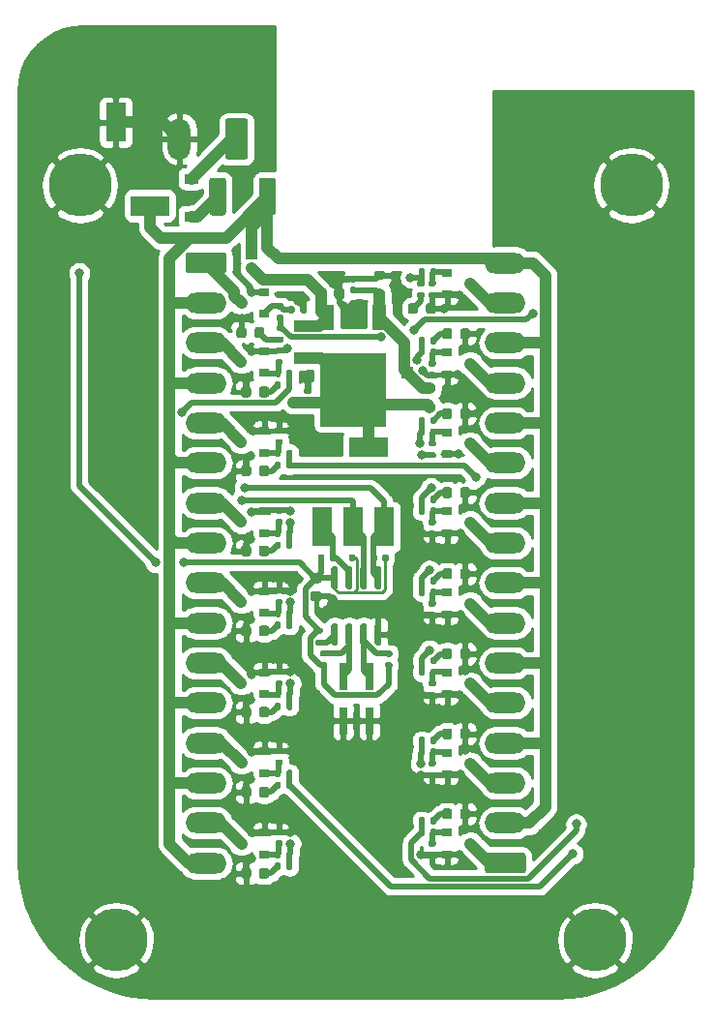
<source format=gtl>
%TF.GenerationSoftware,KiCad,Pcbnew,5.1.10*%
%TF.CreationDate,2021-06-14T02:10:03+02:00*%
%TF.ProjectId,output-cape-v1,6f757470-7574-42d6-9361-70652d76312e,1*%
%TF.SameCoordinates,Original*%
%TF.FileFunction,Copper,L1,Top*%
%TF.FilePolarity,Positive*%
%FSLAX46Y46*%
G04 Gerber Fmt 4.6, Leading zero omitted, Abs format (unit mm)*
G04 Created by KiCad (PCBNEW 5.1.10) date 2021-06-14 02:10:03*
%MOMM*%
%LPD*%
G01*
G04 APERTURE LIST*
%TA.AperFunction,SMDPad,CuDef*%
%ADD10R,1.800000X3.400000*%
%TD*%
%TA.AperFunction,SMDPad,CuDef*%
%ADD11R,3.400000X1.800000*%
%TD*%
%TA.AperFunction,SMDPad,CuDef*%
%ADD12R,0.740000X2.400000*%
%TD*%
%TA.AperFunction,ComponentPad*%
%ADD13O,1.000000X1.000000*%
%TD*%
%TA.AperFunction,ComponentPad*%
%ADD14R,1.000000X1.000000*%
%TD*%
%TA.AperFunction,SMDPad,CuDef*%
%ADD15R,1.200000X0.900000*%
%TD*%
%TA.AperFunction,SMDPad,CuDef*%
%ADD16R,5.800000X6.400000*%
%TD*%
%TA.AperFunction,SMDPad,CuDef*%
%ADD17R,1.200000X2.200000*%
%TD*%
%TA.AperFunction,SMDPad,CuDef*%
%ADD18R,1.100000X1.100000*%
%TD*%
%TA.AperFunction,ComponentPad*%
%ADD19O,3.600000X1.800000*%
%TD*%
%TA.AperFunction,SMDPad,CuDef*%
%ADD20R,0.900000X0.800000*%
%TD*%
%TA.AperFunction,ComponentPad*%
%ADD21O,2.000000X3.600000*%
%TD*%
%TA.AperFunction,ComponentPad*%
%ADD22C,5.500000*%
%TD*%
%TA.AperFunction,ViaPad*%
%ADD23C,0.800000*%
%TD*%
%TA.AperFunction,Conductor*%
%ADD24C,0.250000*%
%TD*%
%TA.AperFunction,Conductor*%
%ADD25C,0.500000*%
%TD*%
%TA.AperFunction,Conductor*%
%ADD26C,1.000000*%
%TD*%
%TA.AperFunction,Conductor*%
%ADD27C,0.254000*%
%TD*%
%TA.AperFunction,Conductor*%
%ADD28C,0.100000*%
%TD*%
G04 APERTURE END LIST*
D10*
%TO.P,TP106,1*%
%TO.N,GNDD*%
X85200000Y-68500000D03*
%TD*%
D11*
%TO.P,TP105,1*%
%TO.N,+24V*%
X88200000Y-75800000D03*
%TD*%
%TO.P,TP101,1*%
%TO.N,+5V*%
X107300000Y-96900000D03*
%TD*%
D12*
%TO.P,JP103,2*%
%TO.N,/SW1_A2*%
X107400000Y-116950000D03*
%TO.P,JP103,1*%
%TO.N,GNDD*%
X107400000Y-120850000D03*
%TD*%
%TO.P,JP102,2*%
%TO.N,/SW1_A1*%
X105100000Y-116950000D03*
%TO.P,JP102,1*%
%TO.N,GNDD*%
X105100000Y-120850000D03*
%TD*%
D13*
%TO.P,JP101,2*%
%TO.N,Net-(C101-Pad1)*%
X97100000Y-81270000D03*
D14*
%TO.P,JP101,1*%
%TO.N,+24V*%
X97100000Y-80000000D03*
%TD*%
D10*
%TO.P,TP104,1*%
%TO.N,/I2C2_SDA*%
X108700000Y-103900000D03*
%TD*%
%TO.P,TP103,1*%
%TO.N,/I2C2_SCL*%
X106000000Y-103900000D03*
%TD*%
%TO.P,TP102,1*%
%TO.N,/WP*%
X103300000Y-103900000D03*
%TD*%
%TO.P,R1702,2*%
%TO.N,Net-(Q1701-Pad1)*%
%TA.AperFunction,SMDPad,CuDef*%
G36*
G01*
X113085000Y-82870000D02*
X112715000Y-82870000D01*
G75*
G02*
X112580000Y-82735000I0J135000D01*
G01*
X112580000Y-82465000D01*
G75*
G02*
X112715000Y-82330000I135000J0D01*
G01*
X113085000Y-82330000D01*
G75*
G02*
X113220000Y-82465000I0J-135000D01*
G01*
X113220000Y-82735000D01*
G75*
G02*
X113085000Y-82870000I-135000J0D01*
G01*
G37*
%TD.AperFunction*%
%TO.P,R1702,1*%
%TO.N,GNDD*%
%TA.AperFunction,SMDPad,CuDef*%
G36*
G01*
X113085000Y-83890000D02*
X112715000Y-83890000D01*
G75*
G02*
X112580000Y-83755000I0J135000D01*
G01*
X112580000Y-83485000D01*
G75*
G02*
X112715000Y-83350000I135000J0D01*
G01*
X113085000Y-83350000D01*
G75*
G02*
X113220000Y-83485000I0J-135000D01*
G01*
X113220000Y-83755000D01*
G75*
G02*
X113085000Y-83890000I-135000J0D01*
G01*
G37*
%TD.AperFunction*%
%TD*%
%TO.P,F101,2*%
%TO.N,Net-(D103-Pad1)*%
%TA.AperFunction,SMDPad,CuDef*%
G36*
G01*
X94875000Y-73600000D02*
X94875000Y-76400000D01*
G75*
G02*
X94625000Y-76650000I-250000J0D01*
G01*
X93650000Y-76650000D01*
G75*
G02*
X93400000Y-76400000I0J250000D01*
G01*
X93400000Y-73600000D01*
G75*
G02*
X93650000Y-73350000I250000J0D01*
G01*
X94625000Y-73350000D01*
G75*
G02*
X94875000Y-73600000I0J-250000D01*
G01*
G37*
%TD.AperFunction*%
%TO.P,F101,1*%
%TO.N,+24V*%
%TA.AperFunction,SMDPad,CuDef*%
G36*
G01*
X99200000Y-73600000D02*
X99200000Y-76400000D01*
G75*
G02*
X98950000Y-76650000I-250000J0D01*
G01*
X97975000Y-76650000D01*
G75*
G02*
X97725000Y-76400000I0J250000D01*
G01*
X97725000Y-73600000D01*
G75*
G02*
X97975000Y-73350000I250000J0D01*
G01*
X98950000Y-73350000D01*
G75*
G02*
X99200000Y-73600000I0J-250000D01*
G01*
G37*
%TD.AperFunction*%
%TD*%
D15*
%TO.P,D103,2*%
%TO.N,Net-(D103-Pad2)*%
X91800000Y-73450000D03*
%TO.P,D103,1*%
%TO.N,Net-(D103-Pad1)*%
X91800000Y-76750000D03*
%TD*%
D16*
%TO.P,U101,2*%
%TO.N,+5V*%
X106000000Y-91900000D03*
D17*
%TO.P,U101,3*%
%TO.N,Net-(C101-Pad1)*%
X103720000Y-85600000D03*
%TO.P,U101,1*%
%TO.N,Net-(C103-Pad1)*%
X108280000Y-85600000D03*
%TD*%
%TO.P,R103,2*%
%TO.N,GNDD*%
%TA.AperFunction,SMDPad,CuDef*%
G36*
G01*
X108575000Y-82275000D02*
X108025000Y-82275000D01*
G75*
G02*
X107825000Y-82075000I0J200000D01*
G01*
X107825000Y-81675000D01*
G75*
G02*
X108025000Y-81475000I200000J0D01*
G01*
X108575000Y-81475000D01*
G75*
G02*
X108775000Y-81675000I0J-200000D01*
G01*
X108775000Y-82075000D01*
G75*
G02*
X108575000Y-82275000I-200000J0D01*
G01*
G37*
%TD.AperFunction*%
%TO.P,R103,1*%
%TO.N,Net-(C103-Pad1)*%
%TA.AperFunction,SMDPad,CuDef*%
G36*
G01*
X108575000Y-83925000D02*
X108025000Y-83925000D01*
G75*
G02*
X107825000Y-83725000I0J200000D01*
G01*
X107825000Y-83325000D01*
G75*
G02*
X108025000Y-83125000I200000J0D01*
G01*
X108575000Y-83125000D01*
G75*
G02*
X108775000Y-83325000I0J-200000D01*
G01*
X108775000Y-83725000D01*
G75*
G02*
X108575000Y-83925000I-200000J0D01*
G01*
G37*
%TD.AperFunction*%
%TD*%
%TO.P,R102,2*%
%TO.N,GNDD*%
%TA.AperFunction,SMDPad,CuDef*%
G36*
G01*
X107185000Y-82450000D02*
X106815000Y-82450000D01*
G75*
G02*
X106680000Y-82315000I0J135000D01*
G01*
X106680000Y-82045000D01*
G75*
G02*
X106815000Y-81910000I135000J0D01*
G01*
X107185000Y-81910000D01*
G75*
G02*
X107320000Y-82045000I0J-135000D01*
G01*
X107320000Y-82315000D01*
G75*
G02*
X107185000Y-82450000I-135000J0D01*
G01*
G37*
%TD.AperFunction*%
%TO.P,R102,1*%
%TO.N,Net-(C103-Pad1)*%
%TA.AperFunction,SMDPad,CuDef*%
G36*
G01*
X107185000Y-83470000D02*
X106815000Y-83470000D01*
G75*
G02*
X106680000Y-83335000I0J135000D01*
G01*
X106680000Y-83065000D01*
G75*
G02*
X106815000Y-82930000I135000J0D01*
G01*
X107185000Y-82930000D01*
G75*
G02*
X107320000Y-83065000I0J-135000D01*
G01*
X107320000Y-83335000D01*
G75*
G02*
X107185000Y-83470000I-135000J0D01*
G01*
G37*
%TD.AperFunction*%
%TD*%
%TO.P,R101,2*%
%TO.N,Net-(C103-Pad1)*%
%TA.AperFunction,SMDPad,CuDef*%
G36*
G01*
X112975000Y-92175000D02*
X112425000Y-92175000D01*
G75*
G02*
X112225000Y-91975000I0J200000D01*
G01*
X112225000Y-91575000D01*
G75*
G02*
X112425000Y-91375000I200000J0D01*
G01*
X112975000Y-91375000D01*
G75*
G02*
X113175000Y-91575000I0J-200000D01*
G01*
X113175000Y-91975000D01*
G75*
G02*
X112975000Y-92175000I-200000J0D01*
G01*
G37*
%TD.AperFunction*%
%TO.P,R101,1*%
%TO.N,+5V*%
%TA.AperFunction,SMDPad,CuDef*%
G36*
G01*
X112975000Y-93825000D02*
X112425000Y-93825000D01*
G75*
G02*
X112225000Y-93625000I0J200000D01*
G01*
X112225000Y-93225000D01*
G75*
G02*
X112425000Y-93025000I200000J0D01*
G01*
X112975000Y-93025000D01*
G75*
G02*
X113175000Y-93225000I0J-200000D01*
G01*
X113175000Y-93625000D01*
G75*
G02*
X112975000Y-93825000I-200000J0D01*
G01*
G37*
%TD.AperFunction*%
%TD*%
D18*
%TO.P,D102,2*%
%TO.N,Net-(C103-Pad1)*%
X110700000Y-90400000D03*
%TO.P,D102,1*%
%TO.N,+5V*%
X110700000Y-93200000D03*
%TD*%
%TO.P,D101,2*%
%TO.N,+5V*%
X101300000Y-89100000D03*
%TO.P,D101,1*%
%TO.N,Net-(C101-Pad1)*%
X101300000Y-86300000D03*
%TD*%
%TO.P,C103,2*%
%TO.N,GNDD*%
%TA.AperFunction,SMDPad,CuDef*%
G36*
G01*
X106170000Y-82500000D02*
X105830000Y-82500000D01*
G75*
G02*
X105690000Y-82360000I0J140000D01*
G01*
X105690000Y-82080000D01*
G75*
G02*
X105830000Y-81940000I140000J0D01*
G01*
X106170000Y-81940000D01*
G75*
G02*
X106310000Y-82080000I0J-140000D01*
G01*
X106310000Y-82360000D01*
G75*
G02*
X106170000Y-82500000I-140000J0D01*
G01*
G37*
%TD.AperFunction*%
%TO.P,C103,1*%
%TO.N,Net-(C103-Pad1)*%
%TA.AperFunction,SMDPad,CuDef*%
G36*
G01*
X106170000Y-83460000D02*
X105830000Y-83460000D01*
G75*
G02*
X105690000Y-83320000I0J140000D01*
G01*
X105690000Y-83040000D01*
G75*
G02*
X105830000Y-82900000I140000J0D01*
G01*
X106170000Y-82900000D01*
G75*
G02*
X106310000Y-83040000I0J-140000D01*
G01*
X106310000Y-83320000D01*
G75*
G02*
X106170000Y-83460000I-140000J0D01*
G01*
G37*
%TD.AperFunction*%
%TD*%
%TO.P,C102,2*%
%TO.N,GNDD*%
%TA.AperFunction,SMDPad,CuDef*%
G36*
G01*
X102170000Y-92300000D02*
X101830000Y-92300000D01*
G75*
G02*
X101690000Y-92160000I0J140000D01*
G01*
X101690000Y-91880000D01*
G75*
G02*
X101830000Y-91740000I140000J0D01*
G01*
X102170000Y-91740000D01*
G75*
G02*
X102310000Y-91880000I0J-140000D01*
G01*
X102310000Y-92160000D01*
G75*
G02*
X102170000Y-92300000I-140000J0D01*
G01*
G37*
%TD.AperFunction*%
%TO.P,C102,1*%
%TO.N,+5V*%
%TA.AperFunction,SMDPad,CuDef*%
G36*
G01*
X102170000Y-93260000D02*
X101830000Y-93260000D01*
G75*
G02*
X101690000Y-93120000I0J140000D01*
G01*
X101690000Y-92840000D01*
G75*
G02*
X101830000Y-92700000I140000J0D01*
G01*
X102170000Y-92700000D01*
G75*
G02*
X102310000Y-92840000I0J-140000D01*
G01*
X102310000Y-93120000D01*
G75*
G02*
X102170000Y-93260000I-140000J0D01*
G01*
G37*
%TD.AperFunction*%
%TD*%
%TO.P,C101,2*%
%TO.N,GNDD*%
%TA.AperFunction,SMDPad,CuDef*%
G36*
G01*
X104325000Y-83750000D02*
X104325000Y-83250000D01*
G75*
G02*
X104550000Y-83025000I225000J0D01*
G01*
X105000000Y-83025000D01*
G75*
G02*
X105225000Y-83250000I0J-225000D01*
G01*
X105225000Y-83750000D01*
G75*
G02*
X105000000Y-83975000I-225000J0D01*
G01*
X104550000Y-83975000D01*
G75*
G02*
X104325000Y-83750000I0J225000D01*
G01*
G37*
%TD.AperFunction*%
%TO.P,C101,1*%
%TO.N,Net-(C101-Pad1)*%
%TA.AperFunction,SMDPad,CuDef*%
G36*
G01*
X102775000Y-83750000D02*
X102775000Y-83250000D01*
G75*
G02*
X103000000Y-83025000I225000J0D01*
G01*
X103450000Y-83025000D01*
G75*
G02*
X103675000Y-83250000I0J-225000D01*
G01*
X103675000Y-83750000D01*
G75*
G02*
X103450000Y-83975000I-225000J0D01*
G01*
X103000000Y-83975000D01*
G75*
G02*
X102775000Y-83750000I0J225000D01*
G01*
G37*
%TD.AperFunction*%
%TD*%
%TO.P,R1703,2*%
%TO.N,Net-(D1701-Pad2)*%
%TA.AperFunction,SMDPad,CuDef*%
G36*
G01*
X111715000Y-83340000D02*
X112085000Y-83340000D01*
G75*
G02*
X112220000Y-83475000I0J-135000D01*
G01*
X112220000Y-83745000D01*
G75*
G02*
X112085000Y-83880000I-135000J0D01*
G01*
X111715000Y-83880000D01*
G75*
G02*
X111580000Y-83745000I0J135000D01*
G01*
X111580000Y-83475000D01*
G75*
G02*
X111715000Y-83340000I135000J0D01*
G01*
G37*
%TD.AperFunction*%
%TO.P,R1703,1*%
%TO.N,/Ctrl_CH16*%
%TA.AperFunction,SMDPad,CuDef*%
G36*
G01*
X111715000Y-82320000D02*
X112085000Y-82320000D01*
G75*
G02*
X112220000Y-82455000I0J-135000D01*
G01*
X112220000Y-82725000D01*
G75*
G02*
X112085000Y-82860000I-135000J0D01*
G01*
X111715000Y-82860000D01*
G75*
G02*
X111580000Y-82725000I0J135000D01*
G01*
X111580000Y-82455000D01*
G75*
G02*
X111715000Y-82320000I135000J0D01*
G01*
G37*
%TD.AperFunction*%
%TD*%
%TO.P,R1603,2*%
%TO.N,Net-(D1601-Pad2)*%
%TA.AperFunction,SMDPad,CuDef*%
G36*
G01*
X112740000Y-87785000D02*
X112740000Y-87415000D01*
G75*
G02*
X112875000Y-87280000I135000J0D01*
G01*
X113145000Y-87280000D01*
G75*
G02*
X113280000Y-87415000I0J-135000D01*
G01*
X113280000Y-87785000D01*
G75*
G02*
X113145000Y-87920000I-135000J0D01*
G01*
X112875000Y-87920000D01*
G75*
G02*
X112740000Y-87785000I0J135000D01*
G01*
G37*
%TD.AperFunction*%
%TO.P,R1603,1*%
%TO.N,/Ctrl_CH15*%
%TA.AperFunction,SMDPad,CuDef*%
G36*
G01*
X111720000Y-87785000D02*
X111720000Y-87415000D01*
G75*
G02*
X111855000Y-87280000I135000J0D01*
G01*
X112125000Y-87280000D01*
G75*
G02*
X112260000Y-87415000I0J-135000D01*
G01*
X112260000Y-87785000D01*
G75*
G02*
X112125000Y-87920000I-135000J0D01*
G01*
X111855000Y-87920000D01*
G75*
G02*
X111720000Y-87785000I0J135000D01*
G01*
G37*
%TD.AperFunction*%
%TD*%
%TO.P,R1503,2*%
%TO.N,Net-(D1501-Pad2)*%
%TA.AperFunction,SMDPad,CuDef*%
G36*
G01*
X112740000Y-94785000D02*
X112740000Y-94415000D01*
G75*
G02*
X112875000Y-94280000I135000J0D01*
G01*
X113145000Y-94280000D01*
G75*
G02*
X113280000Y-94415000I0J-135000D01*
G01*
X113280000Y-94785000D01*
G75*
G02*
X113145000Y-94920000I-135000J0D01*
G01*
X112875000Y-94920000D01*
G75*
G02*
X112740000Y-94785000I0J135000D01*
G01*
G37*
%TD.AperFunction*%
%TO.P,R1503,1*%
%TO.N,/Ctrl_CH14*%
%TA.AperFunction,SMDPad,CuDef*%
G36*
G01*
X111720000Y-94785000D02*
X111720000Y-94415000D01*
G75*
G02*
X111855000Y-94280000I135000J0D01*
G01*
X112125000Y-94280000D01*
G75*
G02*
X112260000Y-94415000I0J-135000D01*
G01*
X112260000Y-94785000D01*
G75*
G02*
X112125000Y-94920000I-135000J0D01*
G01*
X111855000Y-94920000D01*
G75*
G02*
X111720000Y-94785000I0J135000D01*
G01*
G37*
%TD.AperFunction*%
%TD*%
%TO.P,R1403,2*%
%TO.N,Net-(D1401-Pad2)*%
%TA.AperFunction,SMDPad,CuDef*%
G36*
G01*
X112740000Y-101685000D02*
X112740000Y-101315000D01*
G75*
G02*
X112875000Y-101180000I135000J0D01*
G01*
X113145000Y-101180000D01*
G75*
G02*
X113280000Y-101315000I0J-135000D01*
G01*
X113280000Y-101685000D01*
G75*
G02*
X113145000Y-101820000I-135000J0D01*
G01*
X112875000Y-101820000D01*
G75*
G02*
X112740000Y-101685000I0J135000D01*
G01*
G37*
%TD.AperFunction*%
%TO.P,R1403,1*%
%TO.N,/Ctrl_CH13*%
%TA.AperFunction,SMDPad,CuDef*%
G36*
G01*
X111720000Y-101685000D02*
X111720000Y-101315000D01*
G75*
G02*
X111855000Y-101180000I135000J0D01*
G01*
X112125000Y-101180000D01*
G75*
G02*
X112260000Y-101315000I0J-135000D01*
G01*
X112260000Y-101685000D01*
G75*
G02*
X112125000Y-101820000I-135000J0D01*
G01*
X111855000Y-101820000D01*
G75*
G02*
X111720000Y-101685000I0J135000D01*
G01*
G37*
%TD.AperFunction*%
%TD*%
%TO.P,R1303,2*%
%TO.N,Net-(D1301-Pad2)*%
%TA.AperFunction,SMDPad,CuDef*%
G36*
G01*
X112730000Y-108785000D02*
X112730000Y-108415000D01*
G75*
G02*
X112865000Y-108280000I135000J0D01*
G01*
X113135000Y-108280000D01*
G75*
G02*
X113270000Y-108415000I0J-135000D01*
G01*
X113270000Y-108785000D01*
G75*
G02*
X113135000Y-108920000I-135000J0D01*
G01*
X112865000Y-108920000D01*
G75*
G02*
X112730000Y-108785000I0J135000D01*
G01*
G37*
%TD.AperFunction*%
%TO.P,R1303,1*%
%TO.N,/Ctrl_CH12*%
%TA.AperFunction,SMDPad,CuDef*%
G36*
G01*
X111710000Y-108785000D02*
X111710000Y-108415000D01*
G75*
G02*
X111845000Y-108280000I135000J0D01*
G01*
X112115000Y-108280000D01*
G75*
G02*
X112250000Y-108415000I0J-135000D01*
G01*
X112250000Y-108785000D01*
G75*
G02*
X112115000Y-108920000I-135000J0D01*
G01*
X111845000Y-108920000D01*
G75*
G02*
X111710000Y-108785000I0J135000D01*
G01*
G37*
%TD.AperFunction*%
%TD*%
%TO.P,R1203,2*%
%TO.N,Net-(D1201-Pad2)*%
%TA.AperFunction,SMDPad,CuDef*%
G36*
G01*
X112740000Y-115785000D02*
X112740000Y-115415000D01*
G75*
G02*
X112875000Y-115280000I135000J0D01*
G01*
X113145000Y-115280000D01*
G75*
G02*
X113280000Y-115415000I0J-135000D01*
G01*
X113280000Y-115785000D01*
G75*
G02*
X113145000Y-115920000I-135000J0D01*
G01*
X112875000Y-115920000D01*
G75*
G02*
X112740000Y-115785000I0J135000D01*
G01*
G37*
%TD.AperFunction*%
%TO.P,R1203,1*%
%TO.N,/Ctrl_CH11*%
%TA.AperFunction,SMDPad,CuDef*%
G36*
G01*
X111720000Y-115785000D02*
X111720000Y-115415000D01*
G75*
G02*
X111855000Y-115280000I135000J0D01*
G01*
X112125000Y-115280000D01*
G75*
G02*
X112260000Y-115415000I0J-135000D01*
G01*
X112260000Y-115785000D01*
G75*
G02*
X112125000Y-115920000I-135000J0D01*
G01*
X111855000Y-115920000D01*
G75*
G02*
X111720000Y-115785000I0J135000D01*
G01*
G37*
%TD.AperFunction*%
%TD*%
%TO.P,R1103,2*%
%TO.N,Net-(D1101-Pad2)*%
%TA.AperFunction,SMDPad,CuDef*%
G36*
G01*
X112740000Y-122785000D02*
X112740000Y-122415000D01*
G75*
G02*
X112875000Y-122280000I135000J0D01*
G01*
X113145000Y-122280000D01*
G75*
G02*
X113280000Y-122415000I0J-135000D01*
G01*
X113280000Y-122785000D01*
G75*
G02*
X113145000Y-122920000I-135000J0D01*
G01*
X112875000Y-122920000D01*
G75*
G02*
X112740000Y-122785000I0J135000D01*
G01*
G37*
%TD.AperFunction*%
%TO.P,R1103,1*%
%TO.N,/Ctrl_CH10*%
%TA.AperFunction,SMDPad,CuDef*%
G36*
G01*
X111720000Y-122785000D02*
X111720000Y-122415000D01*
G75*
G02*
X111855000Y-122280000I135000J0D01*
G01*
X112125000Y-122280000D01*
G75*
G02*
X112260000Y-122415000I0J-135000D01*
G01*
X112260000Y-122785000D01*
G75*
G02*
X112125000Y-122920000I-135000J0D01*
G01*
X111855000Y-122920000D01*
G75*
G02*
X111720000Y-122785000I0J135000D01*
G01*
G37*
%TD.AperFunction*%
%TD*%
%TO.P,R1003,2*%
%TO.N,Net-(D1001-Pad2)*%
%TA.AperFunction,SMDPad,CuDef*%
G36*
G01*
X112740000Y-129785000D02*
X112740000Y-129415000D01*
G75*
G02*
X112875000Y-129280000I135000J0D01*
G01*
X113145000Y-129280000D01*
G75*
G02*
X113280000Y-129415000I0J-135000D01*
G01*
X113280000Y-129785000D01*
G75*
G02*
X113145000Y-129920000I-135000J0D01*
G01*
X112875000Y-129920000D01*
G75*
G02*
X112740000Y-129785000I0J135000D01*
G01*
G37*
%TD.AperFunction*%
%TO.P,R1003,1*%
%TO.N,/Ctrl_CH09*%
%TA.AperFunction,SMDPad,CuDef*%
G36*
G01*
X111720000Y-129785000D02*
X111720000Y-129415000D01*
G75*
G02*
X111855000Y-129280000I135000J0D01*
G01*
X112125000Y-129280000D01*
G75*
G02*
X112260000Y-129415000I0J-135000D01*
G01*
X112260000Y-129785000D01*
G75*
G02*
X112125000Y-129920000I-135000J0D01*
G01*
X111855000Y-129920000D01*
G75*
G02*
X111720000Y-129785000I0J135000D01*
G01*
G37*
%TD.AperFunction*%
%TD*%
%TO.P,R903,2*%
%TO.N,Net-(D901-Pad2)*%
%TA.AperFunction,SMDPad,CuDef*%
G36*
G01*
X99660000Y-133415000D02*
X99660000Y-133785000D01*
G75*
G02*
X99525000Y-133920000I-135000J0D01*
G01*
X99255000Y-133920000D01*
G75*
G02*
X99120000Y-133785000I0J135000D01*
G01*
X99120000Y-133415000D01*
G75*
G02*
X99255000Y-133280000I135000J0D01*
G01*
X99525000Y-133280000D01*
G75*
G02*
X99660000Y-133415000I0J-135000D01*
G01*
G37*
%TD.AperFunction*%
%TO.P,R903,1*%
%TO.N,/Ctrl_CH08*%
%TA.AperFunction,SMDPad,CuDef*%
G36*
G01*
X100680000Y-133415000D02*
X100680000Y-133785000D01*
G75*
G02*
X100545000Y-133920000I-135000J0D01*
G01*
X100275000Y-133920000D01*
G75*
G02*
X100140000Y-133785000I0J135000D01*
G01*
X100140000Y-133415000D01*
G75*
G02*
X100275000Y-133280000I135000J0D01*
G01*
X100545000Y-133280000D01*
G75*
G02*
X100680000Y-133415000I0J-135000D01*
G01*
G37*
%TD.AperFunction*%
%TD*%
%TO.P,R803,2*%
%TO.N,Net-(D801-Pad2)*%
%TA.AperFunction,SMDPad,CuDef*%
G36*
G01*
X99660000Y-126315000D02*
X99660000Y-126685000D01*
G75*
G02*
X99525000Y-126820000I-135000J0D01*
G01*
X99255000Y-126820000D01*
G75*
G02*
X99120000Y-126685000I0J135000D01*
G01*
X99120000Y-126315000D01*
G75*
G02*
X99255000Y-126180000I135000J0D01*
G01*
X99525000Y-126180000D01*
G75*
G02*
X99660000Y-126315000I0J-135000D01*
G01*
G37*
%TD.AperFunction*%
%TO.P,R803,1*%
%TO.N,/Ctrl_CH07*%
%TA.AperFunction,SMDPad,CuDef*%
G36*
G01*
X100680000Y-126315000D02*
X100680000Y-126685000D01*
G75*
G02*
X100545000Y-126820000I-135000J0D01*
G01*
X100275000Y-126820000D01*
G75*
G02*
X100140000Y-126685000I0J135000D01*
G01*
X100140000Y-126315000D01*
G75*
G02*
X100275000Y-126180000I135000J0D01*
G01*
X100545000Y-126180000D01*
G75*
G02*
X100680000Y-126315000I0J-135000D01*
G01*
G37*
%TD.AperFunction*%
%TD*%
%TO.P,R703,2*%
%TO.N,Net-(D701-Pad2)*%
%TA.AperFunction,SMDPad,CuDef*%
G36*
G01*
X99660000Y-119415000D02*
X99660000Y-119785000D01*
G75*
G02*
X99525000Y-119920000I-135000J0D01*
G01*
X99255000Y-119920000D01*
G75*
G02*
X99120000Y-119785000I0J135000D01*
G01*
X99120000Y-119415000D01*
G75*
G02*
X99255000Y-119280000I135000J0D01*
G01*
X99525000Y-119280000D01*
G75*
G02*
X99660000Y-119415000I0J-135000D01*
G01*
G37*
%TD.AperFunction*%
%TO.P,R703,1*%
%TO.N,/Ctrl_CH06*%
%TA.AperFunction,SMDPad,CuDef*%
G36*
G01*
X100680000Y-119415000D02*
X100680000Y-119785000D01*
G75*
G02*
X100545000Y-119920000I-135000J0D01*
G01*
X100275000Y-119920000D01*
G75*
G02*
X100140000Y-119785000I0J135000D01*
G01*
X100140000Y-119415000D01*
G75*
G02*
X100275000Y-119280000I135000J0D01*
G01*
X100545000Y-119280000D01*
G75*
G02*
X100680000Y-119415000I0J-135000D01*
G01*
G37*
%TD.AperFunction*%
%TD*%
%TO.P,R603,2*%
%TO.N,Net-(D601-Pad2)*%
%TA.AperFunction,SMDPad,CuDef*%
G36*
G01*
X99660000Y-112315000D02*
X99660000Y-112685000D01*
G75*
G02*
X99525000Y-112820000I-135000J0D01*
G01*
X99255000Y-112820000D01*
G75*
G02*
X99120000Y-112685000I0J135000D01*
G01*
X99120000Y-112315000D01*
G75*
G02*
X99255000Y-112180000I135000J0D01*
G01*
X99525000Y-112180000D01*
G75*
G02*
X99660000Y-112315000I0J-135000D01*
G01*
G37*
%TD.AperFunction*%
%TO.P,R603,1*%
%TO.N,/Ctrl_CH05*%
%TA.AperFunction,SMDPad,CuDef*%
G36*
G01*
X100680000Y-112315000D02*
X100680000Y-112685000D01*
G75*
G02*
X100545000Y-112820000I-135000J0D01*
G01*
X100275000Y-112820000D01*
G75*
G02*
X100140000Y-112685000I0J135000D01*
G01*
X100140000Y-112315000D01*
G75*
G02*
X100275000Y-112180000I135000J0D01*
G01*
X100545000Y-112180000D01*
G75*
G02*
X100680000Y-112315000I0J-135000D01*
G01*
G37*
%TD.AperFunction*%
%TD*%
%TO.P,R503,2*%
%TO.N,Net-(D501-Pad2)*%
%TA.AperFunction,SMDPad,CuDef*%
G36*
G01*
X99660000Y-105315000D02*
X99660000Y-105685000D01*
G75*
G02*
X99525000Y-105820000I-135000J0D01*
G01*
X99255000Y-105820000D01*
G75*
G02*
X99120000Y-105685000I0J135000D01*
G01*
X99120000Y-105315000D01*
G75*
G02*
X99255000Y-105180000I135000J0D01*
G01*
X99525000Y-105180000D01*
G75*
G02*
X99660000Y-105315000I0J-135000D01*
G01*
G37*
%TD.AperFunction*%
%TO.P,R503,1*%
%TO.N,/Ctrl_CH04*%
%TA.AperFunction,SMDPad,CuDef*%
G36*
G01*
X100680000Y-105315000D02*
X100680000Y-105685000D01*
G75*
G02*
X100545000Y-105820000I-135000J0D01*
G01*
X100275000Y-105820000D01*
G75*
G02*
X100140000Y-105685000I0J135000D01*
G01*
X100140000Y-105315000D01*
G75*
G02*
X100275000Y-105180000I135000J0D01*
G01*
X100545000Y-105180000D01*
G75*
G02*
X100680000Y-105315000I0J-135000D01*
G01*
G37*
%TD.AperFunction*%
%TD*%
%TO.P,R403,2*%
%TO.N,Net-(D401-Pad2)*%
%TA.AperFunction,SMDPad,CuDef*%
G36*
G01*
X99660000Y-98315000D02*
X99660000Y-98685000D01*
G75*
G02*
X99525000Y-98820000I-135000J0D01*
G01*
X99255000Y-98820000D01*
G75*
G02*
X99120000Y-98685000I0J135000D01*
G01*
X99120000Y-98315000D01*
G75*
G02*
X99255000Y-98180000I135000J0D01*
G01*
X99525000Y-98180000D01*
G75*
G02*
X99660000Y-98315000I0J-135000D01*
G01*
G37*
%TD.AperFunction*%
%TO.P,R403,1*%
%TO.N,/Ctrl_CH03*%
%TA.AperFunction,SMDPad,CuDef*%
G36*
G01*
X100680000Y-98315000D02*
X100680000Y-98685000D01*
G75*
G02*
X100545000Y-98820000I-135000J0D01*
G01*
X100275000Y-98820000D01*
G75*
G02*
X100140000Y-98685000I0J135000D01*
G01*
X100140000Y-98315000D01*
G75*
G02*
X100275000Y-98180000I135000J0D01*
G01*
X100545000Y-98180000D01*
G75*
G02*
X100680000Y-98315000I0J-135000D01*
G01*
G37*
%TD.AperFunction*%
%TD*%
%TO.P,R303,2*%
%TO.N,Net-(D301-Pad2)*%
%TA.AperFunction,SMDPad,CuDef*%
G36*
G01*
X99660000Y-91315000D02*
X99660000Y-91685000D01*
G75*
G02*
X99525000Y-91820000I-135000J0D01*
G01*
X99255000Y-91820000D01*
G75*
G02*
X99120000Y-91685000I0J135000D01*
G01*
X99120000Y-91315000D01*
G75*
G02*
X99255000Y-91180000I135000J0D01*
G01*
X99525000Y-91180000D01*
G75*
G02*
X99660000Y-91315000I0J-135000D01*
G01*
G37*
%TD.AperFunction*%
%TO.P,R303,1*%
%TO.N,/Ctrl_CH02*%
%TA.AperFunction,SMDPad,CuDef*%
G36*
G01*
X100680000Y-91315000D02*
X100680000Y-91685000D01*
G75*
G02*
X100545000Y-91820000I-135000J0D01*
G01*
X100275000Y-91820000D01*
G75*
G02*
X100140000Y-91685000I0J135000D01*
G01*
X100140000Y-91315000D01*
G75*
G02*
X100275000Y-91180000I135000J0D01*
G01*
X100545000Y-91180000D01*
G75*
G02*
X100680000Y-91315000I0J-135000D01*
G01*
G37*
%TD.AperFunction*%
%TD*%
%TO.P,R203,2*%
%TO.N,Net-(D201-Pad2)*%
%TA.AperFunction,SMDPad,CuDef*%
G36*
G01*
X99415000Y-87240000D02*
X99785000Y-87240000D01*
G75*
G02*
X99920000Y-87375000I0J-135000D01*
G01*
X99920000Y-87645000D01*
G75*
G02*
X99785000Y-87780000I-135000J0D01*
G01*
X99415000Y-87780000D01*
G75*
G02*
X99280000Y-87645000I0J135000D01*
G01*
X99280000Y-87375000D01*
G75*
G02*
X99415000Y-87240000I135000J0D01*
G01*
G37*
%TD.AperFunction*%
%TO.P,R203,1*%
%TO.N,/Ctrl_CH01*%
%TA.AperFunction,SMDPad,CuDef*%
G36*
G01*
X99415000Y-86220000D02*
X99785000Y-86220000D01*
G75*
G02*
X99920000Y-86355000I0J-135000D01*
G01*
X99920000Y-86625000D01*
G75*
G02*
X99785000Y-86760000I-135000J0D01*
G01*
X99415000Y-86760000D01*
G75*
G02*
X99280000Y-86625000I0J135000D01*
G01*
X99280000Y-86355000D01*
G75*
G02*
X99415000Y-86220000I135000J0D01*
G01*
G37*
%TD.AperFunction*%
%TD*%
%TO.P,D1701,2*%
%TO.N,Net-(D1701-Pad2)*%
%TA.AperFunction,SMDPad,CuDef*%
G36*
G01*
X111650000Y-84543750D02*
X111650000Y-85056250D01*
G75*
G02*
X111431250Y-85275000I-218750J0D01*
G01*
X110993750Y-85275000D01*
G75*
G02*
X110775000Y-85056250I0J218750D01*
G01*
X110775000Y-84543750D01*
G75*
G02*
X110993750Y-84325000I218750J0D01*
G01*
X111431250Y-84325000D01*
G75*
G02*
X111650000Y-84543750I0J-218750D01*
G01*
G37*
%TD.AperFunction*%
%TO.P,D1701,1*%
%TO.N,GNDD*%
%TA.AperFunction,SMDPad,CuDef*%
G36*
G01*
X113225000Y-84543750D02*
X113225000Y-85056250D01*
G75*
G02*
X113006250Y-85275000I-218750J0D01*
G01*
X112568750Y-85275000D01*
G75*
G02*
X112350000Y-85056250I0J218750D01*
G01*
X112350000Y-84543750D01*
G75*
G02*
X112568750Y-84325000I218750J0D01*
G01*
X113006250Y-84325000D01*
G75*
G02*
X113225000Y-84543750I0J-218750D01*
G01*
G37*
%TD.AperFunction*%
%TD*%
%TO.P,D1601,2*%
%TO.N,Net-(D1601-Pad2)*%
%TA.AperFunction,SMDPad,CuDef*%
G36*
G01*
X114650000Y-86743750D02*
X114650000Y-87256250D01*
G75*
G02*
X114431250Y-87475000I-218750J0D01*
G01*
X113993750Y-87475000D01*
G75*
G02*
X113775000Y-87256250I0J218750D01*
G01*
X113775000Y-86743750D01*
G75*
G02*
X113993750Y-86525000I218750J0D01*
G01*
X114431250Y-86525000D01*
G75*
G02*
X114650000Y-86743750I0J-218750D01*
G01*
G37*
%TD.AperFunction*%
%TO.P,D1601,1*%
%TO.N,GNDD*%
%TA.AperFunction,SMDPad,CuDef*%
G36*
G01*
X116225000Y-86743750D02*
X116225000Y-87256250D01*
G75*
G02*
X116006250Y-87475000I-218750J0D01*
G01*
X115568750Y-87475000D01*
G75*
G02*
X115350000Y-87256250I0J218750D01*
G01*
X115350000Y-86743750D01*
G75*
G02*
X115568750Y-86525000I218750J0D01*
G01*
X116006250Y-86525000D01*
G75*
G02*
X116225000Y-86743750I0J-218750D01*
G01*
G37*
%TD.AperFunction*%
%TD*%
%TO.P,D1501,2*%
%TO.N,Net-(D1501-Pad2)*%
%TA.AperFunction,SMDPad,CuDef*%
G36*
G01*
X114650000Y-93743750D02*
X114650000Y-94256250D01*
G75*
G02*
X114431250Y-94475000I-218750J0D01*
G01*
X113993750Y-94475000D01*
G75*
G02*
X113775000Y-94256250I0J218750D01*
G01*
X113775000Y-93743750D01*
G75*
G02*
X113993750Y-93525000I218750J0D01*
G01*
X114431250Y-93525000D01*
G75*
G02*
X114650000Y-93743750I0J-218750D01*
G01*
G37*
%TD.AperFunction*%
%TO.P,D1501,1*%
%TO.N,GNDD*%
%TA.AperFunction,SMDPad,CuDef*%
G36*
G01*
X116225000Y-93743750D02*
X116225000Y-94256250D01*
G75*
G02*
X116006250Y-94475000I-218750J0D01*
G01*
X115568750Y-94475000D01*
G75*
G02*
X115350000Y-94256250I0J218750D01*
G01*
X115350000Y-93743750D01*
G75*
G02*
X115568750Y-93525000I218750J0D01*
G01*
X116006250Y-93525000D01*
G75*
G02*
X116225000Y-93743750I0J-218750D01*
G01*
G37*
%TD.AperFunction*%
%TD*%
%TO.P,D1401,2*%
%TO.N,Net-(D1401-Pad2)*%
%TA.AperFunction,SMDPad,CuDef*%
G36*
G01*
X114650000Y-100643750D02*
X114650000Y-101156250D01*
G75*
G02*
X114431250Y-101375000I-218750J0D01*
G01*
X113993750Y-101375000D01*
G75*
G02*
X113775000Y-101156250I0J218750D01*
G01*
X113775000Y-100643750D01*
G75*
G02*
X113993750Y-100425000I218750J0D01*
G01*
X114431250Y-100425000D01*
G75*
G02*
X114650000Y-100643750I0J-218750D01*
G01*
G37*
%TD.AperFunction*%
%TO.P,D1401,1*%
%TO.N,GNDD*%
%TA.AperFunction,SMDPad,CuDef*%
G36*
G01*
X116225000Y-100643750D02*
X116225000Y-101156250D01*
G75*
G02*
X116006250Y-101375000I-218750J0D01*
G01*
X115568750Y-101375000D01*
G75*
G02*
X115350000Y-101156250I0J218750D01*
G01*
X115350000Y-100643750D01*
G75*
G02*
X115568750Y-100425000I218750J0D01*
G01*
X116006250Y-100425000D01*
G75*
G02*
X116225000Y-100643750I0J-218750D01*
G01*
G37*
%TD.AperFunction*%
%TD*%
%TO.P,D1301,2*%
%TO.N,Net-(D1301-Pad2)*%
%TA.AperFunction,SMDPad,CuDef*%
G36*
G01*
X114650000Y-107743750D02*
X114650000Y-108256250D01*
G75*
G02*
X114431250Y-108475000I-218750J0D01*
G01*
X113993750Y-108475000D01*
G75*
G02*
X113775000Y-108256250I0J218750D01*
G01*
X113775000Y-107743750D01*
G75*
G02*
X113993750Y-107525000I218750J0D01*
G01*
X114431250Y-107525000D01*
G75*
G02*
X114650000Y-107743750I0J-218750D01*
G01*
G37*
%TD.AperFunction*%
%TO.P,D1301,1*%
%TO.N,GNDD*%
%TA.AperFunction,SMDPad,CuDef*%
G36*
G01*
X116225000Y-107743750D02*
X116225000Y-108256250D01*
G75*
G02*
X116006250Y-108475000I-218750J0D01*
G01*
X115568750Y-108475000D01*
G75*
G02*
X115350000Y-108256250I0J218750D01*
G01*
X115350000Y-107743750D01*
G75*
G02*
X115568750Y-107525000I218750J0D01*
G01*
X116006250Y-107525000D01*
G75*
G02*
X116225000Y-107743750I0J-218750D01*
G01*
G37*
%TD.AperFunction*%
%TD*%
%TO.P,D1201,2*%
%TO.N,Net-(D1201-Pad2)*%
%TA.AperFunction,SMDPad,CuDef*%
G36*
G01*
X114650000Y-114743750D02*
X114650000Y-115256250D01*
G75*
G02*
X114431250Y-115475000I-218750J0D01*
G01*
X113993750Y-115475000D01*
G75*
G02*
X113775000Y-115256250I0J218750D01*
G01*
X113775000Y-114743750D01*
G75*
G02*
X113993750Y-114525000I218750J0D01*
G01*
X114431250Y-114525000D01*
G75*
G02*
X114650000Y-114743750I0J-218750D01*
G01*
G37*
%TD.AperFunction*%
%TO.P,D1201,1*%
%TO.N,GNDD*%
%TA.AperFunction,SMDPad,CuDef*%
G36*
G01*
X116225000Y-114743750D02*
X116225000Y-115256250D01*
G75*
G02*
X116006250Y-115475000I-218750J0D01*
G01*
X115568750Y-115475000D01*
G75*
G02*
X115350000Y-115256250I0J218750D01*
G01*
X115350000Y-114743750D01*
G75*
G02*
X115568750Y-114525000I218750J0D01*
G01*
X116006250Y-114525000D01*
G75*
G02*
X116225000Y-114743750I0J-218750D01*
G01*
G37*
%TD.AperFunction*%
%TD*%
%TO.P,D1101,2*%
%TO.N,Net-(D1101-Pad2)*%
%TA.AperFunction,SMDPad,CuDef*%
G36*
G01*
X114650000Y-121743750D02*
X114650000Y-122256250D01*
G75*
G02*
X114431250Y-122475000I-218750J0D01*
G01*
X113993750Y-122475000D01*
G75*
G02*
X113775000Y-122256250I0J218750D01*
G01*
X113775000Y-121743750D01*
G75*
G02*
X113993750Y-121525000I218750J0D01*
G01*
X114431250Y-121525000D01*
G75*
G02*
X114650000Y-121743750I0J-218750D01*
G01*
G37*
%TD.AperFunction*%
%TO.P,D1101,1*%
%TO.N,GNDD*%
%TA.AperFunction,SMDPad,CuDef*%
G36*
G01*
X116225000Y-121743750D02*
X116225000Y-122256250D01*
G75*
G02*
X116006250Y-122475000I-218750J0D01*
G01*
X115568750Y-122475000D01*
G75*
G02*
X115350000Y-122256250I0J218750D01*
G01*
X115350000Y-121743750D01*
G75*
G02*
X115568750Y-121525000I218750J0D01*
G01*
X116006250Y-121525000D01*
G75*
G02*
X116225000Y-121743750I0J-218750D01*
G01*
G37*
%TD.AperFunction*%
%TD*%
%TO.P,D1001,2*%
%TO.N,Net-(D1001-Pad2)*%
%TA.AperFunction,SMDPad,CuDef*%
G36*
G01*
X114650000Y-128743750D02*
X114650000Y-129256250D01*
G75*
G02*
X114431250Y-129475000I-218750J0D01*
G01*
X113993750Y-129475000D01*
G75*
G02*
X113775000Y-129256250I0J218750D01*
G01*
X113775000Y-128743750D01*
G75*
G02*
X113993750Y-128525000I218750J0D01*
G01*
X114431250Y-128525000D01*
G75*
G02*
X114650000Y-128743750I0J-218750D01*
G01*
G37*
%TD.AperFunction*%
%TO.P,D1001,1*%
%TO.N,GNDD*%
%TA.AperFunction,SMDPad,CuDef*%
G36*
G01*
X116225000Y-128743750D02*
X116225000Y-129256250D01*
G75*
G02*
X116006250Y-129475000I-218750J0D01*
G01*
X115568750Y-129475000D01*
G75*
G02*
X115350000Y-129256250I0J218750D01*
G01*
X115350000Y-128743750D01*
G75*
G02*
X115568750Y-128525000I218750J0D01*
G01*
X116006250Y-128525000D01*
G75*
G02*
X116225000Y-128743750I0J-218750D01*
G01*
G37*
%TD.AperFunction*%
%TD*%
%TO.P,D901,2*%
%TO.N,Net-(D901-Pad2)*%
%TA.AperFunction,SMDPad,CuDef*%
G36*
G01*
X97750000Y-134456250D02*
X97750000Y-133943750D01*
G75*
G02*
X97968750Y-133725000I218750J0D01*
G01*
X98406250Y-133725000D01*
G75*
G02*
X98625000Y-133943750I0J-218750D01*
G01*
X98625000Y-134456250D01*
G75*
G02*
X98406250Y-134675000I-218750J0D01*
G01*
X97968750Y-134675000D01*
G75*
G02*
X97750000Y-134456250I0J218750D01*
G01*
G37*
%TD.AperFunction*%
%TO.P,D901,1*%
%TO.N,GNDD*%
%TA.AperFunction,SMDPad,CuDef*%
G36*
G01*
X96175000Y-134456250D02*
X96175000Y-133943750D01*
G75*
G02*
X96393750Y-133725000I218750J0D01*
G01*
X96831250Y-133725000D01*
G75*
G02*
X97050000Y-133943750I0J-218750D01*
G01*
X97050000Y-134456250D01*
G75*
G02*
X96831250Y-134675000I-218750J0D01*
G01*
X96393750Y-134675000D01*
G75*
G02*
X96175000Y-134456250I0J218750D01*
G01*
G37*
%TD.AperFunction*%
%TD*%
%TO.P,D801,2*%
%TO.N,Net-(D801-Pad2)*%
%TA.AperFunction,SMDPad,CuDef*%
G36*
G01*
X97750000Y-127356250D02*
X97750000Y-126843750D01*
G75*
G02*
X97968750Y-126625000I218750J0D01*
G01*
X98406250Y-126625000D01*
G75*
G02*
X98625000Y-126843750I0J-218750D01*
G01*
X98625000Y-127356250D01*
G75*
G02*
X98406250Y-127575000I-218750J0D01*
G01*
X97968750Y-127575000D01*
G75*
G02*
X97750000Y-127356250I0J218750D01*
G01*
G37*
%TD.AperFunction*%
%TO.P,D801,1*%
%TO.N,GNDD*%
%TA.AperFunction,SMDPad,CuDef*%
G36*
G01*
X96175000Y-127356250D02*
X96175000Y-126843750D01*
G75*
G02*
X96393750Y-126625000I218750J0D01*
G01*
X96831250Y-126625000D01*
G75*
G02*
X97050000Y-126843750I0J-218750D01*
G01*
X97050000Y-127356250D01*
G75*
G02*
X96831250Y-127575000I-218750J0D01*
G01*
X96393750Y-127575000D01*
G75*
G02*
X96175000Y-127356250I0J218750D01*
G01*
G37*
%TD.AperFunction*%
%TD*%
%TO.P,D701,2*%
%TO.N,Net-(D701-Pad2)*%
%TA.AperFunction,SMDPad,CuDef*%
G36*
G01*
X97750000Y-120356250D02*
X97750000Y-119843750D01*
G75*
G02*
X97968750Y-119625000I218750J0D01*
G01*
X98406250Y-119625000D01*
G75*
G02*
X98625000Y-119843750I0J-218750D01*
G01*
X98625000Y-120356250D01*
G75*
G02*
X98406250Y-120575000I-218750J0D01*
G01*
X97968750Y-120575000D01*
G75*
G02*
X97750000Y-120356250I0J218750D01*
G01*
G37*
%TD.AperFunction*%
%TO.P,D701,1*%
%TO.N,GNDD*%
%TA.AperFunction,SMDPad,CuDef*%
G36*
G01*
X96175000Y-120356250D02*
X96175000Y-119843750D01*
G75*
G02*
X96393750Y-119625000I218750J0D01*
G01*
X96831250Y-119625000D01*
G75*
G02*
X97050000Y-119843750I0J-218750D01*
G01*
X97050000Y-120356250D01*
G75*
G02*
X96831250Y-120575000I-218750J0D01*
G01*
X96393750Y-120575000D01*
G75*
G02*
X96175000Y-120356250I0J218750D01*
G01*
G37*
%TD.AperFunction*%
%TD*%
%TO.P,D601,2*%
%TO.N,Net-(D601-Pad2)*%
%TA.AperFunction,SMDPad,CuDef*%
G36*
G01*
X97750000Y-113256250D02*
X97750000Y-112743750D01*
G75*
G02*
X97968750Y-112525000I218750J0D01*
G01*
X98406250Y-112525000D01*
G75*
G02*
X98625000Y-112743750I0J-218750D01*
G01*
X98625000Y-113256250D01*
G75*
G02*
X98406250Y-113475000I-218750J0D01*
G01*
X97968750Y-113475000D01*
G75*
G02*
X97750000Y-113256250I0J218750D01*
G01*
G37*
%TD.AperFunction*%
%TO.P,D601,1*%
%TO.N,GNDD*%
%TA.AperFunction,SMDPad,CuDef*%
G36*
G01*
X96175000Y-113256250D02*
X96175000Y-112743750D01*
G75*
G02*
X96393750Y-112525000I218750J0D01*
G01*
X96831250Y-112525000D01*
G75*
G02*
X97050000Y-112743750I0J-218750D01*
G01*
X97050000Y-113256250D01*
G75*
G02*
X96831250Y-113475000I-218750J0D01*
G01*
X96393750Y-113475000D01*
G75*
G02*
X96175000Y-113256250I0J218750D01*
G01*
G37*
%TD.AperFunction*%
%TD*%
%TO.P,D501,2*%
%TO.N,Net-(D501-Pad2)*%
%TA.AperFunction,SMDPad,CuDef*%
G36*
G01*
X97750000Y-106256250D02*
X97750000Y-105743750D01*
G75*
G02*
X97968750Y-105525000I218750J0D01*
G01*
X98406250Y-105525000D01*
G75*
G02*
X98625000Y-105743750I0J-218750D01*
G01*
X98625000Y-106256250D01*
G75*
G02*
X98406250Y-106475000I-218750J0D01*
G01*
X97968750Y-106475000D01*
G75*
G02*
X97750000Y-106256250I0J218750D01*
G01*
G37*
%TD.AperFunction*%
%TO.P,D501,1*%
%TO.N,GNDD*%
%TA.AperFunction,SMDPad,CuDef*%
G36*
G01*
X96175000Y-106256250D02*
X96175000Y-105743750D01*
G75*
G02*
X96393750Y-105525000I218750J0D01*
G01*
X96831250Y-105525000D01*
G75*
G02*
X97050000Y-105743750I0J-218750D01*
G01*
X97050000Y-106256250D01*
G75*
G02*
X96831250Y-106475000I-218750J0D01*
G01*
X96393750Y-106475000D01*
G75*
G02*
X96175000Y-106256250I0J218750D01*
G01*
G37*
%TD.AperFunction*%
%TD*%
%TO.P,D401,2*%
%TO.N,Net-(D401-Pad2)*%
%TA.AperFunction,SMDPad,CuDef*%
G36*
G01*
X97750000Y-99256250D02*
X97750000Y-98743750D01*
G75*
G02*
X97968750Y-98525000I218750J0D01*
G01*
X98406250Y-98525000D01*
G75*
G02*
X98625000Y-98743750I0J-218750D01*
G01*
X98625000Y-99256250D01*
G75*
G02*
X98406250Y-99475000I-218750J0D01*
G01*
X97968750Y-99475000D01*
G75*
G02*
X97750000Y-99256250I0J218750D01*
G01*
G37*
%TD.AperFunction*%
%TO.P,D401,1*%
%TO.N,GNDD*%
%TA.AperFunction,SMDPad,CuDef*%
G36*
G01*
X96175000Y-99256250D02*
X96175000Y-98743750D01*
G75*
G02*
X96393750Y-98525000I218750J0D01*
G01*
X96831250Y-98525000D01*
G75*
G02*
X97050000Y-98743750I0J-218750D01*
G01*
X97050000Y-99256250D01*
G75*
G02*
X96831250Y-99475000I-218750J0D01*
G01*
X96393750Y-99475000D01*
G75*
G02*
X96175000Y-99256250I0J218750D01*
G01*
G37*
%TD.AperFunction*%
%TD*%
%TO.P,D301,2*%
%TO.N,Net-(D301-Pad2)*%
%TA.AperFunction,SMDPad,CuDef*%
G36*
G01*
X97750000Y-92356250D02*
X97750000Y-91843750D01*
G75*
G02*
X97968750Y-91625000I218750J0D01*
G01*
X98406250Y-91625000D01*
G75*
G02*
X98625000Y-91843750I0J-218750D01*
G01*
X98625000Y-92356250D01*
G75*
G02*
X98406250Y-92575000I-218750J0D01*
G01*
X97968750Y-92575000D01*
G75*
G02*
X97750000Y-92356250I0J218750D01*
G01*
G37*
%TD.AperFunction*%
%TO.P,D301,1*%
%TO.N,GNDD*%
%TA.AperFunction,SMDPad,CuDef*%
G36*
G01*
X96175000Y-92356250D02*
X96175000Y-91843750D01*
G75*
G02*
X96393750Y-91625000I218750J0D01*
G01*
X96831250Y-91625000D01*
G75*
G02*
X97050000Y-91843750I0J-218750D01*
G01*
X97050000Y-92356250D01*
G75*
G02*
X96831250Y-92575000I-218750J0D01*
G01*
X96393750Y-92575000D01*
G75*
G02*
X96175000Y-92356250I0J218750D01*
G01*
G37*
%TD.AperFunction*%
%TD*%
%TO.P,D201,2*%
%TO.N,Net-(D201-Pad2)*%
%TA.AperFunction,SMDPad,CuDef*%
G36*
G01*
X97350000Y-87156250D02*
X97350000Y-86643750D01*
G75*
G02*
X97568750Y-86425000I218750J0D01*
G01*
X98006250Y-86425000D01*
G75*
G02*
X98225000Y-86643750I0J-218750D01*
G01*
X98225000Y-87156250D01*
G75*
G02*
X98006250Y-87375000I-218750J0D01*
G01*
X97568750Y-87375000D01*
G75*
G02*
X97350000Y-87156250I0J218750D01*
G01*
G37*
%TD.AperFunction*%
%TO.P,D201,1*%
%TO.N,GNDD*%
%TA.AperFunction,SMDPad,CuDef*%
G36*
G01*
X95775000Y-87156250D02*
X95775000Y-86643750D01*
G75*
G02*
X95993750Y-86425000I218750J0D01*
G01*
X96431250Y-86425000D01*
G75*
G02*
X96650000Y-86643750I0J-218750D01*
G01*
X96650000Y-87156250D01*
G75*
G02*
X96431250Y-87375000I-218750J0D01*
G01*
X95993750Y-87375000D01*
G75*
G02*
X95775000Y-87156250I0J218750D01*
G01*
G37*
%TD.AperFunction*%
%TD*%
D19*
%TO.P,J102,16*%
%TO.N,+24V*%
X119300000Y-80800000D03*
%TO.P,J102,15*%
%TO.N,/Out_CH16*%
X119300000Y-84300000D03*
%TO.P,J102,14*%
%TO.N,+24V*%
X119300000Y-87800000D03*
%TO.P,J102,13*%
%TO.N,/Out_CH15*%
X119300000Y-91300000D03*
%TO.P,J102,12*%
%TO.N,+24V*%
X119300000Y-94800000D03*
%TO.P,J102,11*%
%TO.N,/Out_CH14*%
X119300000Y-98300000D03*
%TO.P,J102,10*%
%TO.N,+24V*%
X119300000Y-101800000D03*
%TO.P,J102,9*%
%TO.N,/Out_CH13*%
X119300000Y-105300000D03*
%TO.P,J102,8*%
%TO.N,+24V*%
X119300000Y-108800000D03*
%TO.P,J102,7*%
%TO.N,/Out_CH12*%
X119300000Y-112300000D03*
%TO.P,J102,6*%
%TO.N,+24V*%
X119300000Y-115800000D03*
%TO.P,J102,5*%
%TO.N,/Out_CH11*%
X119300000Y-119300000D03*
%TO.P,J102,4*%
%TO.N,+24V*%
X119300000Y-122800000D03*
%TO.P,J102,3*%
%TO.N,/Out_CH10*%
X119300000Y-126300000D03*
%TO.P,J102,2*%
%TO.N,+24V*%
X119300000Y-129800000D03*
%TO.P,J102,1*%
%TO.N,/Out_CH09*%
%TA.AperFunction,ComponentPad*%
G36*
G01*
X120850000Y-134200000D02*
X117750000Y-134200000D01*
G75*
G02*
X117500000Y-133950000I0J250000D01*
G01*
X117500000Y-132650000D01*
G75*
G02*
X117750000Y-132400000I250000J0D01*
G01*
X120850000Y-132400000D01*
G75*
G02*
X121100000Y-132650000I0J-250000D01*
G01*
X121100000Y-133950000D01*
G75*
G02*
X120850000Y-134200000I-250000J0D01*
G01*
G37*
%TD.AperFunction*%
%TD*%
%TO.P,J101,16*%
%TO.N,+24V*%
X93100000Y-133300000D03*
%TO.P,J101,15*%
%TO.N,/Out_CH08*%
X93100000Y-129800000D03*
%TO.P,J101,14*%
%TO.N,+24V*%
X93100000Y-126300000D03*
%TO.P,J101,13*%
%TO.N,/Out_CH07*%
X93100000Y-122800000D03*
%TO.P,J101,12*%
%TO.N,+24V*%
X93100000Y-119300000D03*
%TO.P,J101,11*%
%TO.N,/Out_CH06*%
X93100000Y-115800000D03*
%TO.P,J101,10*%
%TO.N,+24V*%
X93100000Y-112300000D03*
%TO.P,J101,9*%
%TO.N,/Out_CH05*%
X93100000Y-108800000D03*
%TO.P,J101,8*%
%TO.N,+24V*%
X93100000Y-105300000D03*
%TO.P,J101,7*%
%TO.N,/Out_CH04*%
X93100000Y-101800000D03*
%TO.P,J101,6*%
%TO.N,+24V*%
X93100000Y-98300000D03*
%TO.P,J101,5*%
%TO.N,/Out_CH03*%
X93100000Y-94800000D03*
%TO.P,J101,4*%
%TO.N,+24V*%
X93100000Y-91300000D03*
%TO.P,J101,3*%
%TO.N,/Out_CH02*%
X93100000Y-87800000D03*
%TO.P,J101,2*%
%TO.N,+24V*%
X93100000Y-84300000D03*
%TO.P,J101,1*%
%TO.N,/Out_CH01*%
%TA.AperFunction,ComponentPad*%
G36*
G01*
X91550000Y-79900000D02*
X94650000Y-79900000D01*
G75*
G02*
X94900000Y-80150000I0J-250000D01*
G01*
X94900000Y-81450000D01*
G75*
G02*
X94650000Y-81700000I-250000J0D01*
G01*
X91550000Y-81700000D01*
G75*
G02*
X91300000Y-81450000I0J250000D01*
G01*
X91300000Y-80150000D01*
G75*
G02*
X91550000Y-79900000I250000J0D01*
G01*
G37*
%TD.AperFunction*%
%TD*%
%TO.P,R1701,2*%
%TO.N,Net-(Q1701-Pad1)*%
%TA.AperFunction,SMDPad,CuDef*%
G36*
G01*
X112730000Y-81785000D02*
X112730000Y-81415000D01*
G75*
G02*
X112865000Y-81280000I135000J0D01*
G01*
X113135000Y-81280000D01*
G75*
G02*
X113270000Y-81415000I0J-135000D01*
G01*
X113270000Y-81785000D01*
G75*
G02*
X113135000Y-81920000I-135000J0D01*
G01*
X112865000Y-81920000D01*
G75*
G02*
X112730000Y-81785000I0J135000D01*
G01*
G37*
%TD.AperFunction*%
%TO.P,R1701,1*%
%TO.N,/Ctrl_CH16*%
%TA.AperFunction,SMDPad,CuDef*%
G36*
G01*
X111710000Y-81785000D02*
X111710000Y-81415000D01*
G75*
G02*
X111845000Y-81280000I135000J0D01*
G01*
X112115000Y-81280000D01*
G75*
G02*
X112250000Y-81415000I0J-135000D01*
G01*
X112250000Y-81785000D01*
G75*
G02*
X112115000Y-81920000I-135000J0D01*
G01*
X111845000Y-81920000D01*
G75*
G02*
X111710000Y-81785000I0J135000D01*
G01*
G37*
%TD.AperFunction*%
%TD*%
%TO.P,R1602,2*%
%TO.N,Net-(Q1601-Pad1)*%
%TA.AperFunction,SMDPad,CuDef*%
G36*
G01*
X113085000Y-89870000D02*
X112715000Y-89870000D01*
G75*
G02*
X112580000Y-89735000I0J135000D01*
G01*
X112580000Y-89465000D01*
G75*
G02*
X112715000Y-89330000I135000J0D01*
G01*
X113085000Y-89330000D01*
G75*
G02*
X113220000Y-89465000I0J-135000D01*
G01*
X113220000Y-89735000D01*
G75*
G02*
X113085000Y-89870000I-135000J0D01*
G01*
G37*
%TD.AperFunction*%
%TO.P,R1602,1*%
%TO.N,GNDD*%
%TA.AperFunction,SMDPad,CuDef*%
G36*
G01*
X113085000Y-90890000D02*
X112715000Y-90890000D01*
G75*
G02*
X112580000Y-90755000I0J135000D01*
G01*
X112580000Y-90485000D01*
G75*
G02*
X112715000Y-90350000I135000J0D01*
G01*
X113085000Y-90350000D01*
G75*
G02*
X113220000Y-90485000I0J-135000D01*
G01*
X113220000Y-90755000D01*
G75*
G02*
X113085000Y-90890000I-135000J0D01*
G01*
G37*
%TD.AperFunction*%
%TD*%
%TO.P,R1601,2*%
%TO.N,Net-(Q1601-Pad1)*%
%TA.AperFunction,SMDPad,CuDef*%
G36*
G01*
X112730000Y-88785000D02*
X112730000Y-88415000D01*
G75*
G02*
X112865000Y-88280000I135000J0D01*
G01*
X113135000Y-88280000D01*
G75*
G02*
X113270000Y-88415000I0J-135000D01*
G01*
X113270000Y-88785000D01*
G75*
G02*
X113135000Y-88920000I-135000J0D01*
G01*
X112865000Y-88920000D01*
G75*
G02*
X112730000Y-88785000I0J135000D01*
G01*
G37*
%TD.AperFunction*%
%TO.P,R1601,1*%
%TO.N,/Ctrl_CH15*%
%TA.AperFunction,SMDPad,CuDef*%
G36*
G01*
X111710000Y-88785000D02*
X111710000Y-88415000D01*
G75*
G02*
X111845000Y-88280000I135000J0D01*
G01*
X112115000Y-88280000D01*
G75*
G02*
X112250000Y-88415000I0J-135000D01*
G01*
X112250000Y-88785000D01*
G75*
G02*
X112115000Y-88920000I-135000J0D01*
G01*
X111845000Y-88920000D01*
G75*
G02*
X111710000Y-88785000I0J135000D01*
G01*
G37*
%TD.AperFunction*%
%TD*%
%TO.P,R1502,2*%
%TO.N,Net-(Q1501-Pad1)*%
%TA.AperFunction,SMDPad,CuDef*%
G36*
G01*
X113085000Y-96870000D02*
X112715000Y-96870000D01*
G75*
G02*
X112580000Y-96735000I0J135000D01*
G01*
X112580000Y-96465000D01*
G75*
G02*
X112715000Y-96330000I135000J0D01*
G01*
X113085000Y-96330000D01*
G75*
G02*
X113220000Y-96465000I0J-135000D01*
G01*
X113220000Y-96735000D01*
G75*
G02*
X113085000Y-96870000I-135000J0D01*
G01*
G37*
%TD.AperFunction*%
%TO.P,R1502,1*%
%TO.N,GNDD*%
%TA.AperFunction,SMDPad,CuDef*%
G36*
G01*
X113085000Y-97890000D02*
X112715000Y-97890000D01*
G75*
G02*
X112580000Y-97755000I0J135000D01*
G01*
X112580000Y-97485000D01*
G75*
G02*
X112715000Y-97350000I135000J0D01*
G01*
X113085000Y-97350000D01*
G75*
G02*
X113220000Y-97485000I0J-135000D01*
G01*
X113220000Y-97755000D01*
G75*
G02*
X113085000Y-97890000I-135000J0D01*
G01*
G37*
%TD.AperFunction*%
%TD*%
%TO.P,R1501,2*%
%TO.N,Net-(Q1501-Pad1)*%
%TA.AperFunction,SMDPad,CuDef*%
G36*
G01*
X112730000Y-95785000D02*
X112730000Y-95415000D01*
G75*
G02*
X112865000Y-95280000I135000J0D01*
G01*
X113135000Y-95280000D01*
G75*
G02*
X113270000Y-95415000I0J-135000D01*
G01*
X113270000Y-95785000D01*
G75*
G02*
X113135000Y-95920000I-135000J0D01*
G01*
X112865000Y-95920000D01*
G75*
G02*
X112730000Y-95785000I0J135000D01*
G01*
G37*
%TD.AperFunction*%
%TO.P,R1501,1*%
%TO.N,/Ctrl_CH14*%
%TA.AperFunction,SMDPad,CuDef*%
G36*
G01*
X111710000Y-95785000D02*
X111710000Y-95415000D01*
G75*
G02*
X111845000Y-95280000I135000J0D01*
G01*
X112115000Y-95280000D01*
G75*
G02*
X112250000Y-95415000I0J-135000D01*
G01*
X112250000Y-95785000D01*
G75*
G02*
X112115000Y-95920000I-135000J0D01*
G01*
X111845000Y-95920000D01*
G75*
G02*
X111710000Y-95785000I0J135000D01*
G01*
G37*
%TD.AperFunction*%
%TD*%
%TO.P,R1402,2*%
%TO.N,Net-(Q1401-Pad1)*%
%TA.AperFunction,SMDPad,CuDef*%
G36*
G01*
X113085000Y-103760000D02*
X112715000Y-103760000D01*
G75*
G02*
X112580000Y-103625000I0J135000D01*
G01*
X112580000Y-103355000D01*
G75*
G02*
X112715000Y-103220000I135000J0D01*
G01*
X113085000Y-103220000D01*
G75*
G02*
X113220000Y-103355000I0J-135000D01*
G01*
X113220000Y-103625000D01*
G75*
G02*
X113085000Y-103760000I-135000J0D01*
G01*
G37*
%TD.AperFunction*%
%TO.P,R1402,1*%
%TO.N,GNDD*%
%TA.AperFunction,SMDPad,CuDef*%
G36*
G01*
X113085000Y-104780000D02*
X112715000Y-104780000D01*
G75*
G02*
X112580000Y-104645000I0J135000D01*
G01*
X112580000Y-104375000D01*
G75*
G02*
X112715000Y-104240000I135000J0D01*
G01*
X113085000Y-104240000D01*
G75*
G02*
X113220000Y-104375000I0J-135000D01*
G01*
X113220000Y-104645000D01*
G75*
G02*
X113085000Y-104780000I-135000J0D01*
G01*
G37*
%TD.AperFunction*%
%TD*%
%TO.P,R1401,2*%
%TO.N,Net-(Q1401-Pad1)*%
%TA.AperFunction,SMDPad,CuDef*%
G36*
G01*
X112740000Y-102685000D02*
X112740000Y-102315000D01*
G75*
G02*
X112875000Y-102180000I135000J0D01*
G01*
X113145000Y-102180000D01*
G75*
G02*
X113280000Y-102315000I0J-135000D01*
G01*
X113280000Y-102685000D01*
G75*
G02*
X113145000Y-102820000I-135000J0D01*
G01*
X112875000Y-102820000D01*
G75*
G02*
X112740000Y-102685000I0J135000D01*
G01*
G37*
%TD.AperFunction*%
%TO.P,R1401,1*%
%TO.N,/Ctrl_CH13*%
%TA.AperFunction,SMDPad,CuDef*%
G36*
G01*
X111720000Y-102685000D02*
X111720000Y-102315000D01*
G75*
G02*
X111855000Y-102180000I135000J0D01*
G01*
X112125000Y-102180000D01*
G75*
G02*
X112260000Y-102315000I0J-135000D01*
G01*
X112260000Y-102685000D01*
G75*
G02*
X112125000Y-102820000I-135000J0D01*
G01*
X111855000Y-102820000D01*
G75*
G02*
X111720000Y-102685000I0J135000D01*
G01*
G37*
%TD.AperFunction*%
%TD*%
D20*
%TO.P,Q1701,3*%
%TO.N,/Out_CH16*%
X116200000Y-82600000D03*
%TO.P,Q1701,2*%
%TO.N,GNDD*%
X114200000Y-83550000D03*
%TO.P,Q1701,1*%
%TO.N,Net-(Q1701-Pad1)*%
X114200000Y-81650000D03*
%TD*%
%TO.P,Q1601,3*%
%TO.N,/Out_CH15*%
X116200000Y-89600000D03*
%TO.P,Q1601,2*%
%TO.N,GNDD*%
X114200000Y-90550000D03*
%TO.P,Q1601,1*%
%TO.N,Net-(Q1601-Pad1)*%
X114200000Y-88650000D03*
%TD*%
%TO.P,Q1501,3*%
%TO.N,/Out_CH14*%
X116200000Y-96600000D03*
%TO.P,Q1501,2*%
%TO.N,GNDD*%
X114200000Y-97550000D03*
%TO.P,Q1501,1*%
%TO.N,Net-(Q1501-Pad1)*%
X114200000Y-95650000D03*
%TD*%
%TO.P,Q1401,3*%
%TO.N,/Out_CH13*%
X116200000Y-103500000D03*
%TO.P,Q1401,2*%
%TO.N,GNDD*%
X114200000Y-104450000D03*
%TO.P,Q1401,1*%
%TO.N,Net-(Q1401-Pad1)*%
X114200000Y-102550000D03*
%TD*%
%TO.P,R1302,2*%
%TO.N,Net-(Q1301-Pad1)*%
%TA.AperFunction,SMDPad,CuDef*%
G36*
G01*
X113085000Y-110860000D02*
X112715000Y-110860000D01*
G75*
G02*
X112580000Y-110725000I0J135000D01*
G01*
X112580000Y-110455000D01*
G75*
G02*
X112715000Y-110320000I135000J0D01*
G01*
X113085000Y-110320000D01*
G75*
G02*
X113220000Y-110455000I0J-135000D01*
G01*
X113220000Y-110725000D01*
G75*
G02*
X113085000Y-110860000I-135000J0D01*
G01*
G37*
%TD.AperFunction*%
%TO.P,R1302,1*%
%TO.N,GNDD*%
%TA.AperFunction,SMDPad,CuDef*%
G36*
G01*
X113085000Y-111880000D02*
X112715000Y-111880000D01*
G75*
G02*
X112580000Y-111745000I0J135000D01*
G01*
X112580000Y-111475000D01*
G75*
G02*
X112715000Y-111340000I135000J0D01*
G01*
X113085000Y-111340000D01*
G75*
G02*
X113220000Y-111475000I0J-135000D01*
G01*
X113220000Y-111745000D01*
G75*
G02*
X113085000Y-111880000I-135000J0D01*
G01*
G37*
%TD.AperFunction*%
%TD*%
%TO.P,R1301,2*%
%TO.N,Net-(Q1301-Pad1)*%
%TA.AperFunction,SMDPad,CuDef*%
G36*
G01*
X112740000Y-109785000D02*
X112740000Y-109415000D01*
G75*
G02*
X112875000Y-109280000I135000J0D01*
G01*
X113145000Y-109280000D01*
G75*
G02*
X113280000Y-109415000I0J-135000D01*
G01*
X113280000Y-109785000D01*
G75*
G02*
X113145000Y-109920000I-135000J0D01*
G01*
X112875000Y-109920000D01*
G75*
G02*
X112740000Y-109785000I0J135000D01*
G01*
G37*
%TD.AperFunction*%
%TO.P,R1301,1*%
%TO.N,/Ctrl_CH12*%
%TA.AperFunction,SMDPad,CuDef*%
G36*
G01*
X111720000Y-109785000D02*
X111720000Y-109415000D01*
G75*
G02*
X111855000Y-109280000I135000J0D01*
G01*
X112125000Y-109280000D01*
G75*
G02*
X112260000Y-109415000I0J-135000D01*
G01*
X112260000Y-109785000D01*
G75*
G02*
X112125000Y-109920000I-135000J0D01*
G01*
X111855000Y-109920000D01*
G75*
G02*
X111720000Y-109785000I0J135000D01*
G01*
G37*
%TD.AperFunction*%
%TD*%
%TO.P,R1202,2*%
%TO.N,Net-(Q1201-Pad1)*%
%TA.AperFunction,SMDPad,CuDef*%
G36*
G01*
X113085000Y-117860000D02*
X112715000Y-117860000D01*
G75*
G02*
X112580000Y-117725000I0J135000D01*
G01*
X112580000Y-117455000D01*
G75*
G02*
X112715000Y-117320000I135000J0D01*
G01*
X113085000Y-117320000D01*
G75*
G02*
X113220000Y-117455000I0J-135000D01*
G01*
X113220000Y-117725000D01*
G75*
G02*
X113085000Y-117860000I-135000J0D01*
G01*
G37*
%TD.AperFunction*%
%TO.P,R1202,1*%
%TO.N,GNDD*%
%TA.AperFunction,SMDPad,CuDef*%
G36*
G01*
X113085000Y-118880000D02*
X112715000Y-118880000D01*
G75*
G02*
X112580000Y-118745000I0J135000D01*
G01*
X112580000Y-118475000D01*
G75*
G02*
X112715000Y-118340000I135000J0D01*
G01*
X113085000Y-118340000D01*
G75*
G02*
X113220000Y-118475000I0J-135000D01*
G01*
X113220000Y-118745000D01*
G75*
G02*
X113085000Y-118880000I-135000J0D01*
G01*
G37*
%TD.AperFunction*%
%TD*%
%TO.P,R1201,2*%
%TO.N,Net-(Q1201-Pad1)*%
%TA.AperFunction,SMDPad,CuDef*%
G36*
G01*
X112740000Y-116785000D02*
X112740000Y-116415000D01*
G75*
G02*
X112875000Y-116280000I135000J0D01*
G01*
X113145000Y-116280000D01*
G75*
G02*
X113280000Y-116415000I0J-135000D01*
G01*
X113280000Y-116785000D01*
G75*
G02*
X113145000Y-116920000I-135000J0D01*
G01*
X112875000Y-116920000D01*
G75*
G02*
X112740000Y-116785000I0J135000D01*
G01*
G37*
%TD.AperFunction*%
%TO.P,R1201,1*%
%TO.N,/Ctrl_CH11*%
%TA.AperFunction,SMDPad,CuDef*%
G36*
G01*
X111720000Y-116785000D02*
X111720000Y-116415000D01*
G75*
G02*
X111855000Y-116280000I135000J0D01*
G01*
X112125000Y-116280000D01*
G75*
G02*
X112260000Y-116415000I0J-135000D01*
G01*
X112260000Y-116785000D01*
G75*
G02*
X112125000Y-116920000I-135000J0D01*
G01*
X111855000Y-116920000D01*
G75*
G02*
X111720000Y-116785000I0J135000D01*
G01*
G37*
%TD.AperFunction*%
%TD*%
%TO.P,R1102,2*%
%TO.N,Net-(Q1101-Pad1)*%
%TA.AperFunction,SMDPad,CuDef*%
G36*
G01*
X113085000Y-124860000D02*
X112715000Y-124860000D01*
G75*
G02*
X112580000Y-124725000I0J135000D01*
G01*
X112580000Y-124455000D01*
G75*
G02*
X112715000Y-124320000I135000J0D01*
G01*
X113085000Y-124320000D01*
G75*
G02*
X113220000Y-124455000I0J-135000D01*
G01*
X113220000Y-124725000D01*
G75*
G02*
X113085000Y-124860000I-135000J0D01*
G01*
G37*
%TD.AperFunction*%
%TO.P,R1102,1*%
%TO.N,GNDD*%
%TA.AperFunction,SMDPad,CuDef*%
G36*
G01*
X113085000Y-125880000D02*
X112715000Y-125880000D01*
G75*
G02*
X112580000Y-125745000I0J135000D01*
G01*
X112580000Y-125475000D01*
G75*
G02*
X112715000Y-125340000I135000J0D01*
G01*
X113085000Y-125340000D01*
G75*
G02*
X113220000Y-125475000I0J-135000D01*
G01*
X113220000Y-125745000D01*
G75*
G02*
X113085000Y-125880000I-135000J0D01*
G01*
G37*
%TD.AperFunction*%
%TD*%
%TO.P,R1101,2*%
%TO.N,Net-(Q1101-Pad1)*%
%TA.AperFunction,SMDPad,CuDef*%
G36*
G01*
X112730000Y-123785000D02*
X112730000Y-123415000D01*
G75*
G02*
X112865000Y-123280000I135000J0D01*
G01*
X113135000Y-123280000D01*
G75*
G02*
X113270000Y-123415000I0J-135000D01*
G01*
X113270000Y-123785000D01*
G75*
G02*
X113135000Y-123920000I-135000J0D01*
G01*
X112865000Y-123920000D01*
G75*
G02*
X112730000Y-123785000I0J135000D01*
G01*
G37*
%TD.AperFunction*%
%TO.P,R1101,1*%
%TO.N,/Ctrl_CH10*%
%TA.AperFunction,SMDPad,CuDef*%
G36*
G01*
X111710000Y-123785000D02*
X111710000Y-123415000D01*
G75*
G02*
X111845000Y-123280000I135000J0D01*
G01*
X112115000Y-123280000D01*
G75*
G02*
X112250000Y-123415000I0J-135000D01*
G01*
X112250000Y-123785000D01*
G75*
G02*
X112115000Y-123920000I-135000J0D01*
G01*
X111845000Y-123920000D01*
G75*
G02*
X111710000Y-123785000I0J135000D01*
G01*
G37*
%TD.AperFunction*%
%TD*%
%TO.P,R1002,2*%
%TO.N,Net-(Q1001-Pad1)*%
%TA.AperFunction,SMDPad,CuDef*%
G36*
G01*
X113085000Y-131860000D02*
X112715000Y-131860000D01*
G75*
G02*
X112580000Y-131725000I0J135000D01*
G01*
X112580000Y-131455000D01*
G75*
G02*
X112715000Y-131320000I135000J0D01*
G01*
X113085000Y-131320000D01*
G75*
G02*
X113220000Y-131455000I0J-135000D01*
G01*
X113220000Y-131725000D01*
G75*
G02*
X113085000Y-131860000I-135000J0D01*
G01*
G37*
%TD.AperFunction*%
%TO.P,R1002,1*%
%TO.N,GNDD*%
%TA.AperFunction,SMDPad,CuDef*%
G36*
G01*
X113085000Y-132880000D02*
X112715000Y-132880000D01*
G75*
G02*
X112580000Y-132745000I0J135000D01*
G01*
X112580000Y-132475000D01*
G75*
G02*
X112715000Y-132340000I135000J0D01*
G01*
X113085000Y-132340000D01*
G75*
G02*
X113220000Y-132475000I0J-135000D01*
G01*
X113220000Y-132745000D01*
G75*
G02*
X113085000Y-132880000I-135000J0D01*
G01*
G37*
%TD.AperFunction*%
%TD*%
%TO.P,R1001,2*%
%TO.N,Net-(Q1001-Pad1)*%
%TA.AperFunction,SMDPad,CuDef*%
G36*
G01*
X112730000Y-130785000D02*
X112730000Y-130415000D01*
G75*
G02*
X112865000Y-130280000I135000J0D01*
G01*
X113135000Y-130280000D01*
G75*
G02*
X113270000Y-130415000I0J-135000D01*
G01*
X113270000Y-130785000D01*
G75*
G02*
X113135000Y-130920000I-135000J0D01*
G01*
X112865000Y-130920000D01*
G75*
G02*
X112730000Y-130785000I0J135000D01*
G01*
G37*
%TD.AperFunction*%
%TO.P,R1001,1*%
%TO.N,/Ctrl_CH09*%
%TA.AperFunction,SMDPad,CuDef*%
G36*
G01*
X111710000Y-130785000D02*
X111710000Y-130415000D01*
G75*
G02*
X111845000Y-130280000I135000J0D01*
G01*
X112115000Y-130280000D01*
G75*
G02*
X112250000Y-130415000I0J-135000D01*
G01*
X112250000Y-130785000D01*
G75*
G02*
X112115000Y-130920000I-135000J0D01*
G01*
X111845000Y-130920000D01*
G75*
G02*
X111710000Y-130785000I0J135000D01*
G01*
G37*
%TD.AperFunction*%
%TD*%
%TO.P,R902,2*%
%TO.N,Net-(Q901-Pad1)*%
%TA.AperFunction,SMDPad,CuDef*%
G36*
G01*
X99315000Y-131340000D02*
X99685000Y-131340000D01*
G75*
G02*
X99820000Y-131475000I0J-135000D01*
G01*
X99820000Y-131745000D01*
G75*
G02*
X99685000Y-131880000I-135000J0D01*
G01*
X99315000Y-131880000D01*
G75*
G02*
X99180000Y-131745000I0J135000D01*
G01*
X99180000Y-131475000D01*
G75*
G02*
X99315000Y-131340000I135000J0D01*
G01*
G37*
%TD.AperFunction*%
%TO.P,R902,1*%
%TO.N,GNDD*%
%TA.AperFunction,SMDPad,CuDef*%
G36*
G01*
X99315000Y-130320000D02*
X99685000Y-130320000D01*
G75*
G02*
X99820000Y-130455000I0J-135000D01*
G01*
X99820000Y-130725000D01*
G75*
G02*
X99685000Y-130860000I-135000J0D01*
G01*
X99315000Y-130860000D01*
G75*
G02*
X99180000Y-130725000I0J135000D01*
G01*
X99180000Y-130455000D01*
G75*
G02*
X99315000Y-130320000I135000J0D01*
G01*
G37*
%TD.AperFunction*%
%TD*%
%TO.P,R901,2*%
%TO.N,Net-(Q901-Pad1)*%
%TA.AperFunction,SMDPad,CuDef*%
G36*
G01*
X99660000Y-132415000D02*
X99660000Y-132785000D01*
G75*
G02*
X99525000Y-132920000I-135000J0D01*
G01*
X99255000Y-132920000D01*
G75*
G02*
X99120000Y-132785000I0J135000D01*
G01*
X99120000Y-132415000D01*
G75*
G02*
X99255000Y-132280000I135000J0D01*
G01*
X99525000Y-132280000D01*
G75*
G02*
X99660000Y-132415000I0J-135000D01*
G01*
G37*
%TD.AperFunction*%
%TO.P,R901,1*%
%TO.N,/Ctrl_CH08*%
%TA.AperFunction,SMDPad,CuDef*%
G36*
G01*
X100680000Y-132415000D02*
X100680000Y-132785000D01*
G75*
G02*
X100545000Y-132920000I-135000J0D01*
G01*
X100275000Y-132920000D01*
G75*
G02*
X100140000Y-132785000I0J135000D01*
G01*
X100140000Y-132415000D01*
G75*
G02*
X100275000Y-132280000I135000J0D01*
G01*
X100545000Y-132280000D01*
G75*
G02*
X100680000Y-132415000I0J-135000D01*
G01*
G37*
%TD.AperFunction*%
%TD*%
%TO.P,R802,2*%
%TO.N,Net-(Q801-Pad1)*%
%TA.AperFunction,SMDPad,CuDef*%
G36*
G01*
X99315000Y-124240000D02*
X99685000Y-124240000D01*
G75*
G02*
X99820000Y-124375000I0J-135000D01*
G01*
X99820000Y-124645000D01*
G75*
G02*
X99685000Y-124780000I-135000J0D01*
G01*
X99315000Y-124780000D01*
G75*
G02*
X99180000Y-124645000I0J135000D01*
G01*
X99180000Y-124375000D01*
G75*
G02*
X99315000Y-124240000I135000J0D01*
G01*
G37*
%TD.AperFunction*%
%TO.P,R802,1*%
%TO.N,GNDD*%
%TA.AperFunction,SMDPad,CuDef*%
G36*
G01*
X99315000Y-123220000D02*
X99685000Y-123220000D01*
G75*
G02*
X99820000Y-123355000I0J-135000D01*
G01*
X99820000Y-123625000D01*
G75*
G02*
X99685000Y-123760000I-135000J0D01*
G01*
X99315000Y-123760000D01*
G75*
G02*
X99180000Y-123625000I0J135000D01*
G01*
X99180000Y-123355000D01*
G75*
G02*
X99315000Y-123220000I135000J0D01*
G01*
G37*
%TD.AperFunction*%
%TD*%
%TO.P,R801,2*%
%TO.N,Net-(Q801-Pad1)*%
%TA.AperFunction,SMDPad,CuDef*%
G36*
G01*
X99660000Y-125291600D02*
X99660000Y-125661600D01*
G75*
G02*
X99525000Y-125796600I-135000J0D01*
G01*
X99255000Y-125796600D01*
G75*
G02*
X99120000Y-125661600I0J135000D01*
G01*
X99120000Y-125291600D01*
G75*
G02*
X99255000Y-125156600I135000J0D01*
G01*
X99525000Y-125156600D01*
G75*
G02*
X99660000Y-125291600I0J-135000D01*
G01*
G37*
%TD.AperFunction*%
%TO.P,R801,1*%
%TO.N,/Ctrl_CH07*%
%TA.AperFunction,SMDPad,CuDef*%
G36*
G01*
X100680000Y-125291600D02*
X100680000Y-125661600D01*
G75*
G02*
X100545000Y-125796600I-135000J0D01*
G01*
X100275000Y-125796600D01*
G75*
G02*
X100140000Y-125661600I0J135000D01*
G01*
X100140000Y-125291600D01*
G75*
G02*
X100275000Y-125156600I135000J0D01*
G01*
X100545000Y-125156600D01*
G75*
G02*
X100680000Y-125291600I0J-135000D01*
G01*
G37*
%TD.AperFunction*%
%TD*%
%TO.P,R702,2*%
%TO.N,Net-(Q701-Pad1)*%
%TA.AperFunction,SMDPad,CuDef*%
G36*
G01*
X99314600Y-117308680D02*
X99684600Y-117308680D01*
G75*
G02*
X99819600Y-117443680I0J-135000D01*
G01*
X99819600Y-117713680D01*
G75*
G02*
X99684600Y-117848680I-135000J0D01*
G01*
X99314600Y-117848680D01*
G75*
G02*
X99179600Y-117713680I0J135000D01*
G01*
X99179600Y-117443680D01*
G75*
G02*
X99314600Y-117308680I135000J0D01*
G01*
G37*
%TD.AperFunction*%
%TO.P,R702,1*%
%TO.N,GNDD*%
%TA.AperFunction,SMDPad,CuDef*%
G36*
G01*
X99314600Y-116288680D02*
X99684600Y-116288680D01*
G75*
G02*
X99819600Y-116423680I0J-135000D01*
G01*
X99819600Y-116693680D01*
G75*
G02*
X99684600Y-116828680I-135000J0D01*
G01*
X99314600Y-116828680D01*
G75*
G02*
X99179600Y-116693680I0J135000D01*
G01*
X99179600Y-116423680D01*
G75*
G02*
X99314600Y-116288680I135000J0D01*
G01*
G37*
%TD.AperFunction*%
%TD*%
%TO.P,R701,2*%
%TO.N,Net-(Q701-Pad1)*%
%TA.AperFunction,SMDPad,CuDef*%
G36*
G01*
X99659600Y-118383680D02*
X99659600Y-118753680D01*
G75*
G02*
X99524600Y-118888680I-135000J0D01*
G01*
X99254600Y-118888680D01*
G75*
G02*
X99119600Y-118753680I0J135000D01*
G01*
X99119600Y-118383680D01*
G75*
G02*
X99254600Y-118248680I135000J0D01*
G01*
X99524600Y-118248680D01*
G75*
G02*
X99659600Y-118383680I0J-135000D01*
G01*
G37*
%TD.AperFunction*%
%TO.P,R701,1*%
%TO.N,/Ctrl_CH06*%
%TA.AperFunction,SMDPad,CuDef*%
G36*
G01*
X100679600Y-118383680D02*
X100679600Y-118753680D01*
G75*
G02*
X100544600Y-118888680I-135000J0D01*
G01*
X100274600Y-118888680D01*
G75*
G02*
X100139600Y-118753680I0J135000D01*
G01*
X100139600Y-118383680D01*
G75*
G02*
X100274600Y-118248680I135000J0D01*
G01*
X100544600Y-118248680D01*
G75*
G02*
X100679600Y-118383680I0J-135000D01*
G01*
G37*
%TD.AperFunction*%
%TD*%
%TO.P,R602,2*%
%TO.N,Net-(Q601-Pad1)*%
%TA.AperFunction,SMDPad,CuDef*%
G36*
G01*
X99314600Y-110208680D02*
X99684600Y-110208680D01*
G75*
G02*
X99819600Y-110343680I0J-135000D01*
G01*
X99819600Y-110613680D01*
G75*
G02*
X99684600Y-110748680I-135000J0D01*
G01*
X99314600Y-110748680D01*
G75*
G02*
X99179600Y-110613680I0J135000D01*
G01*
X99179600Y-110343680D01*
G75*
G02*
X99314600Y-110208680I135000J0D01*
G01*
G37*
%TD.AperFunction*%
%TO.P,R602,1*%
%TO.N,GNDD*%
%TA.AperFunction,SMDPad,CuDef*%
G36*
G01*
X99314600Y-109188680D02*
X99684600Y-109188680D01*
G75*
G02*
X99819600Y-109323680I0J-135000D01*
G01*
X99819600Y-109593680D01*
G75*
G02*
X99684600Y-109728680I-135000J0D01*
G01*
X99314600Y-109728680D01*
G75*
G02*
X99179600Y-109593680I0J135000D01*
G01*
X99179600Y-109323680D01*
G75*
G02*
X99314600Y-109188680I135000J0D01*
G01*
G37*
%TD.AperFunction*%
%TD*%
%TO.P,R601,2*%
%TO.N,Net-(Q601-Pad1)*%
%TA.AperFunction,SMDPad,CuDef*%
G36*
G01*
X99659600Y-111283680D02*
X99659600Y-111653680D01*
G75*
G02*
X99524600Y-111788680I-135000J0D01*
G01*
X99254600Y-111788680D01*
G75*
G02*
X99119600Y-111653680I0J135000D01*
G01*
X99119600Y-111283680D01*
G75*
G02*
X99254600Y-111148680I135000J0D01*
G01*
X99524600Y-111148680D01*
G75*
G02*
X99659600Y-111283680I0J-135000D01*
G01*
G37*
%TD.AperFunction*%
%TO.P,R601,1*%
%TO.N,/Ctrl_CH05*%
%TA.AperFunction,SMDPad,CuDef*%
G36*
G01*
X100679600Y-111283680D02*
X100679600Y-111653680D01*
G75*
G02*
X100544600Y-111788680I-135000J0D01*
G01*
X100274600Y-111788680D01*
G75*
G02*
X100139600Y-111653680I0J135000D01*
G01*
X100139600Y-111283680D01*
G75*
G02*
X100274600Y-111148680I135000J0D01*
G01*
X100544600Y-111148680D01*
G75*
G02*
X100679600Y-111283680I0J-135000D01*
G01*
G37*
%TD.AperFunction*%
%TD*%
%TO.P,R502,2*%
%TO.N,Net-(Q501-Pad1)*%
%TA.AperFunction,SMDPad,CuDef*%
G36*
G01*
X99314600Y-103208680D02*
X99684600Y-103208680D01*
G75*
G02*
X99819600Y-103343680I0J-135000D01*
G01*
X99819600Y-103613680D01*
G75*
G02*
X99684600Y-103748680I-135000J0D01*
G01*
X99314600Y-103748680D01*
G75*
G02*
X99179600Y-103613680I0J135000D01*
G01*
X99179600Y-103343680D01*
G75*
G02*
X99314600Y-103208680I135000J0D01*
G01*
G37*
%TD.AperFunction*%
%TO.P,R502,1*%
%TO.N,GNDD*%
%TA.AperFunction,SMDPad,CuDef*%
G36*
G01*
X99314600Y-102188680D02*
X99684600Y-102188680D01*
G75*
G02*
X99819600Y-102323680I0J-135000D01*
G01*
X99819600Y-102593680D01*
G75*
G02*
X99684600Y-102728680I-135000J0D01*
G01*
X99314600Y-102728680D01*
G75*
G02*
X99179600Y-102593680I0J135000D01*
G01*
X99179600Y-102323680D01*
G75*
G02*
X99314600Y-102188680I135000J0D01*
G01*
G37*
%TD.AperFunction*%
%TD*%
%TO.P,R501,2*%
%TO.N,Net-(Q501-Pad1)*%
%TA.AperFunction,SMDPad,CuDef*%
G36*
G01*
X99659600Y-104283680D02*
X99659600Y-104653680D01*
G75*
G02*
X99524600Y-104788680I-135000J0D01*
G01*
X99254600Y-104788680D01*
G75*
G02*
X99119600Y-104653680I0J135000D01*
G01*
X99119600Y-104283680D01*
G75*
G02*
X99254600Y-104148680I135000J0D01*
G01*
X99524600Y-104148680D01*
G75*
G02*
X99659600Y-104283680I0J-135000D01*
G01*
G37*
%TD.AperFunction*%
%TO.P,R501,1*%
%TO.N,/Ctrl_CH04*%
%TA.AperFunction,SMDPad,CuDef*%
G36*
G01*
X100679600Y-104283680D02*
X100679600Y-104653680D01*
G75*
G02*
X100544600Y-104788680I-135000J0D01*
G01*
X100274600Y-104788680D01*
G75*
G02*
X100139600Y-104653680I0J135000D01*
G01*
X100139600Y-104283680D01*
G75*
G02*
X100274600Y-104148680I135000J0D01*
G01*
X100544600Y-104148680D01*
G75*
G02*
X100679600Y-104283680I0J-135000D01*
G01*
G37*
%TD.AperFunction*%
%TD*%
%TO.P,R402,2*%
%TO.N,Net-(Q401-Pad1)*%
%TA.AperFunction,SMDPad,CuDef*%
G36*
G01*
X99314600Y-96208680D02*
X99684600Y-96208680D01*
G75*
G02*
X99819600Y-96343680I0J-135000D01*
G01*
X99819600Y-96613680D01*
G75*
G02*
X99684600Y-96748680I-135000J0D01*
G01*
X99314600Y-96748680D01*
G75*
G02*
X99179600Y-96613680I0J135000D01*
G01*
X99179600Y-96343680D01*
G75*
G02*
X99314600Y-96208680I135000J0D01*
G01*
G37*
%TD.AperFunction*%
%TO.P,R402,1*%
%TO.N,GNDD*%
%TA.AperFunction,SMDPad,CuDef*%
G36*
G01*
X99314600Y-95188680D02*
X99684600Y-95188680D01*
G75*
G02*
X99819600Y-95323680I0J-135000D01*
G01*
X99819600Y-95593680D01*
G75*
G02*
X99684600Y-95728680I-135000J0D01*
G01*
X99314600Y-95728680D01*
G75*
G02*
X99179600Y-95593680I0J135000D01*
G01*
X99179600Y-95323680D01*
G75*
G02*
X99314600Y-95188680I135000J0D01*
G01*
G37*
%TD.AperFunction*%
%TD*%
%TO.P,R401,2*%
%TO.N,Net-(Q401-Pad1)*%
%TA.AperFunction,SMDPad,CuDef*%
G36*
G01*
X99659600Y-97283680D02*
X99659600Y-97653680D01*
G75*
G02*
X99524600Y-97788680I-135000J0D01*
G01*
X99254600Y-97788680D01*
G75*
G02*
X99119600Y-97653680I0J135000D01*
G01*
X99119600Y-97283680D01*
G75*
G02*
X99254600Y-97148680I135000J0D01*
G01*
X99524600Y-97148680D01*
G75*
G02*
X99659600Y-97283680I0J-135000D01*
G01*
G37*
%TD.AperFunction*%
%TO.P,R401,1*%
%TO.N,/Ctrl_CH03*%
%TA.AperFunction,SMDPad,CuDef*%
G36*
G01*
X100679600Y-97283680D02*
X100679600Y-97653680D01*
G75*
G02*
X100544600Y-97788680I-135000J0D01*
G01*
X100274600Y-97788680D01*
G75*
G02*
X100139600Y-97653680I0J135000D01*
G01*
X100139600Y-97283680D01*
G75*
G02*
X100274600Y-97148680I135000J0D01*
G01*
X100544600Y-97148680D01*
G75*
G02*
X100679600Y-97283680I0J-135000D01*
G01*
G37*
%TD.AperFunction*%
%TD*%
%TO.P,R302,2*%
%TO.N,Net-(Q301-Pad1)*%
%TA.AperFunction,SMDPad,CuDef*%
G36*
G01*
X99314600Y-89208680D02*
X99684600Y-89208680D01*
G75*
G02*
X99819600Y-89343680I0J-135000D01*
G01*
X99819600Y-89613680D01*
G75*
G02*
X99684600Y-89748680I-135000J0D01*
G01*
X99314600Y-89748680D01*
G75*
G02*
X99179600Y-89613680I0J135000D01*
G01*
X99179600Y-89343680D01*
G75*
G02*
X99314600Y-89208680I135000J0D01*
G01*
G37*
%TD.AperFunction*%
%TO.P,R302,1*%
%TO.N,GNDD*%
%TA.AperFunction,SMDPad,CuDef*%
G36*
G01*
X99314600Y-88188680D02*
X99684600Y-88188680D01*
G75*
G02*
X99819600Y-88323680I0J-135000D01*
G01*
X99819600Y-88593680D01*
G75*
G02*
X99684600Y-88728680I-135000J0D01*
G01*
X99314600Y-88728680D01*
G75*
G02*
X99179600Y-88593680I0J135000D01*
G01*
X99179600Y-88323680D01*
G75*
G02*
X99314600Y-88188680I135000J0D01*
G01*
G37*
%TD.AperFunction*%
%TD*%
%TO.P,R301,2*%
%TO.N,Net-(Q301-Pad1)*%
%TA.AperFunction,SMDPad,CuDef*%
G36*
G01*
X99659600Y-90283680D02*
X99659600Y-90653680D01*
G75*
G02*
X99524600Y-90788680I-135000J0D01*
G01*
X99254600Y-90788680D01*
G75*
G02*
X99119600Y-90653680I0J135000D01*
G01*
X99119600Y-90283680D01*
G75*
G02*
X99254600Y-90148680I135000J0D01*
G01*
X99524600Y-90148680D01*
G75*
G02*
X99659600Y-90283680I0J-135000D01*
G01*
G37*
%TD.AperFunction*%
%TO.P,R301,1*%
%TO.N,/Ctrl_CH02*%
%TA.AperFunction,SMDPad,CuDef*%
G36*
G01*
X100679600Y-90283680D02*
X100679600Y-90653680D01*
G75*
G02*
X100544600Y-90788680I-135000J0D01*
G01*
X100274600Y-90788680D01*
G75*
G02*
X100139600Y-90653680I0J135000D01*
G01*
X100139600Y-90283680D01*
G75*
G02*
X100274600Y-90148680I135000J0D01*
G01*
X100544600Y-90148680D01*
G75*
G02*
X100679600Y-90283680I0J-135000D01*
G01*
G37*
%TD.AperFunction*%
%TD*%
%TO.P,Q1301,3*%
%TO.N,/Out_CH12*%
X116200000Y-110600000D03*
%TO.P,Q1301,2*%
%TO.N,GNDD*%
X114200000Y-111550000D03*
%TO.P,Q1301,1*%
%TO.N,Net-(Q1301-Pad1)*%
X114200000Y-109650000D03*
%TD*%
%TO.P,Q1201,3*%
%TO.N,/Out_CH11*%
X116200000Y-117600000D03*
%TO.P,Q1201,2*%
%TO.N,GNDD*%
X114200000Y-118550000D03*
%TO.P,Q1201,1*%
%TO.N,Net-(Q1201-Pad1)*%
X114200000Y-116650000D03*
%TD*%
%TO.P,Q1101,3*%
%TO.N,/Out_CH10*%
X116200000Y-124600000D03*
%TO.P,Q1101,2*%
%TO.N,GNDD*%
X114200000Y-125550000D03*
%TO.P,Q1101,1*%
%TO.N,Net-(Q1101-Pad1)*%
X114200000Y-123650000D03*
%TD*%
%TO.P,Q1001,3*%
%TO.N,/Out_CH09*%
X116200000Y-131600000D03*
%TO.P,Q1001,2*%
%TO.N,GNDD*%
X114200000Y-132550000D03*
%TO.P,Q1001,1*%
%TO.N,Net-(Q1001-Pad1)*%
X114200000Y-130650000D03*
%TD*%
%TO.P,Q901,3*%
%TO.N,/Out_CH08*%
X96200000Y-131600000D03*
%TO.P,Q901,2*%
%TO.N,GNDD*%
X98200000Y-130650000D03*
%TO.P,Q901,1*%
%TO.N,Net-(Q901-Pad1)*%
X98200000Y-132550000D03*
%TD*%
%TO.P,Q801,3*%
%TO.N,/Out_CH07*%
X96200000Y-124500000D03*
%TO.P,Q801,2*%
%TO.N,GNDD*%
X98200000Y-123550000D03*
%TO.P,Q801,1*%
%TO.N,Net-(Q801-Pad1)*%
X98200000Y-125450000D03*
%TD*%
%TO.P,Q701,3*%
%TO.N,/Out_CH06*%
X96199600Y-117580680D03*
%TO.P,Q701,2*%
%TO.N,GNDD*%
X98199600Y-116630680D03*
%TO.P,Q701,1*%
%TO.N,Net-(Q701-Pad1)*%
X98199600Y-118530680D03*
%TD*%
%TO.P,Q601,3*%
%TO.N,/Out_CH05*%
X96199600Y-110468680D03*
%TO.P,Q601,2*%
%TO.N,GNDD*%
X98199600Y-109518680D03*
%TO.P,Q601,1*%
%TO.N,Net-(Q601-Pad1)*%
X98199600Y-111418680D03*
%TD*%
%TO.P,Q501,3*%
%TO.N,/Out_CH04*%
X96199600Y-103468680D03*
%TO.P,Q501,2*%
%TO.N,GNDD*%
X98199600Y-102518680D03*
%TO.P,Q501,1*%
%TO.N,Net-(Q501-Pad1)*%
X98199600Y-104418680D03*
%TD*%
%TO.P,Q401,3*%
%TO.N,/Out_CH03*%
X96199600Y-96468680D03*
%TO.P,Q401,2*%
%TO.N,GNDD*%
X98199600Y-95518680D03*
%TO.P,Q401,1*%
%TO.N,Net-(Q401-Pad1)*%
X98199600Y-97418680D03*
%TD*%
%TO.P,Q301,3*%
%TO.N,/Out_CH02*%
X96199600Y-89468680D03*
%TO.P,Q301,2*%
%TO.N,GNDD*%
X98199600Y-88518680D03*
%TO.P,Q301,1*%
%TO.N,Net-(Q301-Pad1)*%
X98199600Y-90418680D03*
%TD*%
%TO.P,Q201,3*%
%TO.N,/Out_CH01*%
X96200000Y-84300000D03*
%TO.P,Q201,2*%
%TO.N,GNDD*%
X98200000Y-83350000D03*
%TO.P,Q201,1*%
%TO.N,Net-(Q201-Pad1)*%
X98200000Y-85250000D03*
%TD*%
%TO.P,R202,2*%
%TO.N,Net-(Q201-Pad1)*%
%TA.AperFunction,SMDPad,CuDef*%
G36*
G01*
X100860000Y-84715000D02*
X100860000Y-85085000D01*
G75*
G02*
X100725000Y-85220000I-135000J0D01*
G01*
X100455000Y-85220000D01*
G75*
G02*
X100320000Y-85085000I0J135000D01*
G01*
X100320000Y-84715000D01*
G75*
G02*
X100455000Y-84580000I135000J0D01*
G01*
X100725000Y-84580000D01*
G75*
G02*
X100860000Y-84715000I0J-135000D01*
G01*
G37*
%TD.AperFunction*%
%TO.P,R202,1*%
%TO.N,GNDD*%
%TA.AperFunction,SMDPad,CuDef*%
G36*
G01*
X101880000Y-84715000D02*
X101880000Y-85085000D01*
G75*
G02*
X101745000Y-85220000I-135000J0D01*
G01*
X101475000Y-85220000D01*
G75*
G02*
X101340000Y-85085000I0J135000D01*
G01*
X101340000Y-84715000D01*
G75*
G02*
X101475000Y-84580000I135000J0D01*
G01*
X101745000Y-84580000D01*
G75*
G02*
X101880000Y-84715000I0J-135000D01*
G01*
G37*
%TD.AperFunction*%
%TD*%
%TO.P,R201,2*%
%TO.N,Net-(Q201-Pad1)*%
%TA.AperFunction,SMDPad,CuDef*%
G36*
G01*
X99785000Y-84860000D02*
X99415000Y-84860000D01*
G75*
G02*
X99280000Y-84725000I0J135000D01*
G01*
X99280000Y-84455000D01*
G75*
G02*
X99415000Y-84320000I135000J0D01*
G01*
X99785000Y-84320000D01*
G75*
G02*
X99920000Y-84455000I0J-135000D01*
G01*
X99920000Y-84725000D01*
G75*
G02*
X99785000Y-84860000I-135000J0D01*
G01*
G37*
%TD.AperFunction*%
%TO.P,R201,1*%
%TO.N,/Ctrl_CH01*%
%TA.AperFunction,SMDPad,CuDef*%
G36*
G01*
X99785000Y-85880000D02*
X99415000Y-85880000D01*
G75*
G02*
X99280000Y-85745000I0J135000D01*
G01*
X99280000Y-85475000D01*
G75*
G02*
X99415000Y-85340000I135000J0D01*
G01*
X99785000Y-85340000D01*
G75*
G02*
X99920000Y-85475000I0J-135000D01*
G01*
X99920000Y-85745000D01*
G75*
G02*
X99785000Y-85880000I-135000J0D01*
G01*
G37*
%TD.AperFunction*%
%TD*%
%TO.P,R109,2*%
%TO.N,/WP*%
%TA.AperFunction,SMDPad,CuDef*%
G36*
G01*
X103940000Y-106785000D02*
X103940000Y-106415000D01*
G75*
G02*
X104075000Y-106280000I135000J0D01*
G01*
X104345000Y-106280000D01*
G75*
G02*
X104480000Y-106415000I0J-135000D01*
G01*
X104480000Y-106785000D01*
G75*
G02*
X104345000Y-106920000I-135000J0D01*
G01*
X104075000Y-106920000D01*
G75*
G02*
X103940000Y-106785000I0J135000D01*
G01*
G37*
%TD.AperFunction*%
%TO.P,R109,1*%
%TO.N,+3V3*%
%TA.AperFunction,SMDPad,CuDef*%
G36*
G01*
X102920000Y-106785000D02*
X102920000Y-106415000D01*
G75*
G02*
X103055000Y-106280000I135000J0D01*
G01*
X103325000Y-106280000D01*
G75*
G02*
X103460000Y-106415000I0J-135000D01*
G01*
X103460000Y-106785000D01*
G75*
G02*
X103325000Y-106920000I-135000J0D01*
G01*
X103055000Y-106920000D01*
G75*
G02*
X102920000Y-106785000I0J135000D01*
G01*
G37*
%TD.AperFunction*%
%TD*%
%TO.P,R108,2*%
%TO.N,/SW1_A2*%
%TA.AperFunction,SMDPad,CuDef*%
G36*
G01*
X109285000Y-115260000D02*
X108915000Y-115260000D01*
G75*
G02*
X108780000Y-115125000I0J135000D01*
G01*
X108780000Y-114855000D01*
G75*
G02*
X108915000Y-114720000I135000J0D01*
G01*
X109285000Y-114720000D01*
G75*
G02*
X109420000Y-114855000I0J-135000D01*
G01*
X109420000Y-115125000D01*
G75*
G02*
X109285000Y-115260000I-135000J0D01*
G01*
G37*
%TD.AperFunction*%
%TO.P,R108,1*%
%TO.N,+3V3*%
%TA.AperFunction,SMDPad,CuDef*%
G36*
G01*
X109285000Y-116280000D02*
X108915000Y-116280000D01*
G75*
G02*
X108780000Y-116145000I0J135000D01*
G01*
X108780000Y-115875000D01*
G75*
G02*
X108915000Y-115740000I135000J0D01*
G01*
X109285000Y-115740000D01*
G75*
G02*
X109420000Y-115875000I0J-135000D01*
G01*
X109420000Y-116145000D01*
G75*
G02*
X109285000Y-116280000I-135000J0D01*
G01*
G37*
%TD.AperFunction*%
%TD*%
%TO.P,R107,2*%
%TO.N,/SW1_A1*%
%TA.AperFunction,SMDPad,CuDef*%
G36*
G01*
X103585000Y-115250000D02*
X103215000Y-115250000D01*
G75*
G02*
X103080000Y-115115000I0J135000D01*
G01*
X103080000Y-114845000D01*
G75*
G02*
X103215000Y-114710000I135000J0D01*
G01*
X103585000Y-114710000D01*
G75*
G02*
X103720000Y-114845000I0J-135000D01*
G01*
X103720000Y-115115000D01*
G75*
G02*
X103585000Y-115250000I-135000J0D01*
G01*
G37*
%TD.AperFunction*%
%TO.P,R107,1*%
%TO.N,+3V3*%
%TA.AperFunction,SMDPad,CuDef*%
G36*
G01*
X103585000Y-116270000D02*
X103215000Y-116270000D01*
G75*
G02*
X103080000Y-116135000I0J135000D01*
G01*
X103080000Y-115865000D01*
G75*
G02*
X103215000Y-115730000I135000J0D01*
G01*
X103585000Y-115730000D01*
G75*
G02*
X103720000Y-115865000I0J-135000D01*
G01*
X103720000Y-116135000D01*
G75*
G02*
X103585000Y-116270000I-135000J0D01*
G01*
G37*
%TD.AperFunction*%
%TD*%
%TO.P,R106,2*%
%TO.N,/I2C2_SCL*%
%TA.AperFunction,SMDPad,CuDef*%
G36*
G01*
X106640000Y-106785000D02*
X106640000Y-106415000D01*
G75*
G02*
X106775000Y-106280000I135000J0D01*
G01*
X107045000Y-106280000D01*
G75*
G02*
X107180000Y-106415000I0J-135000D01*
G01*
X107180000Y-106785000D01*
G75*
G02*
X107045000Y-106920000I-135000J0D01*
G01*
X106775000Y-106920000D01*
G75*
G02*
X106640000Y-106785000I0J135000D01*
G01*
G37*
%TD.AperFunction*%
%TO.P,R106,1*%
%TO.N,+3V3*%
%TA.AperFunction,SMDPad,CuDef*%
G36*
G01*
X105620000Y-106785000D02*
X105620000Y-106415000D01*
G75*
G02*
X105755000Y-106280000I135000J0D01*
G01*
X106025000Y-106280000D01*
G75*
G02*
X106160000Y-106415000I0J-135000D01*
G01*
X106160000Y-106785000D01*
G75*
G02*
X106025000Y-106920000I-135000J0D01*
G01*
X105755000Y-106920000D01*
G75*
G02*
X105620000Y-106785000I0J135000D01*
G01*
G37*
%TD.AperFunction*%
%TD*%
%TO.P,R105,2*%
%TO.N,/I2C2_SDA*%
%TA.AperFunction,SMDPad,CuDef*%
G36*
G01*
X108060000Y-106415000D02*
X108060000Y-106785000D01*
G75*
G02*
X107925000Y-106920000I-135000J0D01*
G01*
X107655000Y-106920000D01*
G75*
G02*
X107520000Y-106785000I0J135000D01*
G01*
X107520000Y-106415000D01*
G75*
G02*
X107655000Y-106280000I135000J0D01*
G01*
X107925000Y-106280000D01*
G75*
G02*
X108060000Y-106415000I0J-135000D01*
G01*
G37*
%TD.AperFunction*%
%TO.P,R105,1*%
%TO.N,+3V3*%
%TA.AperFunction,SMDPad,CuDef*%
G36*
G01*
X109080000Y-106415000D02*
X109080000Y-106785000D01*
G75*
G02*
X108945000Y-106920000I-135000J0D01*
G01*
X108675000Y-106920000D01*
G75*
G02*
X108540000Y-106785000I0J135000D01*
G01*
X108540000Y-106415000D01*
G75*
G02*
X108675000Y-106280000I135000J0D01*
G01*
X108945000Y-106280000D01*
G75*
G02*
X109080000Y-106415000I0J-135000D01*
G01*
G37*
%TD.AperFunction*%
%TD*%
%TO.P,R104,2*%
%TO.N,/SW1_A0*%
%TA.AperFunction,SMDPad,CuDef*%
G36*
G01*
X102815000Y-113740000D02*
X103185000Y-113740000D01*
G75*
G02*
X103320000Y-113875000I0J-135000D01*
G01*
X103320000Y-114145000D01*
G75*
G02*
X103185000Y-114280000I-135000J0D01*
G01*
X102815000Y-114280000D01*
G75*
G02*
X102680000Y-114145000I0J135000D01*
G01*
X102680000Y-113875000D01*
G75*
G02*
X102815000Y-113740000I135000J0D01*
G01*
G37*
%TD.AperFunction*%
%TO.P,R104,1*%
%TO.N,+3V3*%
%TA.AperFunction,SMDPad,CuDef*%
G36*
G01*
X102815000Y-112720000D02*
X103185000Y-112720000D01*
G75*
G02*
X103320000Y-112855000I0J-135000D01*
G01*
X103320000Y-113125000D01*
G75*
G02*
X103185000Y-113260000I-135000J0D01*
G01*
X102815000Y-113260000D01*
G75*
G02*
X102680000Y-113125000I0J135000D01*
G01*
X102680000Y-112855000D01*
G75*
G02*
X102815000Y-112720000I135000J0D01*
G01*
G37*
%TD.AperFunction*%
%TD*%
D21*
%TO.P,J103,2*%
%TO.N,GNDD*%
X90779000Y-69963000D03*
%TO.P,J103,1*%
%TO.N,Net-(D103-Pad2)*%
%TA.AperFunction,ComponentPad*%
G36*
G01*
X96779000Y-68413000D02*
X96779000Y-71513000D01*
G75*
G02*
X96529000Y-71763000I-250000J0D01*
G01*
X95029000Y-71763000D01*
G75*
G02*
X94779000Y-71513000I0J250000D01*
G01*
X94779000Y-68413000D01*
G75*
G02*
X95029000Y-68163000I250000J0D01*
G01*
X96529000Y-68163000D01*
G75*
G02*
X96779000Y-68413000I0J-250000D01*
G01*
G37*
%TD.AperFunction*%
%TD*%
D22*
%TO.P,H104,1*%
%TO.N,GNDD*%
X127153080Y-140046680D03*
%TD*%
%TO.P,H103,1*%
%TO.N,GNDD*%
X85243080Y-140046680D03*
%TD*%
%TO.P,H102,1*%
%TO.N,GNDD*%
X130328080Y-74006680D03*
%TD*%
%TO.P,H101,1*%
%TO.N,GNDD*%
X82068080Y-74009220D03*
%TD*%
%TO.P,C104,1*%
%TO.N,+3V3*%
%TA.AperFunction,SMDPad,CuDef*%
G36*
G01*
X102465000Y-107952000D02*
X102965000Y-107952000D01*
G75*
G02*
X103190000Y-108177000I0J-225000D01*
G01*
X103190000Y-108627000D01*
G75*
G02*
X102965000Y-108852000I-225000J0D01*
G01*
X102465000Y-108852000D01*
G75*
G02*
X102240000Y-108627000I0J225000D01*
G01*
X102240000Y-108177000D01*
G75*
G02*
X102465000Y-107952000I225000J0D01*
G01*
G37*
%TD.AperFunction*%
%TO.P,C104,2*%
%TO.N,GNDD*%
%TA.AperFunction,SMDPad,CuDef*%
G36*
G01*
X102465000Y-109502000D02*
X102965000Y-109502000D01*
G75*
G02*
X103190000Y-109727000I0J-225000D01*
G01*
X103190000Y-110177000D01*
G75*
G02*
X102965000Y-110402000I-225000J0D01*
G01*
X102465000Y-110402000D01*
G75*
G02*
X102240000Y-110177000I0J225000D01*
G01*
X102240000Y-109727000D01*
G75*
G02*
X102465000Y-109502000I225000J0D01*
G01*
G37*
%TD.AperFunction*%
%TD*%
%TO.P,U102,1*%
%TO.N,/SW1_A0*%
%TA.AperFunction,SMDPad,CuDef*%
G36*
G01*
X104516000Y-114278000D02*
X104216000Y-114278000D01*
G75*
G02*
X104066000Y-114128000I0J150000D01*
G01*
X104066000Y-112478000D01*
G75*
G02*
X104216000Y-112328000I150000J0D01*
G01*
X104516000Y-112328000D01*
G75*
G02*
X104666000Y-112478000I0J-150000D01*
G01*
X104666000Y-114128000D01*
G75*
G02*
X104516000Y-114278000I-150000J0D01*
G01*
G37*
%TD.AperFunction*%
%TO.P,U102,2*%
%TO.N,/SW1_A1*%
%TA.AperFunction,SMDPad,CuDef*%
G36*
G01*
X105786000Y-114278000D02*
X105486000Y-114278000D01*
G75*
G02*
X105336000Y-114128000I0J150000D01*
G01*
X105336000Y-112478000D01*
G75*
G02*
X105486000Y-112328000I150000J0D01*
G01*
X105786000Y-112328000D01*
G75*
G02*
X105936000Y-112478000I0J-150000D01*
G01*
X105936000Y-114128000D01*
G75*
G02*
X105786000Y-114278000I-150000J0D01*
G01*
G37*
%TD.AperFunction*%
%TO.P,U102,3*%
%TO.N,/SW1_A2*%
%TA.AperFunction,SMDPad,CuDef*%
G36*
G01*
X107056000Y-114278000D02*
X106756000Y-114278000D01*
G75*
G02*
X106606000Y-114128000I0J150000D01*
G01*
X106606000Y-112478000D01*
G75*
G02*
X106756000Y-112328000I150000J0D01*
G01*
X107056000Y-112328000D01*
G75*
G02*
X107206000Y-112478000I0J-150000D01*
G01*
X107206000Y-114128000D01*
G75*
G02*
X107056000Y-114278000I-150000J0D01*
G01*
G37*
%TD.AperFunction*%
%TO.P,U102,4*%
%TO.N,GNDD*%
%TA.AperFunction,SMDPad,CuDef*%
G36*
G01*
X108326000Y-114278000D02*
X108026000Y-114278000D01*
G75*
G02*
X107876000Y-114128000I0J150000D01*
G01*
X107876000Y-112478000D01*
G75*
G02*
X108026000Y-112328000I150000J0D01*
G01*
X108326000Y-112328000D01*
G75*
G02*
X108476000Y-112478000I0J-150000D01*
G01*
X108476000Y-114128000D01*
G75*
G02*
X108326000Y-114278000I-150000J0D01*
G01*
G37*
%TD.AperFunction*%
%TO.P,U102,5*%
%TO.N,/I2C2_SDA*%
%TA.AperFunction,SMDPad,CuDef*%
G36*
G01*
X108326000Y-109328000D02*
X108026000Y-109328000D01*
G75*
G02*
X107876000Y-109178000I0J150000D01*
G01*
X107876000Y-107528000D01*
G75*
G02*
X108026000Y-107378000I150000J0D01*
G01*
X108326000Y-107378000D01*
G75*
G02*
X108476000Y-107528000I0J-150000D01*
G01*
X108476000Y-109178000D01*
G75*
G02*
X108326000Y-109328000I-150000J0D01*
G01*
G37*
%TD.AperFunction*%
%TO.P,U102,6*%
%TO.N,/I2C2_SCL*%
%TA.AperFunction,SMDPad,CuDef*%
G36*
G01*
X107056000Y-109328000D02*
X106756000Y-109328000D01*
G75*
G02*
X106606000Y-109178000I0J150000D01*
G01*
X106606000Y-107528000D01*
G75*
G02*
X106756000Y-107378000I150000J0D01*
G01*
X107056000Y-107378000D01*
G75*
G02*
X107206000Y-107528000I0J-150000D01*
G01*
X107206000Y-109178000D01*
G75*
G02*
X107056000Y-109328000I-150000J0D01*
G01*
G37*
%TD.AperFunction*%
%TO.P,U102,7*%
%TO.N,/WP*%
%TA.AperFunction,SMDPad,CuDef*%
G36*
G01*
X105786000Y-109328000D02*
X105486000Y-109328000D01*
G75*
G02*
X105336000Y-109178000I0J150000D01*
G01*
X105336000Y-107528000D01*
G75*
G02*
X105486000Y-107378000I150000J0D01*
G01*
X105786000Y-107378000D01*
G75*
G02*
X105936000Y-107528000I0J-150000D01*
G01*
X105936000Y-109178000D01*
G75*
G02*
X105786000Y-109328000I-150000J0D01*
G01*
G37*
%TD.AperFunction*%
%TO.P,U102,8*%
%TO.N,+3V3*%
%TA.AperFunction,SMDPad,CuDef*%
G36*
G01*
X104516000Y-109328000D02*
X104216000Y-109328000D01*
G75*
G02*
X104066000Y-109178000I0J150000D01*
G01*
X104066000Y-107528000D01*
G75*
G02*
X104216000Y-107378000I150000J0D01*
G01*
X104516000Y-107378000D01*
G75*
G02*
X104666000Y-107528000I0J-150000D01*
G01*
X104666000Y-109178000D01*
G75*
G02*
X104516000Y-109328000I-150000J0D01*
G01*
G37*
%TD.AperFunction*%
%TD*%
D23*
%TO.N,+3V3*%
X82000000Y-81700000D03*
X88700000Y-107000000D03*
X91200000Y-107000000D03*
%TO.N,GNDD*%
X102000000Y-91100000D03*
X96600000Y-91000000D03*
X96200000Y-85700000D03*
X97100000Y-83400000D03*
X101141523Y-84109432D03*
X97100000Y-88500000D03*
X97200000Y-95500000D03*
X100500000Y-95500000D03*
X97000000Y-97700000D03*
X97100000Y-102600000D03*
X97000000Y-105000000D03*
X100500000Y-102500000D03*
X97100000Y-109500000D03*
X100500000Y-109500000D03*
X97000000Y-112000000D03*
X100500000Y-116600000D03*
X97107848Y-116793367D03*
X97000000Y-119000000D03*
X97000000Y-126000000D03*
X97100000Y-123600000D03*
X100500000Y-123500000D03*
X97100000Y-130600000D03*
X100500000Y-130600000D03*
X97100000Y-132900000D03*
X105100000Y-84600000D03*
X105000000Y-82200000D03*
X104200000Y-82600000D03*
X115300000Y-83600000D03*
X113900000Y-84800000D03*
X115600000Y-88300000D03*
X115100000Y-90600000D03*
X112100000Y-90200000D03*
X116800000Y-94000000D03*
X115200000Y-97500000D03*
X112000000Y-97600000D03*
X115800000Y-102200000D03*
X115400000Y-104500000D03*
X112000000Y-104500000D03*
X115800000Y-109300000D03*
X115400000Y-111600000D03*
X111900000Y-111600000D03*
X115800000Y-116500000D03*
X115300000Y-118600000D03*
X112000000Y-118600000D03*
X115800000Y-123400000D03*
X115400000Y-125500000D03*
X111900000Y-125600000D03*
X115800000Y-130400000D03*
X115300000Y-132600000D03*
X111900000Y-132600000D03*
X106300000Y-120800000D03*
X108200000Y-111600000D03*
X104200000Y-110200000D03*
X100225504Y-88258614D03*
%TO.N,/I2C2_SDA*%
X96500000Y-100500000D03*
%TO.N,/I2C2_SCL*%
X96200000Y-101600000D03*
%TO.N,+5V*%
X100700000Y-93000000D03*
%TO.N,/Ctrl_CH01*%
X108400000Y-87300000D03*
X111300000Y-86700000D03*
X121700000Y-85200000D03*
%TO.N,/Ctrl_CH02*%
X91001659Y-93897792D03*
%TO.N,/Ctrl_CH03*%
X116700000Y-99527001D03*
%TO.N,/Ctrl_CH04*%
X100500000Y-103500000D03*
%TO.N,/Ctrl_CH05*%
X100500000Y-110500003D03*
%TO.N,/Ctrl_CH06*%
X100500000Y-117600000D03*
%TO.N,/Ctrl_CH07*%
X125200000Y-132500000D03*
%TO.N,/Ctrl_CH09*%
X125500000Y-129900000D03*
%TO.N,/Ctrl_CH10*%
X111900000Y-124599997D03*
%TO.N,/Ctrl_CH12*%
X112647635Y-107708650D03*
%TO.N,/Ctrl_CH08*%
X100500000Y-131600003D03*
%TO.N,/Ctrl_CH11*%
X112686184Y-114689581D03*
%TO.N,/Ctrl_CH13*%
X112800000Y-100500000D03*
%TO.N,/Ctrl_CH14*%
X111800000Y-96600000D03*
%TO.N,/Ctrl_CH15*%
X111563420Y-89338366D03*
%TO.N,/Ctrl_CH16*%
X111000000Y-82100000D03*
%TD*%
D24*
%TO.N,+3V3*%
X104691010Y-109653010D02*
X104366000Y-109328000D01*
X104366000Y-109328000D02*
X104366000Y-108353000D01*
X106280990Y-109354778D02*
X105982758Y-109653010D01*
X106280990Y-106720990D02*
X106280990Y-109354778D01*
X106160000Y-106600000D02*
X106280990Y-106720990D01*
X105890000Y-106600000D02*
X106160000Y-106600000D01*
X108522758Y-109653010D02*
X105646990Y-109653010D01*
X108810000Y-109365768D02*
X108522758Y-109653010D01*
X108810000Y-106600000D02*
X108810000Y-109365768D01*
X105646990Y-109653010D02*
X104691010Y-109653010D01*
X105982758Y-109653010D02*
X105646990Y-109653010D01*
D25*
X82000000Y-100300000D02*
X88700000Y-107000000D01*
X82000000Y-81700000D02*
X82000000Y-100300000D01*
X101313000Y-107000000D02*
X102715000Y-108402000D01*
X91200000Y-107000000D02*
X101313000Y-107000000D01*
X101789990Y-109327010D02*
X102715000Y-108402000D01*
X101789990Y-111779990D02*
X101789990Y-109327010D01*
X103000000Y-112990000D02*
X101789990Y-111779990D01*
X103400000Y-117630002D02*
X103400000Y-116000000D01*
X104369999Y-118600001D02*
X103400000Y-117630002D01*
X108130001Y-118600001D02*
X104369999Y-118600001D01*
X109100000Y-117630002D02*
X108130001Y-118600001D01*
X109100000Y-116010000D02*
X109100000Y-117630002D01*
X102872670Y-112990000D02*
X103000000Y-112990000D01*
X102229990Y-115149990D02*
X102229990Y-113632680D01*
X103080000Y-116000000D02*
X102229990Y-115149990D01*
X102229990Y-113632680D02*
X102872670Y-112990000D01*
X103400000Y-116000000D02*
X103080000Y-116000000D01*
X102764000Y-108353000D02*
X102715000Y-108402000D01*
X104366000Y-108353000D02*
X102764000Y-108353000D01*
X103190000Y-107927000D02*
X102715000Y-108402000D01*
X103190000Y-106600000D02*
X103190000Y-107927000D01*
%TO.N,GNDD*%
X98260000Y-130590000D02*
X98200000Y-130650000D01*
X99500000Y-130590000D02*
X98260000Y-130590000D01*
X98260000Y-123490000D02*
X98200000Y-123550000D01*
X99500000Y-123490000D02*
X98260000Y-123490000D01*
X98271600Y-116558680D02*
X98199600Y-116630680D01*
X99499600Y-116558680D02*
X98271600Y-116558680D01*
X98259600Y-109458680D02*
X98199600Y-109518680D01*
X99499600Y-109458680D02*
X98259600Y-109458680D01*
X98259600Y-102458680D02*
X98199600Y-102518680D01*
X99499600Y-102458680D02*
X98259600Y-102458680D01*
X114140000Y-132610000D02*
X114200000Y-132550000D01*
X112900000Y-132610000D02*
X114140000Y-132610000D01*
X112900000Y-84687500D02*
X112787500Y-84800000D01*
X112900000Y-83620000D02*
X112900000Y-84687500D01*
X106960000Y-82220000D02*
X107000000Y-82180000D01*
X106000000Y-82220000D02*
X106960000Y-82220000D01*
X107995000Y-82180000D02*
X108300000Y-81875000D01*
X107000000Y-82180000D02*
X107995000Y-82180000D01*
X102000000Y-92020000D02*
X102000000Y-91100000D01*
X96612500Y-91012500D02*
X96600000Y-91000000D01*
X96612500Y-92100000D02*
X96612500Y-91012500D01*
X96212500Y-85712500D02*
X96200000Y-85700000D01*
X96212500Y-86900000D02*
X96212500Y-85712500D01*
X97150000Y-83350000D02*
X97100000Y-83400000D01*
X98200000Y-83350000D02*
X97150000Y-83350000D01*
X101610000Y-84577909D02*
X101141523Y-84109432D01*
X101610000Y-84900000D02*
X101610000Y-84577909D01*
X97118680Y-88518680D02*
X97100000Y-88500000D01*
X98199600Y-88518680D02*
X97118680Y-88518680D01*
X97218680Y-95518680D02*
X97200000Y-95500000D01*
X98199600Y-95518680D02*
X97218680Y-95518680D01*
X100458680Y-95458680D02*
X100500000Y-95500000D01*
X99499600Y-95458680D02*
X100458680Y-95458680D01*
X96612500Y-98087500D02*
X97000000Y-97700000D01*
X96612500Y-99000000D02*
X96612500Y-98087500D01*
X97181320Y-102518680D02*
X97100000Y-102600000D01*
X98199600Y-102518680D02*
X97181320Y-102518680D01*
X96612500Y-105387500D02*
X97000000Y-105000000D01*
X96612500Y-106000000D02*
X96612500Y-105387500D01*
X100458680Y-102458680D02*
X100500000Y-102500000D01*
X99499600Y-102458680D02*
X100458680Y-102458680D01*
X97118680Y-109518680D02*
X97100000Y-109500000D01*
X98199600Y-109518680D02*
X97118680Y-109518680D01*
X100458680Y-109458680D02*
X100500000Y-109500000D01*
X99499600Y-109458680D02*
X100458680Y-109458680D01*
X96612500Y-112387500D02*
X97000000Y-112000000D01*
X96612500Y-113000000D02*
X96612500Y-112387500D01*
X100458680Y-116558680D02*
X100500000Y-116600000D01*
X99499600Y-116558680D02*
X100458680Y-116558680D01*
X97270535Y-116630680D02*
X97107848Y-116793367D01*
X98199600Y-116630680D02*
X97270535Y-116630680D01*
X96612500Y-119387500D02*
X97000000Y-119000000D01*
X96612500Y-120100000D02*
X96612500Y-119387500D01*
X96612500Y-126387500D02*
X97000000Y-126000000D01*
X96612500Y-127100000D02*
X96612500Y-126387500D01*
X97150000Y-123550000D02*
X97100000Y-123600000D01*
X98200000Y-123550000D02*
X97150000Y-123550000D01*
X100490000Y-123490000D02*
X100500000Y-123500000D01*
X99500000Y-123490000D02*
X100490000Y-123490000D01*
X97150000Y-130650000D02*
X97100000Y-130600000D01*
X98200000Y-130650000D02*
X97150000Y-130650000D01*
X100490000Y-130590000D02*
X100500000Y-130600000D01*
X99500000Y-130590000D02*
X100490000Y-130590000D01*
X96612500Y-133387500D02*
X97100000Y-132900000D01*
X96612500Y-134200000D02*
X96612500Y-133387500D01*
X104775000Y-84275000D02*
X105100000Y-84600000D01*
X104775000Y-83500000D02*
X104775000Y-84275000D01*
X105020000Y-82220000D02*
X105000000Y-82200000D01*
X106000000Y-82220000D02*
X105020000Y-82220000D01*
X104775000Y-83175000D02*
X104200000Y-82600000D01*
X104775000Y-83500000D02*
X104775000Y-83175000D01*
X115250000Y-83550000D02*
X115300000Y-83600000D01*
X114200000Y-83550000D02*
X115250000Y-83550000D01*
X112787500Y-84800000D02*
X113900000Y-84800000D01*
X115787500Y-88112500D02*
X115600000Y-88300000D01*
X115787500Y-87000000D02*
X115787500Y-88112500D01*
X115050000Y-90550000D02*
X115100000Y-90600000D01*
X114200000Y-90550000D02*
X115050000Y-90550000D01*
X112520000Y-90620000D02*
X112100000Y-90200000D01*
X112900000Y-90620000D02*
X112520000Y-90620000D01*
X115787500Y-94000000D02*
X116800000Y-94000000D01*
X115150000Y-97550000D02*
X115200000Y-97500000D01*
X114200000Y-97550000D02*
X115150000Y-97550000D01*
X112020000Y-97620000D02*
X112000000Y-97600000D01*
X112900000Y-97620000D02*
X112020000Y-97620000D01*
X115787500Y-102187500D02*
X115800000Y-102200000D01*
X115787500Y-100900000D02*
X115787500Y-102187500D01*
X115350000Y-104450000D02*
X115400000Y-104500000D01*
X114200000Y-104450000D02*
X115350000Y-104450000D01*
X112010000Y-104510000D02*
X112000000Y-104500000D01*
X112900000Y-104510000D02*
X112010000Y-104510000D01*
X115787500Y-109287500D02*
X115800000Y-109300000D01*
X115787500Y-108000000D02*
X115787500Y-109287500D01*
X115350000Y-111550000D02*
X115400000Y-111600000D01*
X114200000Y-111550000D02*
X115350000Y-111550000D01*
X111910000Y-111610000D02*
X111900000Y-111600000D01*
X112900000Y-111610000D02*
X111910000Y-111610000D01*
X115787500Y-116487500D02*
X115800000Y-116500000D01*
X115787500Y-115000000D02*
X115787500Y-116487500D01*
X115250000Y-118550000D02*
X115300000Y-118600000D01*
X114200000Y-118550000D02*
X115250000Y-118550000D01*
X112010000Y-118610000D02*
X112000000Y-118600000D01*
X112900000Y-118610000D02*
X112010000Y-118610000D01*
X115787500Y-123387500D02*
X115800000Y-123400000D01*
X115787500Y-122000000D02*
X115787500Y-123387500D01*
X115350000Y-125550000D02*
X115400000Y-125500000D01*
X114200000Y-125550000D02*
X115350000Y-125550000D01*
X111910000Y-125610000D02*
X111900000Y-125600000D01*
X112900000Y-125610000D02*
X111910000Y-125610000D01*
X115787500Y-130387500D02*
X115800000Y-130400000D01*
X115787500Y-129000000D02*
X115787500Y-130387500D01*
X115250000Y-132550000D02*
X115300000Y-132600000D01*
X114200000Y-132550000D02*
X115250000Y-132550000D01*
X111910000Y-132610000D02*
X111900000Y-132600000D01*
X112900000Y-132610000D02*
X111910000Y-132610000D01*
X106250000Y-120850000D02*
X106300000Y-120800000D01*
X105100000Y-120850000D02*
X106250000Y-120850000D01*
X106350000Y-120850000D02*
X106300000Y-120800000D01*
X107400000Y-120850000D02*
X106350000Y-120850000D01*
X108176000Y-111624000D02*
X108200000Y-111600000D01*
X108176000Y-113303000D02*
X108176000Y-111624000D01*
X103952000Y-109952000D02*
X104200000Y-110200000D01*
X102715000Y-109952000D02*
X103952000Y-109952000D01*
D26*
X89316000Y-68500000D02*
X90779000Y-69963000D01*
X85200000Y-68500000D02*
X89316000Y-68500000D01*
D25*
X100025438Y-88458680D02*
X100225504Y-88258614D01*
X99499600Y-88458680D02*
X100025438Y-88458680D01*
%TO.N,/SW1_A1*%
X105636000Y-116414000D02*
X105100000Y-116950000D01*
X105636000Y-113303000D02*
X105636000Y-116414000D01*
X105636000Y-114278000D02*
X105636000Y-113303000D01*
X104934000Y-114980000D02*
X105636000Y-114278000D01*
X103400000Y-114980000D02*
X104934000Y-114980000D01*
%TO.N,/SW1_A2*%
X106906000Y-116456000D02*
X107400000Y-116950000D01*
X106906000Y-113303000D02*
X106906000Y-116456000D01*
X106906000Y-113856544D02*
X106906000Y-113303000D01*
X108039456Y-114990000D02*
X106906000Y-113856544D01*
X109100000Y-114990000D02*
X108039456Y-114990000D01*
%TO.N,/SW1_A0*%
X103659000Y-114010000D02*
X103000000Y-114010000D01*
X104366000Y-113303000D02*
X103659000Y-114010000D01*
%TO.N,/I2C2_SDA*%
X107790000Y-107967000D02*
X107790000Y-106600000D01*
X108176000Y-108353000D02*
X107790000Y-107967000D01*
X107790000Y-104810000D02*
X108700000Y-103900000D01*
X107790000Y-106600000D02*
X107790000Y-104810000D01*
X108700000Y-101700000D02*
X107500000Y-100500000D01*
X107500000Y-100500000D02*
X96500000Y-100500000D01*
X108700000Y-103900000D02*
X108700000Y-101700000D01*
%TO.N,/I2C2_SCL*%
X106906000Y-106604000D02*
X106910000Y-106600000D01*
X106906000Y-108353000D02*
X106906000Y-106604000D01*
X106910000Y-104810000D02*
X106000000Y-103900000D01*
X106910000Y-106600000D02*
X106910000Y-104810000D01*
X105900000Y-101600000D02*
X96200000Y-101600000D01*
X106000000Y-101700000D02*
X105900000Y-101600000D01*
X106000000Y-103900000D02*
X106000000Y-101700000D01*
D26*
%TO.N,+5V*%
X110700000Y-93200000D02*
X107300000Y-93200000D01*
X112475000Y-93200000D02*
X112700000Y-93425000D01*
X110700000Y-93200000D02*
X112475000Y-93200000D01*
X104899990Y-93000010D02*
X102000000Y-93000010D01*
X106000000Y-91900000D02*
X104899990Y-93000010D01*
X101999990Y-93000000D02*
X102000000Y-93000010D01*
X100700000Y-93000000D02*
X101999990Y-93000000D01*
X103200000Y-89100000D02*
X106000000Y-91900000D01*
X101300000Y-89100000D02*
X103200000Y-89100000D01*
X107300000Y-93200000D02*
X106000000Y-91900000D01*
X107300000Y-96900000D02*
X107300000Y-93200000D01*
%TO.N,+24V*%
X94862500Y-78600000D02*
X98462500Y-75000000D01*
X89900000Y-80400000D02*
X91700000Y-78600000D01*
X91600000Y-133300000D02*
X89900000Y-131600000D01*
X93100000Y-133300000D02*
X91600000Y-133300000D01*
X93100000Y-126300000D02*
X90000000Y-126300000D01*
X90000000Y-126300000D02*
X89900000Y-126200000D01*
X89900000Y-131600000D02*
X89900000Y-126200000D01*
X90200000Y-119300000D02*
X89900000Y-119000000D01*
X93100000Y-119300000D02*
X90200000Y-119300000D01*
X89900000Y-126200000D02*
X89900000Y-119000000D01*
X90000000Y-112300000D02*
X89900000Y-112400000D01*
X93100000Y-112300000D02*
X90000000Y-112300000D01*
X89900000Y-119000000D02*
X89900000Y-112400000D01*
X90400000Y-105300000D02*
X89900000Y-104800000D01*
X93100000Y-105300000D02*
X90400000Y-105300000D01*
X89900000Y-112400000D02*
X89900000Y-104800000D01*
X90400000Y-98300000D02*
X89900000Y-97800000D01*
X93100000Y-98300000D02*
X90400000Y-98300000D01*
X89900000Y-104800000D02*
X89900000Y-97800000D01*
X90000000Y-91300000D02*
X89900000Y-91200000D01*
X93100000Y-91300000D02*
X90000000Y-91300000D01*
X89900000Y-97800000D02*
X89900000Y-91200000D01*
X90000000Y-84300000D02*
X89900000Y-84400000D01*
X93100000Y-84300000D02*
X90000000Y-84300000D01*
X89900000Y-84400000D02*
X89900000Y-80400000D01*
X89900000Y-91200000D02*
X89900000Y-84400000D01*
X118944295Y-80444295D02*
X119300000Y-80800000D01*
X99444295Y-80444295D02*
X118944295Y-80444295D01*
X121700000Y-80800000D02*
X119300000Y-80800000D01*
X122800000Y-81900000D02*
X121700000Y-80800000D01*
X121400000Y-129800000D02*
X122800000Y-128400000D01*
X119300000Y-129800000D02*
X121400000Y-129800000D01*
X122700000Y-122800000D02*
X122800000Y-122900000D01*
X119300000Y-122800000D02*
X122700000Y-122800000D01*
X122800000Y-128400000D02*
X122800000Y-122900000D01*
X119300000Y-115800000D02*
X122500000Y-115800000D01*
X122500000Y-115800000D02*
X122800000Y-115500000D01*
X122800000Y-122900000D02*
X122800000Y-115500000D01*
X119300000Y-108800000D02*
X122800000Y-108800000D01*
X122800000Y-115500000D02*
X122800000Y-108800000D01*
X119300000Y-101800000D02*
X122800000Y-101800000D01*
X122800000Y-108800000D02*
X122800000Y-101800000D01*
X122700000Y-94800000D02*
X122800000Y-94700000D01*
X119300000Y-94800000D02*
X122700000Y-94800000D01*
X122800000Y-101800000D02*
X122800000Y-94700000D01*
X122700000Y-87800000D02*
X122800000Y-87700000D01*
X119300000Y-87800000D02*
X122700000Y-87800000D01*
X122800000Y-87700000D02*
X122800000Y-81900000D01*
X122800000Y-94700000D02*
X122800000Y-87700000D01*
X98462500Y-79462500D02*
X99444295Y-80444295D01*
X98462500Y-75000000D02*
X98462500Y-79462500D01*
X97100000Y-80000000D02*
X97100000Y-77700000D01*
X98462500Y-76337500D02*
X98462500Y-75000000D01*
X97100000Y-77700000D02*
X98462500Y-76337500D01*
X89100000Y-78600000D02*
X92600000Y-78600000D01*
X88200000Y-77700000D02*
X89100000Y-78600000D01*
X88200000Y-75800000D02*
X88200000Y-77700000D01*
X92600000Y-78600000D02*
X94862500Y-78600000D01*
X91700000Y-78600000D02*
X92600000Y-78600000D01*
%TO.N,/Out_CH02*%
X94530920Y-87800000D02*
X96199600Y-89468680D01*
X93100000Y-87800000D02*
X94530920Y-87800000D01*
%TO.N,/Out_CH01*%
X95600010Y-83700010D02*
X96200000Y-84300000D01*
X95600010Y-83300010D02*
X95600010Y-83700010D01*
X93100000Y-80800000D02*
X95600010Y-83300010D01*
%TO.N,/Out_CH06*%
X94418920Y-115800000D02*
X96199600Y-117580680D01*
X93100000Y-115800000D02*
X94418920Y-115800000D01*
%TO.N,/Out_CH05*%
X94530920Y-108800000D02*
X96199600Y-110468680D01*
X93100000Y-108800000D02*
X94530920Y-108800000D01*
%TO.N,/Out_CH04*%
X94530920Y-101800000D02*
X96199600Y-103468680D01*
X93100000Y-101800000D02*
X94530920Y-101800000D01*
%TO.N,/Out_CH03*%
X94530920Y-94800000D02*
X96199600Y-96468680D01*
X93100000Y-94800000D02*
X94530920Y-94800000D01*
%TO.N,/Out_CH12*%
X117900000Y-112300000D02*
X116200000Y-110600000D01*
X119300000Y-112300000D02*
X117900000Y-112300000D01*
%TO.N,/Out_CH11*%
X117900000Y-119300000D02*
X116200000Y-117600000D01*
X119300000Y-119300000D02*
X117900000Y-119300000D01*
%TO.N,/Out_CH10*%
X117900000Y-126300000D02*
X116200000Y-124600000D01*
X119300000Y-126300000D02*
X117900000Y-126300000D01*
%TO.N,/Out_CH09*%
X117900000Y-133300000D02*
X116200000Y-131600000D01*
X119300000Y-133300000D02*
X117900000Y-133300000D01*
%TO.N,/Out_CH08*%
X94400000Y-129800000D02*
X96200000Y-131600000D01*
X93100000Y-129800000D02*
X94400000Y-129800000D01*
%TO.N,/Out_CH07*%
X94500000Y-122800000D02*
X96200000Y-124500000D01*
X93100000Y-122800000D02*
X94500000Y-122800000D01*
D25*
%TO.N,Net-(Q201-Pad1)*%
X98860000Y-84590000D02*
X99600000Y-84590000D01*
X98200000Y-85250000D02*
X98860000Y-84590000D01*
X99910000Y-84900000D02*
X99600000Y-84590000D01*
X100590000Y-84900000D02*
X99910000Y-84900000D01*
%TO.N,Net-(Q301-Pad1)*%
X98249600Y-90468680D02*
X98199600Y-90418680D01*
X99389600Y-90468680D02*
X98249600Y-90468680D01*
X99499600Y-90358680D02*
X99389600Y-90468680D01*
X99499600Y-89478680D02*
X99499600Y-90358680D01*
%TO.N,Net-(Q401-Pad1)*%
X99499600Y-97358680D02*
X99389600Y-97468680D01*
X99499600Y-96478680D02*
X99499600Y-97358680D01*
X98249600Y-97468680D02*
X98199600Y-97418680D01*
X99389600Y-97468680D02*
X98249600Y-97468680D01*
%TO.N,Net-(Q501-Pad1)*%
X99499600Y-104358680D02*
X99389600Y-104468680D01*
X99499600Y-103478680D02*
X99499600Y-104358680D01*
X98249600Y-104468680D02*
X98199600Y-104418680D01*
X99389600Y-104468680D02*
X98249600Y-104468680D01*
%TO.N,Net-(Q601-Pad1)*%
X99499600Y-111358680D02*
X99389600Y-111468680D01*
X99499600Y-110478680D02*
X99499600Y-111358680D01*
X98249600Y-111468680D02*
X98199600Y-111418680D01*
X99389600Y-111468680D02*
X98249600Y-111468680D01*
%TO.N,Net-(Q701-Pad1)*%
X99499600Y-118458680D02*
X99389600Y-118568680D01*
X99499600Y-117578680D02*
X99499600Y-118458680D01*
X98237600Y-118568680D02*
X98199600Y-118530680D01*
X99389600Y-118568680D02*
X98237600Y-118568680D01*
%TO.N,Net-(Q801-Pad1)*%
X99500000Y-125366600D02*
X99390000Y-125476600D01*
X99500000Y-124510000D02*
X99500000Y-125366600D01*
X98226600Y-125476600D02*
X98200000Y-125450000D01*
X99390000Y-125476600D02*
X98226600Y-125476600D01*
%TO.N,Net-(Q901-Pad1)*%
X99500000Y-132490000D02*
X99390000Y-132600000D01*
X99500000Y-131610000D02*
X99500000Y-132490000D01*
X98250000Y-132600000D02*
X98200000Y-132550000D01*
X99390000Y-132600000D02*
X98250000Y-132600000D01*
%TO.N,Net-(Q1001-Pad1)*%
X112900000Y-130700000D02*
X113000000Y-130600000D01*
X112900000Y-131590000D02*
X112900000Y-130700000D01*
X114150000Y-130600000D02*
X114200000Y-130650000D01*
X113000000Y-130600000D02*
X114150000Y-130600000D01*
%TO.N,Net-(Q1101-Pad1)*%
X112900000Y-123700000D02*
X113000000Y-123600000D01*
X112900000Y-124590000D02*
X112900000Y-123700000D01*
X114150000Y-123600000D02*
X114200000Y-123650000D01*
X113000000Y-123600000D02*
X114150000Y-123600000D01*
%TO.N,Net-(Q1201-Pad1)*%
X112900000Y-116710000D02*
X113010000Y-116600000D01*
X112900000Y-117590000D02*
X112900000Y-116710000D01*
X114150000Y-116600000D02*
X114200000Y-116650000D01*
X113010000Y-116600000D02*
X114150000Y-116600000D01*
%TO.N,Net-(Q1301-Pad1)*%
X112900000Y-109710000D02*
X113010000Y-109600000D01*
X112900000Y-110590000D02*
X112900000Y-109710000D01*
X114150000Y-109600000D02*
X114200000Y-109650000D01*
X113010000Y-109600000D02*
X114150000Y-109600000D01*
%TO.N,/Ctrl_CH01*%
X99600000Y-86490000D02*
X99600000Y-85610000D01*
X99727330Y-86490000D02*
X100537330Y-87300000D01*
X99600000Y-86490000D02*
X99727330Y-86490000D01*
X100537330Y-87300000D02*
X108400000Y-87300000D01*
X121174990Y-85725010D02*
X121700000Y-85200000D01*
X112274990Y-85725010D02*
X121174990Y-85725010D01*
X111300000Y-86700000D02*
X112274990Y-85725010D01*
%TO.N,/Ctrl_CH02*%
X100410000Y-90469080D02*
X100409600Y-90468680D01*
X100410000Y-91500000D02*
X100410000Y-90469080D01*
X91874441Y-93025010D02*
X91001659Y-93897792D01*
X99204990Y-93025010D02*
X91874441Y-93025010D01*
X100410000Y-91820000D02*
X99204990Y-93025010D01*
X100410000Y-91500000D02*
X100410000Y-91820000D01*
%TO.N,/Ctrl_CH03*%
X100410000Y-97469080D02*
X100409600Y-97468680D01*
X100410000Y-98500000D02*
X100410000Y-97469080D01*
X115672999Y-98500000D02*
X100410000Y-98500000D01*
X116700000Y-99527001D02*
X115672999Y-98500000D01*
%TO.N,/Ctrl_CH04*%
X100410000Y-104469080D02*
X100409600Y-104468680D01*
X100410000Y-105500000D02*
X100410000Y-104469080D01*
X100500000Y-104378280D02*
X100409600Y-104468680D01*
X100500000Y-103500000D02*
X100500000Y-104378280D01*
%TO.N,/Ctrl_CH05*%
X100410000Y-111469080D02*
X100409600Y-111468680D01*
X100410000Y-112500000D02*
X100410000Y-111469080D01*
X100500000Y-111378280D02*
X100409600Y-111468680D01*
X100500000Y-110500003D02*
X100500000Y-111378280D01*
%TO.N,/Ctrl_CH06*%
X100410000Y-118569080D02*
X100409600Y-118568680D01*
X100410000Y-119600000D02*
X100410000Y-118569080D01*
X100500000Y-118478280D02*
X100409600Y-118568680D01*
X100500000Y-117600000D02*
X100500000Y-118478280D01*
%TO.N,/Ctrl_CH07*%
X100410000Y-125476600D02*
X100410000Y-126500000D01*
X109260020Y-135350020D02*
X100410000Y-126500000D01*
X122349980Y-135350020D02*
X109260020Y-135350020D01*
X125200000Y-132500000D02*
X122349980Y-135350020D01*
%TO.N,/Ctrl_CH09*%
X111990000Y-130590000D02*
X111980000Y-130600000D01*
X111990000Y-129600000D02*
X111990000Y-130590000D01*
X112692008Y-134650010D02*
X111049999Y-133008001D01*
X121315675Y-134650010D02*
X112692008Y-134650010D01*
X125500000Y-130465685D02*
X121315675Y-134650010D01*
X111049999Y-131530001D02*
X111980000Y-130600000D01*
X111049999Y-133008001D02*
X111049999Y-131530001D01*
X125500000Y-129900000D02*
X125500000Y-130465685D01*
%TO.N,/Ctrl_CH10*%
X111990000Y-123590000D02*
X111980000Y-123600000D01*
X111990000Y-122600000D02*
X111990000Y-123590000D01*
X111900000Y-123680000D02*
X111980000Y-123600000D01*
X111900000Y-124599997D02*
X111900000Y-123680000D01*
%TO.N,/Ctrl_CH12*%
X111980000Y-109590000D02*
X111990000Y-109600000D01*
X111980000Y-108600000D02*
X111980000Y-109590000D01*
X111980000Y-108376285D02*
X111980000Y-108600000D01*
X112647635Y-107708650D02*
X111980000Y-108376285D01*
D26*
%TO.N,/Out_CH16*%
X117900000Y-84300000D02*
X116200000Y-82600000D01*
X119300000Y-84300000D02*
X117900000Y-84300000D01*
%TO.N,/Out_CH15*%
X117900000Y-91300000D02*
X116200000Y-89600000D01*
X119300000Y-91300000D02*
X117900000Y-91300000D01*
%TO.N,/Out_CH14*%
X117900000Y-98300000D02*
X116200000Y-96600000D01*
X119300000Y-98300000D02*
X117900000Y-98300000D01*
%TO.N,/Out_CH13*%
X118000000Y-105300000D02*
X116200000Y-103500000D01*
X119300000Y-105300000D02*
X118000000Y-105300000D01*
D25*
%TO.N,Net-(Q1401-Pad1)*%
X112900000Y-102610000D02*
X113010000Y-102500000D01*
X112900000Y-103490000D02*
X112900000Y-102610000D01*
X114150000Y-102500000D02*
X114200000Y-102550000D01*
X113010000Y-102500000D02*
X114150000Y-102500000D01*
%TO.N,Net-(Q1501-Pad1)*%
X112900000Y-95700000D02*
X113000000Y-95600000D01*
X112900000Y-96600000D02*
X112900000Y-95700000D01*
X114150000Y-95600000D02*
X114200000Y-95650000D01*
X113000000Y-95600000D02*
X114150000Y-95600000D01*
%TO.N,Net-(Q1601-Pad1)*%
X112900000Y-88700000D02*
X113000000Y-88600000D01*
X112900000Y-89600000D02*
X112900000Y-88700000D01*
X114150000Y-88600000D02*
X114200000Y-88650000D01*
X113000000Y-88600000D02*
X114150000Y-88600000D01*
%TO.N,Net-(Q1701-Pad1)*%
X112900000Y-81700000D02*
X113000000Y-81600000D01*
X112900000Y-82600000D02*
X112900000Y-81700000D01*
X114150000Y-81600000D02*
X114200000Y-81650000D01*
X113000000Y-81600000D02*
X114150000Y-81600000D01*
%TO.N,Net-(D201-Pad2)*%
X98397500Y-87510000D02*
X97787500Y-86900000D01*
X99600000Y-87510000D02*
X98397500Y-87510000D01*
%TO.N,Net-(D301-Pad2)*%
X98790000Y-92100000D02*
X99390000Y-91500000D01*
X98187500Y-92100000D02*
X98790000Y-92100000D01*
%TO.N,Net-(D401-Pad2)*%
X98890000Y-99000000D02*
X99390000Y-98500000D01*
X98187500Y-99000000D02*
X98890000Y-99000000D01*
%TO.N,Net-(D501-Pad2)*%
X98890000Y-106000000D02*
X99390000Y-105500000D01*
X98187500Y-106000000D02*
X98890000Y-106000000D01*
%TO.N,Net-(D601-Pad2)*%
X98890000Y-113000000D02*
X99390000Y-112500000D01*
X98187500Y-113000000D02*
X98890000Y-113000000D01*
%TO.N,Net-(D701-Pad2)*%
X98890000Y-120100000D02*
X99390000Y-119600000D01*
X98187500Y-120100000D02*
X98890000Y-120100000D01*
%TO.N,Net-(D801-Pad2)*%
X98790000Y-127100000D02*
X99390000Y-126500000D01*
X98187500Y-127100000D02*
X98790000Y-127100000D01*
%TO.N,Net-(D901-Pad2)*%
X98790000Y-134200000D02*
X99390000Y-133600000D01*
X98187500Y-134200000D02*
X98790000Y-134200000D01*
%TO.N,Net-(D1001-Pad2)*%
X113610000Y-129000000D02*
X113010000Y-129600000D01*
X114212500Y-129000000D02*
X113610000Y-129000000D01*
%TO.N,Net-(D1101-Pad2)*%
X113610000Y-122000000D02*
X113010000Y-122600000D01*
X114212500Y-122000000D02*
X113610000Y-122000000D01*
%TO.N,Net-(D1201-Pad2)*%
X113610000Y-115000000D02*
X113010000Y-115600000D01*
X114212500Y-115000000D02*
X113610000Y-115000000D01*
%TO.N,Net-(D1301-Pad2)*%
X113600000Y-108000000D02*
X113000000Y-108600000D01*
X114212500Y-108000000D02*
X113600000Y-108000000D01*
%TO.N,Net-(D1401-Pad2)*%
X113610000Y-100900000D02*
X113010000Y-101500000D01*
X114212500Y-100900000D02*
X113610000Y-100900000D01*
%TO.N,Net-(D1501-Pad2)*%
X113610000Y-94000000D02*
X113010000Y-94600000D01*
X114212500Y-94000000D02*
X113610000Y-94000000D01*
%TO.N,Net-(D1601-Pad2)*%
X113610000Y-87000000D02*
X113010000Y-87600000D01*
X114212500Y-87000000D02*
X113610000Y-87000000D01*
%TO.N,Net-(D1701-Pad2)*%
X111900000Y-84112500D02*
X111212500Y-84800000D01*
X111900000Y-83610000D02*
X111900000Y-84112500D01*
%TO.N,/Ctrl_CH08*%
X100410000Y-133600000D02*
X100410000Y-132600000D01*
X100500000Y-132510000D02*
X100410000Y-132600000D01*
X100500000Y-131600003D02*
X100500000Y-132510000D01*
%TO.N,/Ctrl_CH11*%
X111990000Y-115600000D02*
X111990000Y-116600000D01*
X111990000Y-115385765D02*
X111990000Y-115600000D01*
X112686184Y-114689581D02*
X111990000Y-115385765D01*
%TO.N,/Ctrl_CH13*%
X111990000Y-101500000D02*
X111990000Y-102500000D01*
X111990000Y-101310000D02*
X111990000Y-101500000D01*
X112800000Y-100500000D02*
X111990000Y-101310000D01*
%TO.N,/Ctrl_CH14*%
X111990000Y-95590000D02*
X111980000Y-95600000D01*
X111990000Y-94600000D02*
X111990000Y-95590000D01*
X111800000Y-95780000D02*
X111980000Y-95600000D01*
X111800000Y-96600000D02*
X111800000Y-95780000D01*
%TO.N,/Ctrl_CH15*%
X111990000Y-88590000D02*
X111980000Y-88600000D01*
X111990000Y-87600000D02*
X111990000Y-88590000D01*
X111563420Y-89016580D02*
X111980000Y-88600000D01*
X111563420Y-89338366D02*
X111563420Y-89016580D01*
%TO.N,/Ctrl_CH16*%
X111980000Y-82510000D02*
X111900000Y-82590000D01*
X111000000Y-82100000D02*
X111960000Y-82100000D01*
X111960000Y-82100000D02*
X111980000Y-82080000D01*
X111980000Y-82080000D02*
X111980000Y-82510000D01*
X111980000Y-81600000D02*
X111980000Y-82080000D01*
D26*
%TO.N,Net-(C103-Pad1)*%
X112075000Y-91775000D02*
X110700000Y-90400000D01*
X112700000Y-91775000D02*
X112075000Y-91775000D01*
X108280000Y-83545000D02*
X108300000Y-83525000D01*
X108280000Y-85600000D02*
X108280000Y-83545000D01*
D25*
X106980000Y-83180000D02*
X107000000Y-83200000D01*
X106000000Y-83180000D02*
X106980000Y-83180000D01*
X107975000Y-83200000D02*
X108300000Y-83525000D01*
X107000000Y-83200000D02*
X107975000Y-83200000D01*
D26*
X110463419Y-87783419D02*
X108280000Y-85600000D01*
X110463419Y-90163419D02*
X110463419Y-87783419D01*
X110700000Y-90400000D02*
X110463419Y-90163419D01*
%TO.N,Net-(D103-Pad2)*%
X95287000Y-69963000D02*
X91800000Y-73450000D01*
X95779000Y-69963000D02*
X95287000Y-69963000D01*
%TO.N,Net-(D103-Pad1)*%
X92387500Y-76750000D02*
X94137500Y-75000000D01*
X91800000Y-76750000D02*
X92387500Y-76750000D01*
%TO.N,Net-(C101-Pad1)*%
X103225000Y-85105000D02*
X103225000Y-83500000D01*
X103720000Y-85600000D02*
X103225000Y-85105000D01*
X103020000Y-86300000D02*
X103720000Y-85600000D01*
X101300000Y-86300000D02*
X103020000Y-86300000D01*
X98079999Y-82249999D02*
X97100000Y-81270000D01*
X101974999Y-82249999D02*
X98079999Y-82249999D01*
X103225000Y-83500000D02*
X101974999Y-82249999D01*
D25*
%TO.N,/WP*%
X104436544Y-106600000D02*
X104210000Y-106600000D01*
X105636000Y-107799456D02*
X104436544Y-106600000D01*
X105636000Y-108353000D02*
X105636000Y-107799456D01*
X104210000Y-104810000D02*
X103300000Y-103900000D01*
X104210000Y-106600000D02*
X104210000Y-104810000D01*
%TD*%
D27*
%TO.N,GNDD*%
X99161173Y-60084285D02*
X99161174Y-72740495D01*
X99123254Y-72728992D01*
X98950000Y-72711928D01*
X97975000Y-72711928D01*
X97801746Y-72728992D01*
X97635150Y-72779528D01*
X97481614Y-72861595D01*
X97347038Y-72972038D01*
X97236595Y-73106614D01*
X97154528Y-73260150D01*
X97103992Y-73426746D01*
X97086928Y-73600000D01*
X97086928Y-74770440D01*
X95513072Y-76344297D01*
X95513072Y-73600000D01*
X95496008Y-73426746D01*
X95445472Y-73260150D01*
X95363405Y-73106614D01*
X95252962Y-72972038D01*
X95118386Y-72861595D01*
X94964850Y-72779528D01*
X94798254Y-72728992D01*
X94625000Y-72711928D01*
X94143204Y-72711928D01*
X94580001Y-72275131D01*
X94689150Y-72333472D01*
X94855746Y-72384008D01*
X95029000Y-72401072D01*
X96529000Y-72401072D01*
X96702254Y-72384008D01*
X96868850Y-72333472D01*
X97022386Y-72251405D01*
X97156962Y-72140962D01*
X97267405Y-72006386D01*
X97349472Y-71852850D01*
X97400008Y-71686254D01*
X97417072Y-71513000D01*
X97417072Y-68413000D01*
X97400008Y-68239746D01*
X97349472Y-68073150D01*
X97267405Y-67919614D01*
X97156962Y-67785038D01*
X97022386Y-67674595D01*
X96868850Y-67592528D01*
X96702254Y-67541992D01*
X96529000Y-67524928D01*
X95029000Y-67524928D01*
X94855746Y-67541992D01*
X94689150Y-67592528D01*
X94535614Y-67674595D01*
X94401038Y-67785038D01*
X94290595Y-67919614D01*
X94208528Y-68073150D01*
X94157992Y-68239746D01*
X94140928Y-68413000D01*
X94140928Y-69503939D01*
X92306274Y-71338594D01*
X92357807Y-71206532D01*
X92414000Y-70890000D01*
X92414000Y-70090000D01*
X90906000Y-70090000D01*
X90906000Y-72233777D01*
X91159434Y-72353124D01*
X91287355Y-72322144D01*
X91350361Y-72294508D01*
X91282941Y-72361928D01*
X91200000Y-72361928D01*
X91075518Y-72374188D01*
X90955820Y-72410498D01*
X90845506Y-72469463D01*
X90748815Y-72548815D01*
X90669463Y-72645506D01*
X90610498Y-72755820D01*
X90574188Y-72875518D01*
X90561928Y-73000000D01*
X90561928Y-73900000D01*
X90574188Y-74024482D01*
X90610498Y-74144180D01*
X90669463Y-74254494D01*
X90748815Y-74351185D01*
X90845506Y-74430537D01*
X90955820Y-74489502D01*
X91075518Y-74525812D01*
X91200000Y-74538072D01*
X91476941Y-74538072D01*
X91577502Y-74568577D01*
X91800000Y-74590491D01*
X92022498Y-74568577D01*
X92123059Y-74538072D01*
X92400000Y-74538072D01*
X92524482Y-74525812D01*
X92644180Y-74489502D01*
X92754494Y-74430537D01*
X92761928Y-74424436D01*
X92761928Y-74770440D01*
X91917369Y-75615000D01*
X91744248Y-75615000D01*
X91577501Y-75631423D01*
X91476940Y-75661928D01*
X91200000Y-75661928D01*
X91075518Y-75674188D01*
X90955820Y-75710498D01*
X90845506Y-75769463D01*
X90748815Y-75848815D01*
X90669463Y-75945506D01*
X90610498Y-76055820D01*
X90574188Y-76175518D01*
X90561928Y-76300000D01*
X90561928Y-77200000D01*
X90574188Y-77324482D01*
X90610498Y-77444180D01*
X90621627Y-77465000D01*
X89570132Y-77465000D01*
X89443203Y-77338072D01*
X89900000Y-77338072D01*
X90024482Y-77325812D01*
X90144180Y-77289502D01*
X90254494Y-77230537D01*
X90351185Y-77151185D01*
X90430537Y-77054494D01*
X90489502Y-76944180D01*
X90525812Y-76824482D01*
X90538072Y-76700000D01*
X90538072Y-74900000D01*
X90525812Y-74775518D01*
X90489502Y-74655820D01*
X90430537Y-74545506D01*
X90351185Y-74448815D01*
X90254494Y-74369463D01*
X90144180Y-74310498D01*
X90024482Y-74274188D01*
X89900000Y-74261928D01*
X86500000Y-74261928D01*
X86375518Y-74274188D01*
X86255820Y-74310498D01*
X86145506Y-74369463D01*
X86048815Y-74448815D01*
X85969463Y-74545506D01*
X85910498Y-74655820D01*
X85874188Y-74775518D01*
X85861928Y-74900000D01*
X85861928Y-76700000D01*
X85874188Y-76824482D01*
X85910498Y-76944180D01*
X85969463Y-77054494D01*
X86048815Y-77151185D01*
X86145506Y-77230537D01*
X86255820Y-77289502D01*
X86375518Y-77325812D01*
X86500000Y-77338072D01*
X87065001Y-77338072D01*
X87065001Y-77644239D01*
X87059509Y-77700000D01*
X87081423Y-77922498D01*
X87146324Y-78136446D01*
X87146325Y-78136447D01*
X87251717Y-78333623D01*
X87393552Y-78506449D01*
X87436860Y-78541991D01*
X88258008Y-79363140D01*
X88293551Y-79406449D01*
X88466377Y-79548284D01*
X88663553Y-79653676D01*
X88827705Y-79703471D01*
X88877500Y-79718577D01*
X88898493Y-79720644D01*
X88982462Y-79728915D01*
X88951717Y-79766377D01*
X88907732Y-79848668D01*
X88846324Y-79963554D01*
X88781423Y-80177502D01*
X88759509Y-80400000D01*
X88765001Y-80455761D01*
X88765000Y-84344248D01*
X88759509Y-84400000D01*
X88765000Y-84455751D01*
X88765001Y-84455761D01*
X88765000Y-91144248D01*
X88759509Y-91200000D01*
X88765001Y-91255761D01*
X88765000Y-97744248D01*
X88759509Y-97800000D01*
X88765000Y-97855751D01*
X88765001Y-97855761D01*
X88765000Y-104744248D01*
X88759509Y-104800000D01*
X88765000Y-104855751D01*
X88765001Y-104855761D01*
X88765001Y-105813422D01*
X82885000Y-99933422D01*
X82885000Y-82238454D01*
X82917205Y-82190256D01*
X82995226Y-82001898D01*
X83035000Y-81801939D01*
X83035000Y-81598061D01*
X82995226Y-81398102D01*
X82917205Y-81209744D01*
X82803937Y-81040226D01*
X82659774Y-80896063D01*
X82490256Y-80782795D01*
X82301898Y-80704774D01*
X82101939Y-80665000D01*
X81898061Y-80665000D01*
X81698102Y-80704774D01*
X81509744Y-80782795D01*
X81340226Y-80896063D01*
X81196063Y-81040226D01*
X81082795Y-81209744D01*
X81004774Y-81398102D01*
X80965000Y-81598061D01*
X80965000Y-81801939D01*
X81004774Y-82001898D01*
X81082795Y-82190256D01*
X81115000Y-82238454D01*
X81115001Y-100256521D01*
X81110719Y-100300000D01*
X81127805Y-100473490D01*
X81178412Y-100640313D01*
X81260590Y-100794059D01*
X81343468Y-100895046D01*
X81343471Y-100895049D01*
X81371184Y-100928817D01*
X81404952Y-100956530D01*
X87693465Y-107245044D01*
X87704774Y-107301898D01*
X87782795Y-107490256D01*
X87896063Y-107659774D01*
X88040226Y-107803937D01*
X88209744Y-107917205D01*
X88398102Y-107995226D01*
X88598061Y-108035000D01*
X88765001Y-108035000D01*
X88765000Y-112344248D01*
X88759509Y-112400000D01*
X88765000Y-112455751D01*
X88765001Y-112455761D01*
X88765000Y-118944248D01*
X88759509Y-119000000D01*
X88765001Y-119055761D01*
X88765000Y-126144248D01*
X88759509Y-126200000D01*
X88765000Y-126255751D01*
X88765001Y-126255761D01*
X88765000Y-131544248D01*
X88759509Y-131600000D01*
X88777081Y-131778411D01*
X88781423Y-131822498D01*
X88846324Y-132036446D01*
X88951716Y-132233623D01*
X89093551Y-132406449D01*
X89136865Y-132441996D01*
X90758009Y-134063140D01*
X90793551Y-134106449D01*
X90966377Y-134248284D01*
X91012902Y-134273152D01*
X91109339Y-134390661D01*
X91343073Y-134582481D01*
X91609739Y-134725017D01*
X91899087Y-134812790D01*
X92124592Y-134835000D01*
X94075408Y-134835000D01*
X94300913Y-134812790D01*
X94590261Y-134725017D01*
X94683836Y-134675000D01*
X95536928Y-134675000D01*
X95549188Y-134799482D01*
X95585498Y-134919180D01*
X95644463Y-135029494D01*
X95723815Y-135126185D01*
X95820506Y-135205537D01*
X95930820Y-135264502D01*
X96050518Y-135300812D01*
X96175000Y-135313072D01*
X96326750Y-135310000D01*
X96485500Y-135151250D01*
X96485500Y-134327000D01*
X95698750Y-134327000D01*
X95540000Y-134485750D01*
X95536928Y-134675000D01*
X94683836Y-134675000D01*
X94856927Y-134582481D01*
X95090661Y-134390661D01*
X95282481Y-134156927D01*
X95425017Y-133890261D01*
X95475148Y-133725000D01*
X95536928Y-133725000D01*
X95540000Y-133914250D01*
X95698750Y-134073000D01*
X96485500Y-134073000D01*
X96485500Y-133248750D01*
X96326750Y-133090000D01*
X96175000Y-133086928D01*
X96050518Y-133099188D01*
X95930820Y-133135498D01*
X95820506Y-133194463D01*
X95723815Y-133273815D01*
X95644463Y-133370506D01*
X95585498Y-133480820D01*
X95549188Y-133600518D01*
X95536928Y-133725000D01*
X95475148Y-133725000D01*
X95512790Y-133600913D01*
X95542427Y-133300000D01*
X95512790Y-132999087D01*
X95425017Y-132709739D01*
X95282481Y-132443073D01*
X95090661Y-132209339D01*
X94856927Y-132017519D01*
X94590261Y-131874983D01*
X94300913Y-131787210D01*
X94075408Y-131765000D01*
X92124592Y-131765000D01*
X91899087Y-131787210D01*
X91740461Y-131835329D01*
X91035000Y-131129869D01*
X91035000Y-130800078D01*
X91109339Y-130890661D01*
X91343073Y-131082481D01*
X91609739Y-131225017D01*
X91899087Y-131312790D01*
X92124592Y-131335000D01*
X94075408Y-131335000D01*
X94300913Y-131312790D01*
X94306089Y-131311220D01*
X95126295Y-132131426D01*
X95160498Y-132244180D01*
X95219463Y-132354494D01*
X95298815Y-132451185D01*
X95395506Y-132530537D01*
X95505820Y-132589502D01*
X95625518Y-132625812D01*
X95730828Y-132636184D01*
X95763552Y-132653675D01*
X95977500Y-132718576D01*
X96199999Y-132740490D01*
X96422498Y-132718576D01*
X96636446Y-132653675D01*
X96669170Y-132636184D01*
X96774482Y-132625812D01*
X96894180Y-132589502D01*
X97004494Y-132530537D01*
X97101185Y-132451185D01*
X97111928Y-132438095D01*
X97111928Y-132950000D01*
X97124188Y-133074482D01*
X97130364Y-133094843D01*
X97050000Y-133086928D01*
X96898250Y-133090000D01*
X96739500Y-133248750D01*
X96739500Y-134073000D01*
X96759500Y-134073000D01*
X96759500Y-134327000D01*
X96739500Y-134327000D01*
X96739500Y-135151250D01*
X96898250Y-135310000D01*
X97050000Y-135313072D01*
X97174482Y-135300812D01*
X97294180Y-135264502D01*
X97404494Y-135205537D01*
X97471070Y-135150900D01*
X97492725Y-135168671D01*
X97640858Y-135247850D01*
X97801592Y-135296608D01*
X97968750Y-135313072D01*
X98406250Y-135313072D01*
X98573408Y-135296608D01*
X98734142Y-135247850D01*
X98882275Y-135168671D01*
X99012115Y-135062115D01*
X99017218Y-135055896D01*
X99130313Y-135021589D01*
X99284059Y-134939411D01*
X99418817Y-134828817D01*
X99446534Y-134795044D01*
X99708176Y-134533402D01*
X99820842Y-134499225D01*
X99900000Y-134456914D01*
X99979158Y-134499225D01*
X100124181Y-134543218D01*
X100275000Y-134558072D01*
X100545000Y-134558072D01*
X100695819Y-134543218D01*
X100840842Y-134499225D01*
X100974496Y-134427786D01*
X101091644Y-134331644D01*
X101187786Y-134214496D01*
X101259225Y-134080842D01*
X101303218Y-133935819D01*
X101318072Y-133785000D01*
X101318072Y-133415000D01*
X101303218Y-133264181D01*
X101295000Y-133237090D01*
X101295000Y-132962910D01*
X101303218Y-132935819D01*
X101309392Y-132873132D01*
X101321589Y-132850313D01*
X101372195Y-132683490D01*
X101385000Y-132553477D01*
X101385000Y-132553467D01*
X101389281Y-132510001D01*
X101385000Y-132466535D01*
X101385000Y-132138457D01*
X101417205Y-132090259D01*
X101495226Y-131901901D01*
X101535000Y-131701942D01*
X101535000Y-131498064D01*
X101495226Y-131298105D01*
X101417205Y-131109747D01*
X101303937Y-130940229D01*
X101159774Y-130796066D01*
X100990256Y-130682798D01*
X100801898Y-130604777D01*
X100601939Y-130565003D01*
X100455000Y-130565003D01*
X100455000Y-130462998D01*
X100296252Y-130462998D01*
X100455000Y-130304250D01*
X100444226Y-130187798D01*
X100406441Y-130068558D01*
X100346118Y-129958980D01*
X100265578Y-129863276D01*
X100167914Y-129785124D01*
X100056879Y-129727527D01*
X99936742Y-129692699D01*
X99812119Y-129681977D01*
X99785750Y-129685000D01*
X99627000Y-129843750D01*
X99627000Y-130463000D01*
X99647000Y-130463000D01*
X99647000Y-130701928D01*
X99315000Y-130701928D01*
X99164181Y-130716782D01*
X99163462Y-130717000D01*
X98703750Y-130717000D01*
X98643750Y-130777000D01*
X98327000Y-130777000D01*
X98327000Y-130797000D01*
X98073000Y-130797000D01*
X98073000Y-130777000D01*
X97273750Y-130777000D01*
X97189143Y-130861607D01*
X97180537Y-130845506D01*
X97101185Y-130748815D01*
X97004494Y-130669463D01*
X96894180Y-130610498D01*
X96781426Y-130576295D01*
X96455131Y-130250000D01*
X97111928Y-130250000D01*
X97115000Y-130364250D01*
X97273750Y-130523000D01*
X98073000Y-130523000D01*
X98073000Y-129773750D01*
X98327000Y-129773750D01*
X98327000Y-130523000D01*
X99126250Y-130523000D01*
X99186250Y-130463000D01*
X99373000Y-130463000D01*
X99373000Y-129843750D01*
X99214250Y-129685000D01*
X99187881Y-129681977D01*
X99063258Y-129692699D01*
X98992694Y-129713156D01*
X98894180Y-129660498D01*
X98774482Y-129624188D01*
X98650000Y-129611928D01*
X98485750Y-129615000D01*
X98327000Y-129773750D01*
X98073000Y-129773750D01*
X97914250Y-129615000D01*
X97750000Y-129611928D01*
X97625518Y-129624188D01*
X97505820Y-129660498D01*
X97395506Y-129719463D01*
X97298815Y-129798815D01*
X97219463Y-129895506D01*
X97160498Y-130005820D01*
X97124188Y-130125518D01*
X97111928Y-130250000D01*
X96455131Y-130250000D01*
X95429435Y-129224304D01*
X95425017Y-129209739D01*
X95282481Y-128943073D01*
X95090661Y-128709339D01*
X94856927Y-128517519D01*
X94590261Y-128374983D01*
X94300913Y-128287210D01*
X94075408Y-128265000D01*
X92124592Y-128265000D01*
X91899087Y-128287210D01*
X91609739Y-128374983D01*
X91343073Y-128517519D01*
X91109339Y-128709339D01*
X91035000Y-128799922D01*
X91035000Y-127435000D01*
X91163366Y-127435000D01*
X91343073Y-127582481D01*
X91609739Y-127725017D01*
X91899087Y-127812790D01*
X92124592Y-127835000D01*
X94075408Y-127835000D01*
X94300913Y-127812790D01*
X94590261Y-127725017D01*
X94856927Y-127582481D01*
X94866042Y-127575000D01*
X95536928Y-127575000D01*
X95549188Y-127699482D01*
X95585498Y-127819180D01*
X95644463Y-127929494D01*
X95723815Y-128026185D01*
X95820506Y-128105537D01*
X95930820Y-128164502D01*
X96050518Y-128200812D01*
X96175000Y-128213072D01*
X96326750Y-128210000D01*
X96485500Y-128051250D01*
X96485500Y-127227000D01*
X95698750Y-127227000D01*
X95540000Y-127385750D01*
X95536928Y-127575000D01*
X94866042Y-127575000D01*
X95090661Y-127390661D01*
X95282481Y-127156927D01*
X95425017Y-126890261D01*
X95505483Y-126625000D01*
X95536928Y-126625000D01*
X95540000Y-126814250D01*
X95698750Y-126973000D01*
X96485500Y-126973000D01*
X96485500Y-126148750D01*
X96326750Y-125990000D01*
X96175000Y-125986928D01*
X96050518Y-125999188D01*
X95930820Y-126035498D01*
X95820506Y-126094463D01*
X95723815Y-126173815D01*
X95644463Y-126270506D01*
X95585498Y-126380820D01*
X95549188Y-126500518D01*
X95536928Y-126625000D01*
X95505483Y-126625000D01*
X95512790Y-126600913D01*
X95542427Y-126300000D01*
X95512790Y-125999087D01*
X95425017Y-125709739D01*
X95282481Y-125443073D01*
X95090661Y-125209339D01*
X94856927Y-125017519D01*
X94590261Y-124874983D01*
X94300913Y-124787210D01*
X94075408Y-124765000D01*
X92124592Y-124765000D01*
X91899087Y-124787210D01*
X91609739Y-124874983D01*
X91343073Y-125017519D01*
X91163366Y-125165000D01*
X91035000Y-125165000D01*
X91035000Y-123800078D01*
X91109339Y-123890661D01*
X91343073Y-124082481D01*
X91609739Y-124225017D01*
X91899087Y-124312790D01*
X92124592Y-124335000D01*
X94075408Y-124335000D01*
X94300913Y-124312790D01*
X94382814Y-124287946D01*
X95126295Y-125031426D01*
X95160498Y-125144180D01*
X95219463Y-125254494D01*
X95298815Y-125351185D01*
X95395506Y-125430537D01*
X95505820Y-125489502D01*
X95625518Y-125525812D01*
X95730827Y-125536184D01*
X95763553Y-125553676D01*
X95977501Y-125618577D01*
X96199999Y-125640491D01*
X96422498Y-125618577D01*
X96636446Y-125553676D01*
X96669171Y-125536184D01*
X96774482Y-125525812D01*
X96894180Y-125489502D01*
X97004494Y-125430537D01*
X97101185Y-125351185D01*
X97111928Y-125338095D01*
X97111928Y-125850000D01*
X97124188Y-125974482D01*
X97130364Y-125994843D01*
X97050000Y-125986928D01*
X96898250Y-125990000D01*
X96739500Y-126148750D01*
X96739500Y-126973000D01*
X96759500Y-126973000D01*
X96759500Y-127227000D01*
X96739500Y-127227000D01*
X96739500Y-128051250D01*
X96898250Y-128210000D01*
X97050000Y-128213072D01*
X97174482Y-128200812D01*
X97294180Y-128164502D01*
X97404494Y-128105537D01*
X97471070Y-128050900D01*
X97492725Y-128068671D01*
X97640858Y-128147850D01*
X97801592Y-128196608D01*
X97968750Y-128213072D01*
X98406250Y-128213072D01*
X98573408Y-128196608D01*
X98734142Y-128147850D01*
X98882275Y-128068671D01*
X99012115Y-127962115D01*
X99017218Y-127955896D01*
X99130313Y-127921589D01*
X99284059Y-127839411D01*
X99418817Y-127728817D01*
X99446534Y-127695044D01*
X99708176Y-127433402D01*
X99820842Y-127399225D01*
X99900000Y-127356914D01*
X99979158Y-127399225D01*
X100091825Y-127433403D01*
X108603490Y-135945069D01*
X108631203Y-135978837D01*
X108664971Y-136006550D01*
X108664973Y-136006552D01*
X108700664Y-136035843D01*
X108765961Y-136089431D01*
X108919707Y-136171609D01*
X109086530Y-136222215D01*
X109216543Y-136235020D01*
X109216553Y-136235020D01*
X109260019Y-136239301D01*
X109303485Y-136235020D01*
X122306511Y-136235020D01*
X122349980Y-136239301D01*
X122393449Y-136235020D01*
X122393457Y-136235020D01*
X122523470Y-136222215D01*
X122690293Y-136171609D01*
X122844039Y-136089431D01*
X122978797Y-135978837D01*
X123006514Y-135945064D01*
X125445044Y-133506535D01*
X125501898Y-133495226D01*
X125690256Y-133417205D01*
X125859774Y-133303937D01*
X126003937Y-133159774D01*
X126117205Y-132990256D01*
X126195226Y-132801898D01*
X126235000Y-132601939D01*
X126235000Y-132398061D01*
X126195226Y-132198102D01*
X126117205Y-132009744D01*
X126003937Y-131840226D01*
X125859774Y-131696063D01*
X125690256Y-131582795D01*
X125650809Y-131566455D01*
X126095049Y-131122215D01*
X126128817Y-131094502D01*
X126165340Y-131050000D01*
X126230021Y-130971186D01*
X126239411Y-130959744D01*
X126321589Y-130805998D01*
X126372195Y-130639175D01*
X126385000Y-130509162D01*
X126385000Y-130509152D01*
X126389281Y-130465686D01*
X126386394Y-130436369D01*
X126417205Y-130390256D01*
X126495226Y-130201898D01*
X126535000Y-130001939D01*
X126535000Y-129798061D01*
X126495226Y-129598102D01*
X126417205Y-129409744D01*
X126303937Y-129240226D01*
X126159774Y-129096063D01*
X125990256Y-128982795D01*
X125801898Y-128904774D01*
X125601939Y-128865000D01*
X125398061Y-128865000D01*
X125198102Y-128904774D01*
X125009744Y-128982795D01*
X124840226Y-129096063D01*
X124696063Y-129240226D01*
X124582795Y-129409744D01*
X124504774Y-129598102D01*
X124465000Y-129798061D01*
X124465000Y-130001939D01*
X124504774Y-130201898D01*
X124506951Y-130207155D01*
X121738072Y-132976035D01*
X121738072Y-132650000D01*
X121721008Y-132476746D01*
X121670472Y-132310150D01*
X121588405Y-132156614D01*
X121477962Y-132022038D01*
X121343386Y-131911595D01*
X121189850Y-131829528D01*
X121023254Y-131778992D01*
X120850000Y-131761928D01*
X117967060Y-131761928D01*
X117273706Y-131068575D01*
X117239502Y-130955820D01*
X117180537Y-130845506D01*
X117101185Y-130748815D01*
X117004494Y-130669463D01*
X116894180Y-130610498D01*
X116774482Y-130574188D01*
X116669171Y-130563816D01*
X116636446Y-130546324D01*
X116422498Y-130481423D01*
X116200000Y-130459509D01*
X115977502Y-130481423D01*
X115763554Y-130546324D01*
X115730829Y-130563816D01*
X115625518Y-130574188D01*
X115505820Y-130610498D01*
X115395506Y-130669463D01*
X115298815Y-130748815D01*
X115288072Y-130761905D01*
X115288072Y-130250000D01*
X115275812Y-130125518D01*
X115269636Y-130105157D01*
X115350000Y-130113072D01*
X115501750Y-130110000D01*
X115660500Y-129951250D01*
X115660500Y-129127000D01*
X115914500Y-129127000D01*
X115914500Y-129951250D01*
X116073250Y-130110000D01*
X116225000Y-130113072D01*
X116349482Y-130100812D01*
X116469180Y-130064502D01*
X116579494Y-130005537D01*
X116676185Y-129926185D01*
X116755537Y-129829494D01*
X116814502Y-129719180D01*
X116850812Y-129599482D01*
X116863072Y-129475000D01*
X116860000Y-129285750D01*
X116701250Y-129127000D01*
X115914500Y-129127000D01*
X115660500Y-129127000D01*
X115640500Y-129127000D01*
X115640500Y-128873000D01*
X115660500Y-128873000D01*
X115660500Y-128048750D01*
X115914500Y-128048750D01*
X115914500Y-128873000D01*
X116701250Y-128873000D01*
X116860000Y-128714250D01*
X116863072Y-128525000D01*
X116850812Y-128400518D01*
X116814502Y-128280820D01*
X116755537Y-128170506D01*
X116676185Y-128073815D01*
X116579494Y-127994463D01*
X116469180Y-127935498D01*
X116349482Y-127899188D01*
X116225000Y-127886928D01*
X116073250Y-127890000D01*
X115914500Y-128048750D01*
X115660500Y-128048750D01*
X115501750Y-127890000D01*
X115350000Y-127886928D01*
X115225518Y-127899188D01*
X115105820Y-127935498D01*
X114995506Y-127994463D01*
X114928930Y-128049100D01*
X114907275Y-128031329D01*
X114759142Y-127952150D01*
X114598408Y-127903392D01*
X114431250Y-127886928D01*
X113993750Y-127886928D01*
X113826592Y-127903392D01*
X113665858Y-127952150D01*
X113517725Y-128031329D01*
X113387885Y-128137885D01*
X113382782Y-128144104D01*
X113269687Y-128178411D01*
X113115941Y-128260589D01*
X113115939Y-128260590D01*
X113115940Y-128260590D01*
X113014953Y-128343468D01*
X113014951Y-128343470D01*
X112981183Y-128371183D01*
X112953470Y-128404951D01*
X112691824Y-128666598D01*
X112579158Y-128700775D01*
X112500000Y-128743086D01*
X112420842Y-128700775D01*
X112275819Y-128656782D01*
X112125000Y-128641928D01*
X111855000Y-128641928D01*
X111704181Y-128656782D01*
X111559158Y-128700775D01*
X111425504Y-128772214D01*
X111308356Y-128868356D01*
X111212214Y-128985504D01*
X111140775Y-129119158D01*
X111096782Y-129264181D01*
X111081928Y-129415000D01*
X111081928Y-129785000D01*
X111096782Y-129935819D01*
X111105000Y-129962911D01*
X111105001Y-130204123D01*
X111096598Y-130231824D01*
X110454950Y-130873472D01*
X110421183Y-130901184D01*
X110393470Y-130934952D01*
X110393467Y-130934955D01*
X110310589Y-131035942D01*
X110228411Y-131189688D01*
X110177804Y-131356511D01*
X110160718Y-131530001D01*
X110165000Y-131573480D01*
X110164999Y-132964531D01*
X110160718Y-133008001D01*
X110164999Y-133051470D01*
X110164999Y-133051477D01*
X110172875Y-133131442D01*
X110177804Y-133181491D01*
X110192161Y-133228817D01*
X110228410Y-133348313D01*
X110310588Y-133502059D01*
X110421182Y-133636818D01*
X110454955Y-133664535D01*
X111255439Y-134465020D01*
X109626599Y-134465020D01*
X101295000Y-126133422D01*
X101295000Y-125839510D01*
X101303218Y-125812419D01*
X101318072Y-125661600D01*
X101318072Y-125291600D01*
X101303218Y-125140781D01*
X101259225Y-124995758D01*
X101187786Y-124862104D01*
X101091644Y-124744956D01*
X100974496Y-124648814D01*
X100840842Y-124577375D01*
X100695819Y-124533382D01*
X100545000Y-124518528D01*
X100458072Y-124518528D01*
X100458072Y-124375000D01*
X100443218Y-124224181D01*
X100399225Y-124079158D01*
X100384416Y-124051451D01*
X100406441Y-124011442D01*
X100444226Y-123892202D01*
X100455000Y-123775750D01*
X100296250Y-123617000D01*
X99836538Y-123617000D01*
X99835819Y-123616782D01*
X99685000Y-123601928D01*
X99315000Y-123601928D01*
X99164181Y-123616782D01*
X99163462Y-123617000D01*
X98703750Y-123617000D01*
X98643750Y-123677000D01*
X98327000Y-123677000D01*
X98327000Y-123697000D01*
X98073000Y-123697000D01*
X98073000Y-123677000D01*
X97273750Y-123677000D01*
X97189143Y-123761607D01*
X97180537Y-123745506D01*
X97101185Y-123648815D01*
X97004494Y-123569463D01*
X96894180Y-123510498D01*
X96781426Y-123476295D01*
X96455131Y-123150000D01*
X97111928Y-123150000D01*
X97115000Y-123264250D01*
X97273750Y-123423000D01*
X98073000Y-123423000D01*
X98073000Y-122673750D01*
X98327000Y-122673750D01*
X98327000Y-123423000D01*
X99126250Y-123423000D01*
X99186250Y-123363000D01*
X99373000Y-123363000D01*
X99373000Y-122743750D01*
X99627000Y-122743750D01*
X99627000Y-123363000D01*
X100296250Y-123363000D01*
X100455000Y-123204250D01*
X100444226Y-123087798D01*
X100406441Y-122968558D01*
X100346118Y-122858980D01*
X100265578Y-122763276D01*
X100167914Y-122685124D01*
X100056879Y-122627527D01*
X99936742Y-122592699D01*
X99812119Y-122581977D01*
X99785750Y-122585000D01*
X99627000Y-122743750D01*
X99373000Y-122743750D01*
X99214250Y-122585000D01*
X99187881Y-122581977D01*
X99063258Y-122592699D01*
X98992694Y-122613156D01*
X98894180Y-122560498D01*
X98774482Y-122524188D01*
X98650000Y-122511928D01*
X98485750Y-122515000D01*
X98327000Y-122673750D01*
X98073000Y-122673750D01*
X97914250Y-122515000D01*
X97750000Y-122511928D01*
X97625518Y-122524188D01*
X97505820Y-122560498D01*
X97395506Y-122619463D01*
X97298815Y-122698815D01*
X97219463Y-122795506D01*
X97160498Y-122905820D01*
X97124188Y-123025518D01*
X97111928Y-123150000D01*
X96455131Y-123150000D01*
X95355131Y-122050000D01*
X104091928Y-122050000D01*
X104104188Y-122174482D01*
X104140498Y-122294180D01*
X104199463Y-122404494D01*
X104278815Y-122501185D01*
X104375506Y-122580537D01*
X104485820Y-122639502D01*
X104605518Y-122675812D01*
X104730000Y-122688072D01*
X104814250Y-122685000D01*
X104973000Y-122526250D01*
X104973000Y-120977000D01*
X105227000Y-120977000D01*
X105227000Y-122526250D01*
X105385750Y-122685000D01*
X105470000Y-122688072D01*
X105594482Y-122675812D01*
X105714180Y-122639502D01*
X105824494Y-122580537D01*
X105921185Y-122501185D01*
X106000537Y-122404494D01*
X106059502Y-122294180D01*
X106095812Y-122174482D01*
X106108072Y-122050000D01*
X106391928Y-122050000D01*
X106404188Y-122174482D01*
X106440498Y-122294180D01*
X106499463Y-122404494D01*
X106578815Y-122501185D01*
X106675506Y-122580537D01*
X106785820Y-122639502D01*
X106905518Y-122675812D01*
X107030000Y-122688072D01*
X107114250Y-122685000D01*
X107273000Y-122526250D01*
X107273000Y-120977000D01*
X107527000Y-120977000D01*
X107527000Y-122526250D01*
X107685750Y-122685000D01*
X107770000Y-122688072D01*
X107894482Y-122675812D01*
X108014180Y-122639502D01*
X108124494Y-122580537D01*
X108221185Y-122501185D01*
X108300537Y-122404494D01*
X108359502Y-122294180D01*
X108395812Y-122174482D01*
X108408072Y-122050000D01*
X108405000Y-121135750D01*
X108246250Y-120977000D01*
X107527000Y-120977000D01*
X107273000Y-120977000D01*
X106553750Y-120977000D01*
X106395000Y-121135750D01*
X106391928Y-122050000D01*
X106108072Y-122050000D01*
X106105000Y-121135750D01*
X105946250Y-120977000D01*
X105227000Y-120977000D01*
X104973000Y-120977000D01*
X104253750Y-120977000D01*
X104095000Y-121135750D01*
X104091928Y-122050000D01*
X95355131Y-122050000D01*
X95341996Y-122036865D01*
X95315090Y-122004080D01*
X95282481Y-121943073D01*
X95090661Y-121709339D01*
X94856927Y-121517519D01*
X94590261Y-121374983D01*
X94300913Y-121287210D01*
X94075408Y-121265000D01*
X92124592Y-121265000D01*
X91899087Y-121287210D01*
X91609739Y-121374983D01*
X91343073Y-121517519D01*
X91109339Y-121709339D01*
X91035000Y-121799922D01*
X91035000Y-120435000D01*
X91163366Y-120435000D01*
X91343073Y-120582481D01*
X91609739Y-120725017D01*
X91899087Y-120812790D01*
X92124592Y-120835000D01*
X94075408Y-120835000D01*
X94300913Y-120812790D01*
X94590261Y-120725017D01*
X94856927Y-120582481D01*
X94866042Y-120575000D01*
X95536928Y-120575000D01*
X95549188Y-120699482D01*
X95585498Y-120819180D01*
X95644463Y-120929494D01*
X95723815Y-121026185D01*
X95820506Y-121105537D01*
X95930820Y-121164502D01*
X96050518Y-121200812D01*
X96175000Y-121213072D01*
X96326750Y-121210000D01*
X96485500Y-121051250D01*
X96485500Y-120227000D01*
X95698750Y-120227000D01*
X95540000Y-120385750D01*
X95536928Y-120575000D01*
X94866042Y-120575000D01*
X95090661Y-120390661D01*
X95282481Y-120156927D01*
X95425017Y-119890261D01*
X95505483Y-119625000D01*
X95536928Y-119625000D01*
X95540000Y-119814250D01*
X95698750Y-119973000D01*
X96485500Y-119973000D01*
X96485500Y-119148750D01*
X96326750Y-118990000D01*
X96175000Y-118986928D01*
X96050518Y-118999188D01*
X95930820Y-119035498D01*
X95820506Y-119094463D01*
X95723815Y-119173815D01*
X95644463Y-119270506D01*
X95585498Y-119380820D01*
X95549188Y-119500518D01*
X95536928Y-119625000D01*
X95505483Y-119625000D01*
X95512790Y-119600913D01*
X95542427Y-119300000D01*
X95512790Y-118999087D01*
X95425017Y-118709739D01*
X95282481Y-118443073D01*
X95090661Y-118209339D01*
X94856927Y-118017519D01*
X94590261Y-117874983D01*
X94300913Y-117787210D01*
X94075408Y-117765000D01*
X92124592Y-117765000D01*
X91899087Y-117787210D01*
X91609739Y-117874983D01*
X91343073Y-118017519D01*
X91163366Y-118165000D01*
X91035000Y-118165000D01*
X91035000Y-116800078D01*
X91109339Y-116890661D01*
X91343073Y-117082481D01*
X91609739Y-117225017D01*
X91899087Y-117312790D01*
X92124592Y-117335000D01*
X94075408Y-117335000D01*
X94300913Y-117312790D01*
X94320605Y-117306816D01*
X95125895Y-118112106D01*
X95160098Y-118224860D01*
X95219063Y-118335174D01*
X95298415Y-118431865D01*
X95395106Y-118511217D01*
X95505420Y-118570182D01*
X95625118Y-118606492D01*
X95730427Y-118616864D01*
X95763153Y-118634356D01*
X95977101Y-118699257D01*
X96199600Y-118721171D01*
X96422099Y-118699257D01*
X96636046Y-118634356D01*
X96668772Y-118616864D01*
X96774082Y-118606492D01*
X96893780Y-118570182D01*
X97004094Y-118511217D01*
X97100785Y-118431865D01*
X97111528Y-118418775D01*
X97111528Y-118930680D01*
X97117725Y-118993598D01*
X97050000Y-118986928D01*
X96898250Y-118990000D01*
X96739500Y-119148750D01*
X96739500Y-119973000D01*
X96759500Y-119973000D01*
X96759500Y-120227000D01*
X96739500Y-120227000D01*
X96739500Y-121051250D01*
X96898250Y-121210000D01*
X97050000Y-121213072D01*
X97174482Y-121200812D01*
X97294180Y-121164502D01*
X97404494Y-121105537D01*
X97471070Y-121050900D01*
X97492725Y-121068671D01*
X97640858Y-121147850D01*
X97801592Y-121196608D01*
X97968750Y-121213072D01*
X98406250Y-121213072D01*
X98573408Y-121196608D01*
X98734142Y-121147850D01*
X98882275Y-121068671D01*
X98991151Y-120979320D01*
X99063490Y-120972195D01*
X99230313Y-120921589D01*
X99384059Y-120839411D01*
X99518817Y-120728817D01*
X99546534Y-120695044D01*
X99708175Y-120533403D01*
X99820842Y-120499225D01*
X99900000Y-120456914D01*
X99979158Y-120499225D01*
X100124181Y-120543218D01*
X100275000Y-120558072D01*
X100545000Y-120558072D01*
X100695819Y-120543218D01*
X100840842Y-120499225D01*
X100974496Y-120427786D01*
X101091644Y-120331644D01*
X101187786Y-120214496D01*
X101259225Y-120080842D01*
X101303218Y-119935819D01*
X101318072Y-119785000D01*
X101318072Y-119415000D01*
X101303218Y-119264181D01*
X101295000Y-119237090D01*
X101295000Y-118930271D01*
X101302818Y-118904499D01*
X101308950Y-118842239D01*
X101321589Y-118818593D01*
X101372195Y-118651770D01*
X101385000Y-118521757D01*
X101385000Y-118521749D01*
X101389281Y-118478280D01*
X101385000Y-118434811D01*
X101385000Y-118138454D01*
X101417205Y-118090256D01*
X101495226Y-117901898D01*
X101535000Y-117701939D01*
X101535000Y-117498061D01*
X101495226Y-117298102D01*
X101417205Y-117109744D01*
X101303937Y-116940226D01*
X101159774Y-116796063D01*
X100990256Y-116682795D01*
X100801898Y-116604774D01*
X100601939Y-116565000D01*
X100398061Y-116565000D01*
X100198102Y-116604774D01*
X100009744Y-116682795D01*
X100005426Y-116685680D01*
X99836138Y-116685680D01*
X99835419Y-116685462D01*
X99684600Y-116670608D01*
X99314600Y-116670608D01*
X99163781Y-116685462D01*
X99163062Y-116685680D01*
X98703350Y-116685680D01*
X98631350Y-116757680D01*
X98326600Y-116757680D01*
X98326600Y-116777680D01*
X98072600Y-116777680D01*
X98072600Y-116757680D01*
X97273350Y-116757680D01*
X97188743Y-116842287D01*
X97180137Y-116826186D01*
X97100785Y-116729495D01*
X97004094Y-116650143D01*
X96893780Y-116591178D01*
X96781026Y-116556975D01*
X96454731Y-116230680D01*
X97111528Y-116230680D01*
X97114600Y-116344930D01*
X97273350Y-116503680D01*
X98072600Y-116503680D01*
X98072600Y-115754430D01*
X98326600Y-115754430D01*
X98326600Y-116503680D01*
X99125850Y-116503680D01*
X99197850Y-116431680D01*
X99372600Y-116431680D01*
X99372600Y-115812430D01*
X99626600Y-115812430D01*
X99626600Y-116431680D01*
X100295850Y-116431680D01*
X100454600Y-116272930D01*
X100443826Y-116156478D01*
X100406041Y-116037238D01*
X100345718Y-115927660D01*
X100265178Y-115831956D01*
X100167514Y-115753804D01*
X100056479Y-115696207D01*
X99936342Y-115661379D01*
X99811719Y-115650657D01*
X99785350Y-115653680D01*
X99626600Y-115812430D01*
X99372600Y-115812430D01*
X99213850Y-115653680D01*
X99187481Y-115650657D01*
X99062858Y-115661379D01*
X98977738Y-115686055D01*
X98893780Y-115641178D01*
X98774082Y-115604868D01*
X98649600Y-115592608D01*
X98485350Y-115595680D01*
X98326600Y-115754430D01*
X98072600Y-115754430D01*
X97913850Y-115595680D01*
X97749600Y-115592608D01*
X97625118Y-115604868D01*
X97505420Y-115641178D01*
X97395106Y-115700143D01*
X97298415Y-115779495D01*
X97219063Y-115876186D01*
X97160098Y-115986500D01*
X97123788Y-116106198D01*
X97111528Y-116230680D01*
X96454731Y-116230680D01*
X95414943Y-115190892D01*
X95282481Y-114943073D01*
X95090661Y-114709339D01*
X94856927Y-114517519D01*
X94590261Y-114374983D01*
X94300913Y-114287210D01*
X94075408Y-114265000D01*
X92124592Y-114265000D01*
X91899087Y-114287210D01*
X91609739Y-114374983D01*
X91343073Y-114517519D01*
X91109339Y-114709339D01*
X91035000Y-114799922D01*
X91035000Y-113435000D01*
X91163366Y-113435000D01*
X91343073Y-113582481D01*
X91609739Y-113725017D01*
X91899087Y-113812790D01*
X92124592Y-113835000D01*
X94075408Y-113835000D01*
X94300913Y-113812790D01*
X94590261Y-113725017D01*
X94856927Y-113582481D01*
X94987893Y-113475000D01*
X95536928Y-113475000D01*
X95549188Y-113599482D01*
X95585498Y-113719180D01*
X95644463Y-113829494D01*
X95723815Y-113926185D01*
X95820506Y-114005537D01*
X95930820Y-114064502D01*
X96050518Y-114100812D01*
X96175000Y-114113072D01*
X96326750Y-114110000D01*
X96485500Y-113951250D01*
X96485500Y-113127000D01*
X95698750Y-113127000D01*
X95540000Y-113285750D01*
X95536928Y-113475000D01*
X94987893Y-113475000D01*
X95090661Y-113390661D01*
X95282481Y-113156927D01*
X95425017Y-112890261D01*
X95512790Y-112600913D01*
X95520266Y-112525000D01*
X95536928Y-112525000D01*
X95540000Y-112714250D01*
X95698750Y-112873000D01*
X96485500Y-112873000D01*
X96485500Y-112048750D01*
X96326750Y-111890000D01*
X96175000Y-111886928D01*
X96050518Y-111899188D01*
X95930820Y-111935498D01*
X95820506Y-111994463D01*
X95723815Y-112073815D01*
X95644463Y-112170506D01*
X95585498Y-112280820D01*
X95549188Y-112400518D01*
X95536928Y-112525000D01*
X95520266Y-112525000D01*
X95542427Y-112300000D01*
X95512790Y-111999087D01*
X95425017Y-111709739D01*
X95282481Y-111443073D01*
X95090661Y-111209339D01*
X94856927Y-111017519D01*
X94590261Y-110874983D01*
X94300913Y-110787210D01*
X94075408Y-110765000D01*
X92124592Y-110765000D01*
X91899087Y-110787210D01*
X91609739Y-110874983D01*
X91343073Y-111017519D01*
X91163366Y-111165000D01*
X91035000Y-111165000D01*
X91035000Y-109800078D01*
X91109339Y-109890661D01*
X91343073Y-110082481D01*
X91609739Y-110225017D01*
X91899087Y-110312790D01*
X92124592Y-110335000D01*
X94075408Y-110335000D01*
X94300913Y-110312790D01*
X94406538Y-110280749D01*
X95125895Y-111000106D01*
X95160098Y-111112860D01*
X95219063Y-111223174D01*
X95298415Y-111319865D01*
X95395106Y-111399217D01*
X95505420Y-111458182D01*
X95625118Y-111494492D01*
X95730427Y-111504864D01*
X95763153Y-111522356D01*
X95977101Y-111587257D01*
X96199600Y-111609171D01*
X96422099Y-111587257D01*
X96636046Y-111522356D01*
X96668772Y-111504864D01*
X96774082Y-111494492D01*
X96893780Y-111458182D01*
X97004094Y-111399217D01*
X97100785Y-111319865D01*
X97111528Y-111306775D01*
X97111528Y-111818680D01*
X97118918Y-111893716D01*
X97050000Y-111886928D01*
X96898250Y-111890000D01*
X96739500Y-112048750D01*
X96739500Y-112873000D01*
X96759500Y-112873000D01*
X96759500Y-113127000D01*
X96739500Y-113127000D01*
X96739500Y-113951250D01*
X96898250Y-114110000D01*
X97050000Y-114113072D01*
X97174482Y-114100812D01*
X97294180Y-114064502D01*
X97404494Y-114005537D01*
X97471070Y-113950900D01*
X97492725Y-113968671D01*
X97640858Y-114047850D01*
X97801592Y-114096608D01*
X97968750Y-114113072D01*
X98406250Y-114113072D01*
X98573408Y-114096608D01*
X98734142Y-114047850D01*
X98882275Y-113968671D01*
X98991151Y-113879320D01*
X99063490Y-113872195D01*
X99230313Y-113821589D01*
X99384059Y-113739411D01*
X99518817Y-113628817D01*
X99546534Y-113595044D01*
X99708175Y-113433403D01*
X99820842Y-113399225D01*
X99900000Y-113356914D01*
X99979158Y-113399225D01*
X100124181Y-113443218D01*
X100275000Y-113458072D01*
X100545000Y-113458072D01*
X100695819Y-113443218D01*
X100840842Y-113399225D01*
X100974496Y-113327786D01*
X101091644Y-113231644D01*
X101187786Y-113114496D01*
X101259225Y-112980842D01*
X101303218Y-112835819D01*
X101318072Y-112685000D01*
X101318072Y-112559650D01*
X101684757Y-112926335D01*
X101634941Y-112976151D01*
X101601174Y-113003863D01*
X101573461Y-113037631D01*
X101573458Y-113037634D01*
X101490580Y-113138621D01*
X101408402Y-113292367D01*
X101357795Y-113459190D01*
X101340709Y-113632680D01*
X101344991Y-113676159D01*
X101344990Y-115106520D01*
X101340709Y-115149990D01*
X101344990Y-115193459D01*
X101344990Y-115193466D01*
X101351601Y-115260589D01*
X101357795Y-115323480D01*
X101369952Y-115363554D01*
X101408401Y-115490302D01*
X101490579Y-115644048D01*
X101601173Y-115778807D01*
X101634946Y-115806524D01*
X102423470Y-116595049D01*
X102451183Y-116628817D01*
X102484951Y-116656530D01*
X102484953Y-116656532D01*
X102515001Y-116681191D01*
X102515000Y-117586533D01*
X102510719Y-117630002D01*
X102515000Y-117673471D01*
X102515000Y-117673478D01*
X102521640Y-117740894D01*
X102527805Y-117803492D01*
X102533479Y-117822195D01*
X102578411Y-117970314D01*
X102660589Y-118124060D01*
X102771183Y-118258819D01*
X102804956Y-118286536D01*
X103713469Y-119195050D01*
X103741182Y-119228818D01*
X103774950Y-119256531D01*
X103774952Y-119256533D01*
X103838263Y-119308491D01*
X103875940Y-119339412D01*
X104029686Y-119421590D01*
X104126780Y-119451043D01*
X104104188Y-119525518D01*
X104091928Y-119650000D01*
X104095000Y-120564250D01*
X104253750Y-120723000D01*
X104973000Y-120723000D01*
X104973000Y-120703000D01*
X105227000Y-120703000D01*
X105227000Y-120723000D01*
X105946250Y-120723000D01*
X106105000Y-120564250D01*
X106108072Y-119650000D01*
X106095812Y-119525518D01*
X106083521Y-119485001D01*
X106416479Y-119485001D01*
X106404188Y-119525518D01*
X106391928Y-119650000D01*
X106395000Y-120564250D01*
X106553750Y-120723000D01*
X107273000Y-120723000D01*
X107273000Y-120703000D01*
X107527000Y-120703000D01*
X107527000Y-120723000D01*
X108246250Y-120723000D01*
X108405000Y-120564250D01*
X108408072Y-119650000D01*
X108395812Y-119525518D01*
X108373220Y-119451043D01*
X108470314Y-119421590D01*
X108624060Y-119339412D01*
X108758818Y-119228818D01*
X108786535Y-119195045D01*
X109085830Y-118895750D01*
X111945000Y-118895750D01*
X111955774Y-119012202D01*
X111993559Y-119131442D01*
X112053882Y-119241020D01*
X112134422Y-119336724D01*
X112232086Y-119414876D01*
X112343121Y-119472473D01*
X112463258Y-119507301D01*
X112587881Y-119518023D01*
X112614250Y-119515000D01*
X112773000Y-119356250D01*
X112773000Y-118737000D01*
X113027000Y-118737000D01*
X113027000Y-119356250D01*
X113185750Y-119515000D01*
X113212119Y-119518023D01*
X113336742Y-119507301D01*
X113407306Y-119486844D01*
X113505820Y-119539502D01*
X113625518Y-119575812D01*
X113750000Y-119588072D01*
X113914250Y-119585000D01*
X114073000Y-119426250D01*
X114073000Y-118677000D01*
X114327000Y-118677000D01*
X114327000Y-119426250D01*
X114485750Y-119585000D01*
X114650000Y-119588072D01*
X114774482Y-119575812D01*
X114894180Y-119539502D01*
X115004494Y-119480537D01*
X115101185Y-119401185D01*
X115180537Y-119304494D01*
X115239502Y-119194180D01*
X115275812Y-119074482D01*
X115288072Y-118950000D01*
X115285000Y-118835750D01*
X115126250Y-118677000D01*
X114327000Y-118677000D01*
X114073000Y-118677000D01*
X113273750Y-118677000D01*
X113213750Y-118737000D01*
X113027000Y-118737000D01*
X112773000Y-118737000D01*
X112103750Y-118737000D01*
X111945000Y-118895750D01*
X109085830Y-118895750D01*
X109695049Y-118286532D01*
X109728817Y-118258819D01*
X109756533Y-118225048D01*
X109839411Y-118124061D01*
X109857480Y-118090256D01*
X109921589Y-117970315D01*
X109972195Y-117803492D01*
X109985000Y-117673479D01*
X109985000Y-117673471D01*
X109989281Y-117630002D01*
X109985000Y-117586533D01*
X109985000Y-116467455D01*
X109999225Y-116440842D01*
X110043218Y-116295819D01*
X110058072Y-116145000D01*
X110058072Y-115875000D01*
X110043218Y-115724181D01*
X109999225Y-115579158D01*
X109956914Y-115500000D01*
X109999225Y-115420842D01*
X110043218Y-115275819D01*
X110058072Y-115125000D01*
X110058072Y-114855000D01*
X110043218Y-114704181D01*
X109999225Y-114559158D01*
X109927786Y-114425504D01*
X109831644Y-114308356D01*
X109714496Y-114212214D01*
X109580842Y-114140775D01*
X109435819Y-114096782D01*
X109285000Y-114081928D01*
X109113198Y-114081928D01*
X109111000Y-113588750D01*
X108952250Y-113430000D01*
X108303000Y-113430000D01*
X108303000Y-113450000D01*
X108049000Y-113450000D01*
X108049000Y-113430000D01*
X108029000Y-113430000D01*
X108029000Y-113176000D01*
X108049000Y-113176000D01*
X108049000Y-111851750D01*
X108303000Y-111851750D01*
X108303000Y-113176000D01*
X108952250Y-113176000D01*
X109111000Y-113017250D01*
X109114072Y-112328000D01*
X109101812Y-112203518D01*
X109065502Y-112083820D01*
X109006537Y-111973506D01*
X108942725Y-111895750D01*
X111945000Y-111895750D01*
X111955774Y-112012202D01*
X111993559Y-112131442D01*
X112053882Y-112241020D01*
X112134422Y-112336724D01*
X112232086Y-112414876D01*
X112343121Y-112472473D01*
X112463258Y-112507301D01*
X112587881Y-112518023D01*
X112614250Y-112515000D01*
X112773000Y-112356250D01*
X112773000Y-111737000D01*
X113027000Y-111737000D01*
X113027000Y-112356250D01*
X113185750Y-112515000D01*
X113212119Y-112518023D01*
X113336742Y-112507301D01*
X113407306Y-112486844D01*
X113505820Y-112539502D01*
X113625518Y-112575812D01*
X113750000Y-112588072D01*
X113914250Y-112585000D01*
X114073000Y-112426250D01*
X114073000Y-111677000D01*
X114327000Y-111677000D01*
X114327000Y-112426250D01*
X114485750Y-112585000D01*
X114650000Y-112588072D01*
X114774482Y-112575812D01*
X114894180Y-112539502D01*
X115004494Y-112480537D01*
X115101185Y-112401185D01*
X115180537Y-112304494D01*
X115239502Y-112194180D01*
X115275812Y-112074482D01*
X115288072Y-111950000D01*
X115285000Y-111835750D01*
X115126250Y-111677000D01*
X114327000Y-111677000D01*
X114073000Y-111677000D01*
X113273750Y-111677000D01*
X113213750Y-111737000D01*
X113027000Y-111737000D01*
X112773000Y-111737000D01*
X112103750Y-111737000D01*
X111945000Y-111895750D01*
X108942725Y-111895750D01*
X108927185Y-111876815D01*
X108830494Y-111797463D01*
X108720180Y-111738498D01*
X108600482Y-111702188D01*
X108476000Y-111689928D01*
X108461750Y-111693000D01*
X108303000Y-111851750D01*
X108049000Y-111851750D01*
X107890250Y-111693000D01*
X107876000Y-111689928D01*
X107751518Y-111702188D01*
X107631820Y-111738498D01*
X107521506Y-111797463D01*
X107491936Y-111821730D01*
X107357582Y-111749916D01*
X107209745Y-111705071D01*
X107056000Y-111689928D01*
X106756000Y-111689928D01*
X106602255Y-111705071D01*
X106454418Y-111749916D01*
X106318171Y-111822742D01*
X106271000Y-111861454D01*
X106223829Y-111822742D01*
X106087582Y-111749916D01*
X105939745Y-111705071D01*
X105786000Y-111689928D01*
X105486000Y-111689928D01*
X105332255Y-111705071D01*
X105184418Y-111749916D01*
X105048171Y-111822742D01*
X105001000Y-111861454D01*
X104953829Y-111822742D01*
X104817582Y-111749916D01*
X104669745Y-111705071D01*
X104516000Y-111689928D01*
X104216000Y-111689928D01*
X104062255Y-111705071D01*
X103914418Y-111749916D01*
X103778171Y-111822742D01*
X103658749Y-111920749D01*
X103560742Y-112040171D01*
X103501162Y-112151636D01*
X103480842Y-112140775D01*
X103368176Y-112106598D01*
X102674990Y-111413412D01*
X102674990Y-110079000D01*
X102842000Y-110079000D01*
X102842000Y-110878250D01*
X103000750Y-111037000D01*
X103190000Y-111040072D01*
X103314482Y-111027812D01*
X103434180Y-110991502D01*
X103544494Y-110932537D01*
X103641185Y-110853185D01*
X103720537Y-110756494D01*
X103779502Y-110646180D01*
X103815812Y-110526482D01*
X103828072Y-110402000D01*
X103825000Y-110237750D01*
X103666250Y-110079000D01*
X102842000Y-110079000D01*
X102674990Y-110079000D01*
X102674990Y-109805000D01*
X102842000Y-109805000D01*
X102842000Y-109825000D01*
X103666250Y-109825000D01*
X103712163Y-109779087D01*
X103778171Y-109833258D01*
X103812581Y-109851650D01*
X103825999Y-109868001D01*
X103855003Y-109891804D01*
X104127206Y-110164007D01*
X104151009Y-110193011D01*
X104266734Y-110287984D01*
X104393946Y-110355981D01*
X104398763Y-110358556D01*
X104542024Y-110402013D01*
X104691010Y-110416687D01*
X104728343Y-110413010D01*
X105945436Y-110413010D01*
X105982758Y-110416686D01*
X106020080Y-110413010D01*
X108485436Y-110413010D01*
X108522758Y-110416686D01*
X108560080Y-110413010D01*
X108560091Y-110413010D01*
X108671744Y-110402013D01*
X108815005Y-110358556D01*
X108947034Y-110287984D01*
X109062759Y-110193011D01*
X109086562Y-110164007D01*
X109320997Y-109929572D01*
X109350001Y-109905769D01*
X109444974Y-109790044D01*
X109515546Y-109658015D01*
X109559003Y-109514754D01*
X109570000Y-109403101D01*
X109573677Y-109365768D01*
X109570000Y-109328435D01*
X109570000Y-107236168D01*
X109587786Y-107214496D01*
X109659225Y-107080842D01*
X109703218Y-106935819D01*
X109718072Y-106785000D01*
X109718072Y-106415000D01*
X109703218Y-106264181D01*
X109692533Y-106228959D01*
X109724482Y-106225812D01*
X109844180Y-106189502D01*
X109954494Y-106130537D01*
X110051185Y-106051185D01*
X110130537Y-105954494D01*
X110189502Y-105844180D01*
X110225812Y-105724482D01*
X110238072Y-105600000D01*
X110238072Y-104795750D01*
X111945000Y-104795750D01*
X111955774Y-104912202D01*
X111993559Y-105031442D01*
X112053882Y-105141020D01*
X112134422Y-105236724D01*
X112232086Y-105314876D01*
X112343121Y-105372473D01*
X112463258Y-105407301D01*
X112587881Y-105418023D01*
X112614250Y-105415000D01*
X112773000Y-105256250D01*
X112773000Y-104637000D01*
X113027000Y-104637000D01*
X113027000Y-105256250D01*
X113185750Y-105415000D01*
X113212119Y-105418023D01*
X113336742Y-105407301D01*
X113407306Y-105386844D01*
X113505820Y-105439502D01*
X113625518Y-105475812D01*
X113750000Y-105488072D01*
X113914250Y-105485000D01*
X114073000Y-105326250D01*
X114073000Y-104577000D01*
X114327000Y-104577000D01*
X114327000Y-105326250D01*
X114485750Y-105485000D01*
X114650000Y-105488072D01*
X114774482Y-105475812D01*
X114894180Y-105439502D01*
X115004494Y-105380537D01*
X115101185Y-105301185D01*
X115180537Y-105204494D01*
X115239502Y-105094180D01*
X115275812Y-104974482D01*
X115288072Y-104850000D01*
X115285000Y-104735750D01*
X115126250Y-104577000D01*
X114327000Y-104577000D01*
X114073000Y-104577000D01*
X113273750Y-104577000D01*
X113213750Y-104637000D01*
X113027000Y-104637000D01*
X112773000Y-104637000D01*
X112103750Y-104637000D01*
X111945000Y-104795750D01*
X110238072Y-104795750D01*
X110238072Y-102200000D01*
X110225812Y-102075518D01*
X110189502Y-101955820D01*
X110130537Y-101845506D01*
X110051185Y-101748815D01*
X109954494Y-101669463D01*
X109844180Y-101610498D01*
X109724482Y-101574188D01*
X109600000Y-101561928D01*
X109575683Y-101561928D01*
X109572195Y-101526510D01*
X109521589Y-101359687D01*
X109439411Y-101205941D01*
X109382430Y-101136510D01*
X109356532Y-101104953D01*
X109356530Y-101104951D01*
X109328817Y-101071183D01*
X109295049Y-101043470D01*
X108156534Y-99904956D01*
X108128817Y-99871183D01*
X107994059Y-99760589D01*
X107840313Y-99678411D01*
X107673490Y-99627805D01*
X107543477Y-99615000D01*
X107543469Y-99615000D01*
X107500000Y-99610719D01*
X107456531Y-99615000D01*
X99530156Y-99615000D01*
X99546534Y-99595044D01*
X99708175Y-99433403D01*
X99820842Y-99399225D01*
X99900000Y-99356914D01*
X99979158Y-99399225D01*
X100124181Y-99443218D01*
X100275000Y-99458072D01*
X100545000Y-99458072D01*
X100695819Y-99443218D01*
X100840842Y-99399225D01*
X100867455Y-99385000D01*
X115306421Y-99385000D01*
X115693465Y-99772045D01*
X115697036Y-99790000D01*
X115660498Y-99790000D01*
X115660498Y-99948748D01*
X115501750Y-99790000D01*
X115350000Y-99786928D01*
X115225518Y-99799188D01*
X115105820Y-99835498D01*
X114995506Y-99894463D01*
X114928930Y-99949100D01*
X114907275Y-99931329D01*
X114759142Y-99852150D01*
X114598408Y-99803392D01*
X114431250Y-99786928D01*
X113993750Y-99786928D01*
X113826592Y-99803392D01*
X113665858Y-99852150D01*
X113626103Y-99873400D01*
X113603937Y-99840226D01*
X113459774Y-99696063D01*
X113290256Y-99582795D01*
X113101898Y-99504774D01*
X112901939Y-99465000D01*
X112698061Y-99465000D01*
X112498102Y-99504774D01*
X112309744Y-99582795D01*
X112140226Y-99696063D01*
X111996063Y-99840226D01*
X111882795Y-100009744D01*
X111804774Y-100198102D01*
X111793465Y-100254956D01*
X111394956Y-100653466D01*
X111361183Y-100681183D01*
X111250589Y-100815942D01*
X111215637Y-100881333D01*
X111212214Y-100885504D01*
X111140775Y-101019158D01*
X111096782Y-101164181D01*
X111081928Y-101315000D01*
X111081928Y-101685000D01*
X111096782Y-101835819D01*
X111105000Y-101862911D01*
X111105001Y-102137088D01*
X111096782Y-102164181D01*
X111081928Y-102315000D01*
X111081928Y-102685000D01*
X111096782Y-102835819D01*
X111140775Y-102980842D01*
X111212214Y-103114496D01*
X111308356Y-103231644D01*
X111425504Y-103327786D01*
X111559158Y-103399225D01*
X111704181Y-103443218D01*
X111855000Y-103458072D01*
X111941928Y-103458072D01*
X111941928Y-103625000D01*
X111956782Y-103775819D01*
X112000775Y-103920842D01*
X112015584Y-103948549D01*
X111993559Y-103988558D01*
X111955774Y-104107798D01*
X111945000Y-104224250D01*
X112103750Y-104383000D01*
X112563462Y-104383000D01*
X112564181Y-104383218D01*
X112715000Y-104398072D01*
X113085000Y-104398072D01*
X113235819Y-104383218D01*
X113236538Y-104383000D01*
X113696250Y-104383000D01*
X113756250Y-104323000D01*
X114073000Y-104323000D01*
X114073000Y-104303000D01*
X114327000Y-104303000D01*
X114327000Y-104323000D01*
X115126250Y-104323000D01*
X115210857Y-104238393D01*
X115219463Y-104254494D01*
X115298815Y-104351185D01*
X115395506Y-104430537D01*
X115505820Y-104489502D01*
X115618575Y-104523706D01*
X116970565Y-105875697D01*
X116974983Y-105890261D01*
X117117519Y-106156927D01*
X117309339Y-106390661D01*
X117543073Y-106582481D01*
X117809739Y-106725017D01*
X118099087Y-106812790D01*
X118324592Y-106835000D01*
X120275408Y-106835000D01*
X120500913Y-106812790D01*
X120790261Y-106725017D01*
X121056927Y-106582481D01*
X121290661Y-106390661D01*
X121482481Y-106156927D01*
X121625017Y-105890261D01*
X121665000Y-105758454D01*
X121665000Y-107665000D01*
X121236634Y-107665000D01*
X121056927Y-107517519D01*
X120790261Y-107374983D01*
X120500913Y-107287210D01*
X120275408Y-107265000D01*
X118324592Y-107265000D01*
X118099087Y-107287210D01*
X117809739Y-107374983D01*
X117543073Y-107517519D01*
X117309339Y-107709339D01*
X117117519Y-107943073D01*
X116974983Y-108209739D01*
X116887210Y-108499087D01*
X116857573Y-108800000D01*
X116887210Y-109100913D01*
X116974983Y-109390261D01*
X117117519Y-109656927D01*
X117309339Y-109890661D01*
X117543073Y-110082481D01*
X117809739Y-110225017D01*
X118099087Y-110312790D01*
X118324592Y-110335000D01*
X120275408Y-110335000D01*
X120500913Y-110312790D01*
X120790261Y-110225017D01*
X121056927Y-110082481D01*
X121236634Y-109935000D01*
X121665001Y-109935000D01*
X121665001Y-111841547D01*
X121625017Y-111709739D01*
X121482481Y-111443073D01*
X121290661Y-111209339D01*
X121056927Y-111017519D01*
X120790261Y-110874983D01*
X120500913Y-110787210D01*
X120275408Y-110765000D01*
X118324592Y-110765000D01*
X118099087Y-110787210D01*
X118017186Y-110812054D01*
X117273706Y-110068575D01*
X117239502Y-109955820D01*
X117180537Y-109845506D01*
X117101185Y-109748815D01*
X117004494Y-109669463D01*
X116894180Y-109610498D01*
X116774482Y-109574188D01*
X116669171Y-109563816D01*
X116636446Y-109546324D01*
X116422498Y-109481423D01*
X116200000Y-109459509D01*
X115977502Y-109481423D01*
X115763554Y-109546324D01*
X115730829Y-109563816D01*
X115625518Y-109574188D01*
X115505820Y-109610498D01*
X115395506Y-109669463D01*
X115298815Y-109748815D01*
X115288072Y-109761905D01*
X115288072Y-109250000D01*
X115275812Y-109125518D01*
X115269636Y-109105157D01*
X115350000Y-109113072D01*
X115501750Y-109110000D01*
X115660500Y-108951250D01*
X115660500Y-108127000D01*
X115914500Y-108127000D01*
X115914500Y-108951250D01*
X116073250Y-109110000D01*
X116225000Y-109113072D01*
X116349482Y-109100812D01*
X116469180Y-109064502D01*
X116579494Y-109005537D01*
X116676185Y-108926185D01*
X116755537Y-108829494D01*
X116814502Y-108719180D01*
X116850812Y-108599482D01*
X116863072Y-108475000D01*
X116860000Y-108285750D01*
X116701250Y-108127000D01*
X115914500Y-108127000D01*
X115660500Y-108127000D01*
X115640500Y-108127000D01*
X115640500Y-107873000D01*
X115660500Y-107873000D01*
X115660500Y-107048750D01*
X115914500Y-107048750D01*
X115914500Y-107873000D01*
X116701250Y-107873000D01*
X116860000Y-107714250D01*
X116863072Y-107525000D01*
X116850812Y-107400518D01*
X116814502Y-107280820D01*
X116755537Y-107170506D01*
X116676185Y-107073815D01*
X116579494Y-106994463D01*
X116469180Y-106935498D01*
X116349482Y-106899188D01*
X116225000Y-106886928D01*
X116073250Y-106890000D01*
X115914500Y-107048750D01*
X115660500Y-107048750D01*
X115501750Y-106890000D01*
X115350000Y-106886928D01*
X115225518Y-106899188D01*
X115105820Y-106935498D01*
X114995506Y-106994463D01*
X114928930Y-107049100D01*
X114907275Y-107031329D01*
X114759142Y-106952150D01*
X114598408Y-106903392D01*
X114431250Y-106886928D01*
X113993750Y-106886928D01*
X113826592Y-106903392D01*
X113665858Y-106952150D01*
X113517725Y-107031329D01*
X113467428Y-107072606D01*
X113451572Y-107048876D01*
X113307409Y-106904713D01*
X113137891Y-106791445D01*
X112949533Y-106713424D01*
X112749574Y-106673650D01*
X112545696Y-106673650D01*
X112345737Y-106713424D01*
X112157379Y-106791445D01*
X111987861Y-106904713D01*
X111843698Y-107048876D01*
X111730430Y-107218394D01*
X111652409Y-107406752D01*
X111641100Y-107463607D01*
X111384956Y-107719751D01*
X111351183Y-107747468D01*
X111240589Y-107882227D01*
X111158411Y-108035973D01*
X111137186Y-108105941D01*
X111136329Y-108108767D01*
X111130775Y-108119158D01*
X111086782Y-108264181D01*
X111071928Y-108415000D01*
X111071928Y-108785000D01*
X111086782Y-108935819D01*
X111095000Y-108962911D01*
X111095001Y-109282268D01*
X111081928Y-109415000D01*
X111081928Y-109785000D01*
X111096782Y-109935819D01*
X111140775Y-110080842D01*
X111212214Y-110214496D01*
X111308356Y-110331644D01*
X111425504Y-110427786D01*
X111559158Y-110499225D01*
X111704181Y-110543218D01*
X111855000Y-110558072D01*
X111941928Y-110558072D01*
X111941928Y-110725000D01*
X111956782Y-110875819D01*
X112000775Y-111020842D01*
X112015584Y-111048549D01*
X111993559Y-111088558D01*
X111955774Y-111207798D01*
X111945000Y-111324250D01*
X112103750Y-111483000D01*
X112563462Y-111483000D01*
X112564181Y-111483218D01*
X112715000Y-111498072D01*
X113085000Y-111498072D01*
X113235819Y-111483218D01*
X113236538Y-111483000D01*
X113696250Y-111483000D01*
X113756250Y-111423000D01*
X114073000Y-111423000D01*
X114073000Y-111403000D01*
X114327000Y-111403000D01*
X114327000Y-111423000D01*
X115126250Y-111423000D01*
X115210857Y-111338393D01*
X115219463Y-111354494D01*
X115298815Y-111451185D01*
X115395506Y-111530537D01*
X115505820Y-111589502D01*
X115618575Y-111623706D01*
X117058009Y-113063140D01*
X117084910Y-113095920D01*
X117117519Y-113156927D01*
X117309339Y-113390661D01*
X117543073Y-113582481D01*
X117809739Y-113725017D01*
X118099087Y-113812790D01*
X118324592Y-113835000D01*
X120275408Y-113835000D01*
X120500913Y-113812790D01*
X120790261Y-113725017D01*
X121056927Y-113582481D01*
X121290661Y-113390661D01*
X121482481Y-113156927D01*
X121625017Y-112890261D01*
X121665000Y-112758454D01*
X121665000Y-114665000D01*
X121236634Y-114665000D01*
X121056927Y-114517519D01*
X120790261Y-114374983D01*
X120500913Y-114287210D01*
X120275408Y-114265000D01*
X118324592Y-114265000D01*
X118099087Y-114287210D01*
X117809739Y-114374983D01*
X117543073Y-114517519D01*
X117309339Y-114709339D01*
X117117519Y-114943073D01*
X116974983Y-115209739D01*
X116887210Y-115499087D01*
X116857573Y-115800000D01*
X116887210Y-116100913D01*
X116974983Y-116390261D01*
X117117519Y-116656927D01*
X117309339Y-116890661D01*
X117543073Y-117082481D01*
X117809739Y-117225017D01*
X118099087Y-117312790D01*
X118324592Y-117335000D01*
X120275408Y-117335000D01*
X120500913Y-117312790D01*
X120790261Y-117225017D01*
X121056927Y-117082481D01*
X121236634Y-116935000D01*
X121665001Y-116935000D01*
X121665001Y-118841547D01*
X121625017Y-118709739D01*
X121482481Y-118443073D01*
X121290661Y-118209339D01*
X121056927Y-118017519D01*
X120790261Y-117874983D01*
X120500913Y-117787210D01*
X120275408Y-117765000D01*
X118324592Y-117765000D01*
X118099087Y-117787210D01*
X118017186Y-117812054D01*
X117273706Y-117068575D01*
X117239502Y-116955820D01*
X117180537Y-116845506D01*
X117101185Y-116748815D01*
X117004494Y-116669463D01*
X116894180Y-116610498D01*
X116774482Y-116574188D01*
X116669171Y-116563816D01*
X116636446Y-116546324D01*
X116422498Y-116481423D01*
X116200000Y-116459509D01*
X115977502Y-116481423D01*
X115763554Y-116546324D01*
X115730829Y-116563816D01*
X115625518Y-116574188D01*
X115505820Y-116610498D01*
X115395506Y-116669463D01*
X115298815Y-116748815D01*
X115288072Y-116761905D01*
X115288072Y-116250000D01*
X115275812Y-116125518D01*
X115269636Y-116105157D01*
X115350000Y-116113072D01*
X115501750Y-116110000D01*
X115660500Y-115951250D01*
X115660500Y-115127000D01*
X115914500Y-115127000D01*
X115914500Y-115951250D01*
X116073250Y-116110000D01*
X116225000Y-116113072D01*
X116349482Y-116100812D01*
X116469180Y-116064502D01*
X116579494Y-116005537D01*
X116676185Y-115926185D01*
X116755537Y-115829494D01*
X116814502Y-115719180D01*
X116850812Y-115599482D01*
X116863072Y-115475000D01*
X116860000Y-115285750D01*
X116701250Y-115127000D01*
X115914500Y-115127000D01*
X115660500Y-115127000D01*
X115640500Y-115127000D01*
X115640500Y-114873000D01*
X115660500Y-114873000D01*
X115660500Y-114048750D01*
X115914500Y-114048750D01*
X115914500Y-114873000D01*
X116701250Y-114873000D01*
X116860000Y-114714250D01*
X116863072Y-114525000D01*
X116850812Y-114400518D01*
X116814502Y-114280820D01*
X116755537Y-114170506D01*
X116676185Y-114073815D01*
X116579494Y-113994463D01*
X116469180Y-113935498D01*
X116349482Y-113899188D01*
X116225000Y-113886928D01*
X116073250Y-113890000D01*
X115914500Y-114048750D01*
X115660500Y-114048750D01*
X115501750Y-113890000D01*
X115350000Y-113886928D01*
X115225518Y-113899188D01*
X115105820Y-113935498D01*
X114995506Y-113994463D01*
X114928930Y-114049100D01*
X114907275Y-114031329D01*
X114759142Y-113952150D01*
X114598408Y-113903392D01*
X114431250Y-113886928D01*
X113993750Y-113886928D01*
X113826592Y-113903392D01*
X113665858Y-113952150D01*
X113517725Y-114031329D01*
X113500554Y-114045421D01*
X113490121Y-114029807D01*
X113345958Y-113885644D01*
X113176440Y-113772376D01*
X112988082Y-113694355D01*
X112788123Y-113654581D01*
X112584245Y-113654581D01*
X112384286Y-113694355D01*
X112195928Y-113772376D01*
X112026410Y-113885644D01*
X111882247Y-114029807D01*
X111768979Y-114199325D01*
X111690958Y-114387683D01*
X111679649Y-114444538D01*
X111394956Y-114729231D01*
X111361183Y-114756948D01*
X111250589Y-114891707D01*
X111168411Y-115045453D01*
X111152978Y-115096327D01*
X111140775Y-115119158D01*
X111096782Y-115264181D01*
X111081928Y-115415000D01*
X111081928Y-115785000D01*
X111096782Y-115935819D01*
X111105000Y-115962911D01*
X111105001Y-116237088D01*
X111096782Y-116264181D01*
X111081928Y-116415000D01*
X111081928Y-116785000D01*
X111096782Y-116935819D01*
X111140775Y-117080842D01*
X111212214Y-117214496D01*
X111308356Y-117331644D01*
X111425504Y-117427786D01*
X111559158Y-117499225D01*
X111704181Y-117543218D01*
X111855000Y-117558072D01*
X111941928Y-117558072D01*
X111941928Y-117725000D01*
X111956782Y-117875819D01*
X112000775Y-118020842D01*
X112015584Y-118048549D01*
X111993559Y-118088558D01*
X111955774Y-118207798D01*
X111945000Y-118324250D01*
X112103750Y-118483000D01*
X112563462Y-118483000D01*
X112564181Y-118483218D01*
X112715000Y-118498072D01*
X113085000Y-118498072D01*
X113235819Y-118483218D01*
X113236538Y-118483000D01*
X113696250Y-118483000D01*
X113756250Y-118423000D01*
X114073000Y-118423000D01*
X114073000Y-118403000D01*
X114327000Y-118403000D01*
X114327000Y-118423000D01*
X115126250Y-118423000D01*
X115210857Y-118338393D01*
X115219463Y-118354494D01*
X115298815Y-118451185D01*
X115395506Y-118530537D01*
X115505820Y-118589502D01*
X115618575Y-118623706D01*
X117058009Y-120063140D01*
X117084910Y-120095920D01*
X117117519Y-120156927D01*
X117309339Y-120390661D01*
X117543073Y-120582481D01*
X117809739Y-120725017D01*
X118099087Y-120812790D01*
X118324592Y-120835000D01*
X120275408Y-120835000D01*
X120500913Y-120812790D01*
X120790261Y-120725017D01*
X121056927Y-120582481D01*
X121290661Y-120390661D01*
X121482481Y-120156927D01*
X121625017Y-119890261D01*
X121665000Y-119758454D01*
X121665000Y-121665000D01*
X121236634Y-121665000D01*
X121056927Y-121517519D01*
X120790261Y-121374983D01*
X120500913Y-121287210D01*
X120275408Y-121265000D01*
X118324592Y-121265000D01*
X118099087Y-121287210D01*
X117809739Y-121374983D01*
X117543073Y-121517519D01*
X117309339Y-121709339D01*
X117117519Y-121943073D01*
X116974983Y-122209739D01*
X116887210Y-122499087D01*
X116857573Y-122800000D01*
X116887210Y-123100913D01*
X116974983Y-123390261D01*
X117117519Y-123656927D01*
X117309339Y-123890661D01*
X117543073Y-124082481D01*
X117809739Y-124225017D01*
X118099087Y-124312790D01*
X118324592Y-124335000D01*
X120275408Y-124335000D01*
X120500913Y-124312790D01*
X120790261Y-124225017D01*
X121056927Y-124082481D01*
X121236634Y-123935000D01*
X121665001Y-123935000D01*
X121665000Y-125841546D01*
X121625017Y-125709739D01*
X121482481Y-125443073D01*
X121290661Y-125209339D01*
X121056927Y-125017519D01*
X120790261Y-124874983D01*
X120500913Y-124787210D01*
X120275408Y-124765000D01*
X118324592Y-124765000D01*
X118099087Y-124787210D01*
X118017186Y-124812054D01*
X117273706Y-124068575D01*
X117239502Y-123955820D01*
X117180537Y-123845506D01*
X117101185Y-123748815D01*
X117004494Y-123669463D01*
X116894180Y-123610498D01*
X116774482Y-123574188D01*
X116669171Y-123563816D01*
X116636446Y-123546324D01*
X116422498Y-123481423D01*
X116200000Y-123459509D01*
X115977502Y-123481423D01*
X115763554Y-123546324D01*
X115730829Y-123563816D01*
X115625518Y-123574188D01*
X115505820Y-123610498D01*
X115395506Y-123669463D01*
X115298815Y-123748815D01*
X115288072Y-123761905D01*
X115288072Y-123250000D01*
X115275812Y-123125518D01*
X115269636Y-123105157D01*
X115350000Y-123113072D01*
X115501750Y-123110000D01*
X115660500Y-122951250D01*
X115660500Y-122127000D01*
X115914500Y-122127000D01*
X115914500Y-122951250D01*
X116073250Y-123110000D01*
X116225000Y-123113072D01*
X116349482Y-123100812D01*
X116469180Y-123064502D01*
X116579494Y-123005537D01*
X116676185Y-122926185D01*
X116755537Y-122829494D01*
X116814502Y-122719180D01*
X116850812Y-122599482D01*
X116863072Y-122475000D01*
X116860000Y-122285750D01*
X116701250Y-122127000D01*
X115914500Y-122127000D01*
X115660500Y-122127000D01*
X115640500Y-122127000D01*
X115640500Y-121873000D01*
X115660500Y-121873000D01*
X115660500Y-121048750D01*
X115914500Y-121048750D01*
X115914500Y-121873000D01*
X116701250Y-121873000D01*
X116860000Y-121714250D01*
X116863072Y-121525000D01*
X116850812Y-121400518D01*
X116814502Y-121280820D01*
X116755537Y-121170506D01*
X116676185Y-121073815D01*
X116579494Y-120994463D01*
X116469180Y-120935498D01*
X116349482Y-120899188D01*
X116225000Y-120886928D01*
X116073250Y-120890000D01*
X115914500Y-121048750D01*
X115660500Y-121048750D01*
X115501750Y-120890000D01*
X115350000Y-120886928D01*
X115225518Y-120899188D01*
X115105820Y-120935498D01*
X114995506Y-120994463D01*
X114928930Y-121049100D01*
X114907275Y-121031329D01*
X114759142Y-120952150D01*
X114598408Y-120903392D01*
X114431250Y-120886928D01*
X113993750Y-120886928D01*
X113826592Y-120903392D01*
X113665858Y-120952150D01*
X113517725Y-121031329D01*
X113387885Y-121137885D01*
X113382782Y-121144104D01*
X113269687Y-121178411D01*
X113115941Y-121260589D01*
X113115939Y-121260590D01*
X113115940Y-121260590D01*
X113014953Y-121343468D01*
X113014951Y-121343470D01*
X112981183Y-121371183D01*
X112953470Y-121404951D01*
X112691824Y-121666598D01*
X112579158Y-121700775D01*
X112500000Y-121743086D01*
X112420842Y-121700775D01*
X112275819Y-121656782D01*
X112125000Y-121641928D01*
X111855000Y-121641928D01*
X111704181Y-121656782D01*
X111559158Y-121700775D01*
X111425504Y-121772214D01*
X111308356Y-121868356D01*
X111212214Y-121985504D01*
X111140775Y-122119158D01*
X111096782Y-122264181D01*
X111081928Y-122415000D01*
X111081928Y-122785000D01*
X111096782Y-122935819D01*
X111105000Y-122962911D01*
X111105001Y-123204123D01*
X111086782Y-123264181D01*
X111079556Y-123337546D01*
X111078412Y-123339687D01*
X111027805Y-123506510D01*
X111010719Y-123680000D01*
X111015001Y-123723478D01*
X111015001Y-124061542D01*
X110982795Y-124109741D01*
X110904774Y-124298099D01*
X110865000Y-124498058D01*
X110865000Y-124701936D01*
X110904774Y-124901895D01*
X110982795Y-125090253D01*
X111096063Y-125259771D01*
X111240226Y-125403934D01*
X111409744Y-125517202D01*
X111598102Y-125595223D01*
X111798061Y-125634997D01*
X111945000Y-125634997D01*
X111945000Y-125737002D01*
X112103748Y-125737002D01*
X111945000Y-125895750D01*
X111955774Y-126012202D01*
X111993559Y-126131442D01*
X112053882Y-126241020D01*
X112134422Y-126336724D01*
X112232086Y-126414876D01*
X112343121Y-126472473D01*
X112463258Y-126507301D01*
X112587881Y-126518023D01*
X112614250Y-126515000D01*
X112773000Y-126356250D01*
X112773000Y-125737000D01*
X113027000Y-125737000D01*
X113027000Y-126356250D01*
X113185750Y-126515000D01*
X113212119Y-126518023D01*
X113336742Y-126507301D01*
X113407306Y-126486844D01*
X113505820Y-126539502D01*
X113625518Y-126575812D01*
X113750000Y-126588072D01*
X113914250Y-126585000D01*
X114073000Y-126426250D01*
X114073000Y-125677000D01*
X114327000Y-125677000D01*
X114327000Y-126426250D01*
X114485750Y-126585000D01*
X114650000Y-126588072D01*
X114774482Y-126575812D01*
X114894180Y-126539502D01*
X115004494Y-126480537D01*
X115101185Y-126401185D01*
X115180537Y-126304494D01*
X115239502Y-126194180D01*
X115275812Y-126074482D01*
X115288072Y-125950000D01*
X115285000Y-125835750D01*
X115126250Y-125677000D01*
X114327000Y-125677000D01*
X114073000Y-125677000D01*
X113273750Y-125677000D01*
X113213750Y-125737000D01*
X113027000Y-125737000D01*
X112773000Y-125737000D01*
X112753000Y-125737000D01*
X112753000Y-125498072D01*
X113085000Y-125498072D01*
X113235819Y-125483218D01*
X113236538Y-125483000D01*
X113696250Y-125483000D01*
X113756250Y-125423000D01*
X114073000Y-125423000D01*
X114073000Y-125403000D01*
X114327000Y-125403000D01*
X114327000Y-125423000D01*
X115126250Y-125423000D01*
X115210857Y-125338393D01*
X115219463Y-125354494D01*
X115298815Y-125451185D01*
X115395506Y-125530537D01*
X115505820Y-125589502D01*
X115618575Y-125623706D01*
X117058009Y-127063140D01*
X117084910Y-127095920D01*
X117117519Y-127156927D01*
X117309339Y-127390661D01*
X117543073Y-127582481D01*
X117809739Y-127725017D01*
X118099087Y-127812790D01*
X118324592Y-127835000D01*
X120275408Y-127835000D01*
X120500913Y-127812790D01*
X120790261Y-127725017D01*
X121056927Y-127582481D01*
X121290661Y-127390661D01*
X121482481Y-127156927D01*
X121625017Y-126890261D01*
X121665000Y-126758454D01*
X121665000Y-127929868D01*
X121068144Y-128526725D01*
X121056927Y-128517519D01*
X120790261Y-128374983D01*
X120500913Y-128287210D01*
X120275408Y-128265000D01*
X118324592Y-128265000D01*
X118099087Y-128287210D01*
X117809739Y-128374983D01*
X117543073Y-128517519D01*
X117309339Y-128709339D01*
X117117519Y-128943073D01*
X116974983Y-129209739D01*
X116887210Y-129499087D01*
X116857573Y-129800000D01*
X116887210Y-130100913D01*
X116974983Y-130390261D01*
X117117519Y-130656927D01*
X117309339Y-130890661D01*
X117543073Y-131082481D01*
X117809739Y-131225017D01*
X118099087Y-131312790D01*
X118324592Y-131335000D01*
X120275408Y-131335000D01*
X120500913Y-131312790D01*
X120790261Y-131225017D01*
X121056927Y-131082481D01*
X121236634Y-130935000D01*
X121344249Y-130935000D01*
X121400000Y-130940491D01*
X121455751Y-130935000D01*
X121455752Y-130935000D01*
X121622499Y-130918577D01*
X121836447Y-130853676D01*
X122033623Y-130748284D01*
X122206449Y-130606449D01*
X122241996Y-130563135D01*
X123563140Y-129241992D01*
X123606449Y-129206449D01*
X123748284Y-129033623D01*
X123853676Y-128836447D01*
X123918577Y-128622499D01*
X123935000Y-128455752D01*
X123935000Y-128455751D01*
X123940491Y-128400000D01*
X123935000Y-128344249D01*
X123935000Y-122955741D01*
X123940490Y-122899999D01*
X123935000Y-122844258D01*
X123935000Y-115555751D01*
X123940491Y-115500001D01*
X123935000Y-115444248D01*
X123935000Y-108855751D01*
X123940491Y-108800000D01*
X123935000Y-108744248D01*
X123935000Y-101855751D01*
X123940491Y-101800000D01*
X123935000Y-101744248D01*
X123935000Y-94755742D01*
X123940490Y-94700001D01*
X123935000Y-94644259D01*
X123935000Y-87755742D01*
X123940490Y-87700001D01*
X123935000Y-87644259D01*
X123935000Y-81955751D01*
X123940491Y-81900000D01*
X123918577Y-81677501D01*
X123853676Y-81463553D01*
X123842984Y-81443550D01*
X123748284Y-81266377D01*
X123606449Y-81093551D01*
X123563140Y-81058008D01*
X122541996Y-80036864D01*
X122506449Y-79993551D01*
X122333623Y-79851716D01*
X122136447Y-79746324D01*
X121922499Y-79681423D01*
X121755752Y-79665000D01*
X121755751Y-79665000D01*
X121700000Y-79659509D01*
X121644249Y-79665000D01*
X121236634Y-79665000D01*
X121056927Y-79517519D01*
X120790261Y-79374983D01*
X120500913Y-79287210D01*
X120275408Y-79265000D01*
X118324592Y-79265000D01*
X118261173Y-79271246D01*
X118261173Y-76387608D01*
X128126757Y-76387608D01*
X128432939Y-76831183D01*
X129020386Y-77146634D01*
X129658088Y-77341420D01*
X130321537Y-77408052D01*
X130985238Y-77343972D01*
X131623685Y-77151642D01*
X132212342Y-76838452D01*
X132223221Y-76831183D01*
X132529403Y-76387608D01*
X130328080Y-74186285D01*
X128126757Y-76387608D01*
X118261173Y-76387608D01*
X118261173Y-74000137D01*
X126926708Y-74000137D01*
X126990788Y-74663838D01*
X127183118Y-75302285D01*
X127496308Y-75890942D01*
X127503577Y-75901821D01*
X127947152Y-76208003D01*
X130148475Y-74006680D01*
X130507685Y-74006680D01*
X132709008Y-76208003D01*
X133152583Y-75901821D01*
X133468034Y-75314374D01*
X133662820Y-74676672D01*
X133729452Y-74013223D01*
X133665372Y-73349522D01*
X133473042Y-72711075D01*
X133159852Y-72122418D01*
X133152583Y-72111539D01*
X132709008Y-71805357D01*
X130507685Y-74006680D01*
X130148475Y-74006680D01*
X127947152Y-71805357D01*
X127503577Y-72111539D01*
X127188126Y-72698986D01*
X126993340Y-73336688D01*
X126926708Y-74000137D01*
X118261173Y-74000137D01*
X118261173Y-71625752D01*
X128126757Y-71625752D01*
X130328080Y-73827075D01*
X132529403Y-71625752D01*
X132223221Y-71182177D01*
X131635774Y-70866726D01*
X130998072Y-70671940D01*
X130334623Y-70605308D01*
X129670922Y-70669388D01*
X129032475Y-70861718D01*
X128443818Y-71174908D01*
X128432939Y-71182177D01*
X128126757Y-71625752D01*
X118261173Y-71625752D01*
X118261173Y-65774285D01*
X135715000Y-65774285D01*
X135715001Y-133065492D01*
X135635489Y-134428966D01*
X135407597Y-135756969D01*
X135033092Y-137051291D01*
X134516643Y-138295809D01*
X133864691Y-139474996D01*
X133085356Y-140574168D01*
X132188359Y-141579611D01*
X131184871Y-142478807D01*
X130087402Y-143260541D01*
X128909638Y-143915068D01*
X127666256Y-144434232D01*
X126372755Y-144811560D01*
X125045249Y-145042353D01*
X123681540Y-145124866D01*
X123673584Y-145124894D01*
X88729764Y-145124896D01*
X87369139Y-145047262D01*
X86044182Y-144821602D01*
X84752629Y-144449654D01*
X83510587Y-143936057D01*
X82333541Y-143287215D01*
X81236145Y-142511204D01*
X81142206Y-142427608D01*
X83041757Y-142427608D01*
X83347939Y-142871183D01*
X83935386Y-143186634D01*
X84573088Y-143381420D01*
X85236537Y-143448052D01*
X85900238Y-143383972D01*
X86538685Y-143191642D01*
X87127342Y-142878452D01*
X87138221Y-142871183D01*
X87444403Y-142427608D01*
X124951757Y-142427608D01*
X125257939Y-142871183D01*
X125845386Y-143186634D01*
X126483088Y-143381420D01*
X127146537Y-143448052D01*
X127810238Y-143383972D01*
X128448685Y-143191642D01*
X129037342Y-142878452D01*
X129048221Y-142871183D01*
X129354403Y-142427608D01*
X127153080Y-140226285D01*
X124951757Y-142427608D01*
X87444403Y-142427608D01*
X85243080Y-140226285D01*
X83041757Y-142427608D01*
X81142206Y-142427608D01*
X80232097Y-141617709D01*
X79333903Y-140617864D01*
X78921291Y-140040137D01*
X81841708Y-140040137D01*
X81905788Y-140703838D01*
X82098118Y-141342285D01*
X82411308Y-141930942D01*
X82418577Y-141941821D01*
X82862152Y-142248003D01*
X85063475Y-140046680D01*
X85422685Y-140046680D01*
X87624008Y-142248003D01*
X88067583Y-141941821D01*
X88383034Y-141354374D01*
X88577820Y-140716672D01*
X88644452Y-140053223D01*
X88643189Y-140040137D01*
X123751708Y-140040137D01*
X123815788Y-140703838D01*
X124008118Y-141342285D01*
X124321308Y-141930942D01*
X124328577Y-141941821D01*
X124772152Y-142248003D01*
X126973475Y-140046680D01*
X127332685Y-140046680D01*
X129534008Y-142248003D01*
X129977583Y-141941821D01*
X130293034Y-141354374D01*
X130487820Y-140716672D01*
X130554452Y-140053223D01*
X130490372Y-139389522D01*
X130298042Y-138751075D01*
X129984852Y-138162418D01*
X129977583Y-138151539D01*
X129534008Y-137845357D01*
X127332685Y-140046680D01*
X126973475Y-140046680D01*
X124772152Y-137845357D01*
X124328577Y-138151539D01*
X124013126Y-138738986D01*
X123818340Y-139376688D01*
X123751708Y-140040137D01*
X88643189Y-140040137D01*
X88580372Y-139389522D01*
X88388042Y-138751075D01*
X88074852Y-138162418D01*
X88067583Y-138151539D01*
X87624008Y-137845357D01*
X85422685Y-140046680D01*
X85063475Y-140046680D01*
X82862152Y-137845357D01*
X82418577Y-138151539D01*
X82103126Y-138738986D01*
X81908340Y-139376688D01*
X81841708Y-140040137D01*
X78921291Y-140040137D01*
X78552761Y-139524133D01*
X77898400Y-138350138D01*
X77611633Y-137665752D01*
X83041757Y-137665752D01*
X85243080Y-139867075D01*
X87444403Y-137665752D01*
X124951757Y-137665752D01*
X127153080Y-139867075D01*
X129354403Y-137665752D01*
X129048221Y-137222177D01*
X128460774Y-136906726D01*
X127823072Y-136711940D01*
X127159623Y-136645308D01*
X126495922Y-136709388D01*
X125857475Y-136901718D01*
X125268818Y-137214908D01*
X125257939Y-137222177D01*
X124951757Y-137665752D01*
X87444403Y-137665752D01*
X87138221Y-137222177D01*
X86550774Y-136906726D01*
X85913072Y-136711940D01*
X85249623Y-136645308D01*
X84585922Y-136709388D01*
X83947475Y-136901718D01*
X83358818Y-137214908D01*
X83347939Y-137222177D01*
X83041757Y-137665752D01*
X77611633Y-137665752D01*
X77378980Y-137110516D01*
X77000979Y-135820728D01*
X76769104Y-134496839D01*
X76685150Y-133137587D01*
X76685000Y-133058032D01*
X76685000Y-76390148D01*
X79866757Y-76390148D01*
X80172939Y-76833723D01*
X80760386Y-77149174D01*
X81398088Y-77343960D01*
X82061537Y-77410592D01*
X82725238Y-77346512D01*
X83363685Y-77154182D01*
X83952342Y-76840992D01*
X83963221Y-76833723D01*
X84269403Y-76390148D01*
X82068080Y-74188825D01*
X79866757Y-76390148D01*
X76685000Y-76390148D01*
X76685000Y-74002677D01*
X78666708Y-74002677D01*
X78730788Y-74666378D01*
X78923118Y-75304825D01*
X79236308Y-75893482D01*
X79243577Y-75904361D01*
X79687152Y-76210543D01*
X81888475Y-74009220D01*
X82247685Y-74009220D01*
X84449008Y-76210543D01*
X84892583Y-75904361D01*
X85208034Y-75316914D01*
X85402820Y-74679212D01*
X85469452Y-74015763D01*
X85405372Y-73352062D01*
X85213042Y-72713615D01*
X84899852Y-72124958D01*
X84892583Y-72114079D01*
X84449008Y-71807897D01*
X82247685Y-74009220D01*
X81888475Y-74009220D01*
X79687152Y-71807897D01*
X79243577Y-72114079D01*
X78928126Y-72701526D01*
X78733340Y-73339228D01*
X78666708Y-74002677D01*
X76685000Y-74002677D01*
X76685000Y-71628292D01*
X79866757Y-71628292D01*
X82068080Y-73829615D01*
X84269403Y-71628292D01*
X83963221Y-71184717D01*
X83375774Y-70869266D01*
X82738072Y-70674480D01*
X82074623Y-70607848D01*
X81410922Y-70671928D01*
X80772475Y-70864258D01*
X80183818Y-71177448D01*
X80172939Y-71184717D01*
X79866757Y-71628292D01*
X76685000Y-71628292D01*
X76685000Y-70200000D01*
X83661928Y-70200000D01*
X83674188Y-70324482D01*
X83710498Y-70444180D01*
X83769463Y-70554494D01*
X83848815Y-70651185D01*
X83945506Y-70730537D01*
X84055820Y-70789502D01*
X84175518Y-70825812D01*
X84300000Y-70838072D01*
X84914250Y-70835000D01*
X85073000Y-70676250D01*
X85073000Y-68627000D01*
X85327000Y-68627000D01*
X85327000Y-70676250D01*
X85485750Y-70835000D01*
X86100000Y-70838072D01*
X86224482Y-70825812D01*
X86344180Y-70789502D01*
X86454494Y-70730537D01*
X86551185Y-70651185D01*
X86630537Y-70554494D01*
X86689502Y-70444180D01*
X86725812Y-70324482D01*
X86738072Y-70200000D01*
X86737834Y-70090000D01*
X89144000Y-70090000D01*
X89144000Y-70890000D01*
X89200193Y-71206532D01*
X89317058Y-71506020D01*
X89490105Y-71776954D01*
X89712683Y-72008922D01*
X89976239Y-72193010D01*
X90270645Y-72322144D01*
X90398566Y-72353124D01*
X90652000Y-72233777D01*
X90652000Y-70090000D01*
X89144000Y-70090000D01*
X86737834Y-70090000D01*
X86735544Y-69036000D01*
X89144000Y-69036000D01*
X89144000Y-69836000D01*
X90652000Y-69836000D01*
X90652000Y-67692223D01*
X90906000Y-67692223D01*
X90906000Y-69836000D01*
X92414000Y-69836000D01*
X92414000Y-69036000D01*
X92357807Y-68719468D01*
X92240942Y-68419980D01*
X92067895Y-68149046D01*
X91845317Y-67917078D01*
X91581761Y-67732990D01*
X91287355Y-67603856D01*
X91159434Y-67572876D01*
X90906000Y-67692223D01*
X90652000Y-67692223D01*
X90398566Y-67572876D01*
X90270645Y-67603856D01*
X89976239Y-67732990D01*
X89712683Y-67917078D01*
X89490105Y-68149046D01*
X89317058Y-68419980D01*
X89200193Y-68719468D01*
X89144000Y-69036000D01*
X86735544Y-69036000D01*
X86735000Y-68785750D01*
X86576250Y-68627000D01*
X85327000Y-68627000D01*
X85073000Y-68627000D01*
X83823750Y-68627000D01*
X83665000Y-68785750D01*
X83661928Y-70200000D01*
X76685000Y-70200000D01*
X76685000Y-66800000D01*
X83661928Y-66800000D01*
X83665000Y-68214250D01*
X83823750Y-68373000D01*
X85073000Y-68373000D01*
X85073000Y-66323750D01*
X85327000Y-66323750D01*
X85327000Y-68373000D01*
X86576250Y-68373000D01*
X86735000Y-68214250D01*
X86738072Y-66800000D01*
X86725812Y-66675518D01*
X86689502Y-66555820D01*
X86630537Y-66445506D01*
X86551185Y-66348815D01*
X86454494Y-66269463D01*
X86344180Y-66210498D01*
X86224482Y-66174188D01*
X86100000Y-66161928D01*
X85485750Y-66165000D01*
X85327000Y-66323750D01*
X85073000Y-66323750D01*
X84914250Y-66165000D01*
X84300000Y-66161928D01*
X84175518Y-66174188D01*
X84055820Y-66210498D01*
X83945506Y-66269463D01*
X83848815Y-66348815D01*
X83769463Y-66445506D01*
X83710498Y-66555820D01*
X83674188Y-66675518D01*
X83661928Y-66800000D01*
X76685000Y-66800000D01*
X76685000Y-65771292D01*
X76756777Y-64859277D01*
X76964039Y-63995971D01*
X77303804Y-63175705D01*
X77767697Y-62418700D01*
X78344305Y-61743579D01*
X79019426Y-61166971D01*
X79776431Y-60703078D01*
X80596698Y-60363313D01*
X81460003Y-60156051D01*
X82372029Y-60084273D01*
X99161173Y-60084285D01*
%TA.AperFunction,Conductor*%
D28*
G36*
X99161173Y-60084285D02*
G01*
X99161174Y-72740495D01*
X99123254Y-72728992D01*
X98950000Y-72711928D01*
X97975000Y-72711928D01*
X97801746Y-72728992D01*
X97635150Y-72779528D01*
X97481614Y-72861595D01*
X97347038Y-72972038D01*
X97236595Y-73106614D01*
X97154528Y-73260150D01*
X97103992Y-73426746D01*
X97086928Y-73600000D01*
X97086928Y-74770440D01*
X95513072Y-76344297D01*
X95513072Y-73600000D01*
X95496008Y-73426746D01*
X95445472Y-73260150D01*
X95363405Y-73106614D01*
X95252962Y-72972038D01*
X95118386Y-72861595D01*
X94964850Y-72779528D01*
X94798254Y-72728992D01*
X94625000Y-72711928D01*
X94143204Y-72711928D01*
X94580001Y-72275131D01*
X94689150Y-72333472D01*
X94855746Y-72384008D01*
X95029000Y-72401072D01*
X96529000Y-72401072D01*
X96702254Y-72384008D01*
X96868850Y-72333472D01*
X97022386Y-72251405D01*
X97156962Y-72140962D01*
X97267405Y-72006386D01*
X97349472Y-71852850D01*
X97400008Y-71686254D01*
X97417072Y-71513000D01*
X97417072Y-68413000D01*
X97400008Y-68239746D01*
X97349472Y-68073150D01*
X97267405Y-67919614D01*
X97156962Y-67785038D01*
X97022386Y-67674595D01*
X96868850Y-67592528D01*
X96702254Y-67541992D01*
X96529000Y-67524928D01*
X95029000Y-67524928D01*
X94855746Y-67541992D01*
X94689150Y-67592528D01*
X94535614Y-67674595D01*
X94401038Y-67785038D01*
X94290595Y-67919614D01*
X94208528Y-68073150D01*
X94157992Y-68239746D01*
X94140928Y-68413000D01*
X94140928Y-69503939D01*
X92306274Y-71338594D01*
X92357807Y-71206532D01*
X92414000Y-70890000D01*
X92414000Y-70090000D01*
X90906000Y-70090000D01*
X90906000Y-72233777D01*
X91159434Y-72353124D01*
X91287355Y-72322144D01*
X91350361Y-72294508D01*
X91282941Y-72361928D01*
X91200000Y-72361928D01*
X91075518Y-72374188D01*
X90955820Y-72410498D01*
X90845506Y-72469463D01*
X90748815Y-72548815D01*
X90669463Y-72645506D01*
X90610498Y-72755820D01*
X90574188Y-72875518D01*
X90561928Y-73000000D01*
X90561928Y-73900000D01*
X90574188Y-74024482D01*
X90610498Y-74144180D01*
X90669463Y-74254494D01*
X90748815Y-74351185D01*
X90845506Y-74430537D01*
X90955820Y-74489502D01*
X91075518Y-74525812D01*
X91200000Y-74538072D01*
X91476941Y-74538072D01*
X91577502Y-74568577D01*
X91800000Y-74590491D01*
X92022498Y-74568577D01*
X92123059Y-74538072D01*
X92400000Y-74538072D01*
X92524482Y-74525812D01*
X92644180Y-74489502D01*
X92754494Y-74430537D01*
X92761928Y-74424436D01*
X92761928Y-74770440D01*
X91917369Y-75615000D01*
X91744248Y-75615000D01*
X91577501Y-75631423D01*
X91476940Y-75661928D01*
X91200000Y-75661928D01*
X91075518Y-75674188D01*
X90955820Y-75710498D01*
X90845506Y-75769463D01*
X90748815Y-75848815D01*
X90669463Y-75945506D01*
X90610498Y-76055820D01*
X90574188Y-76175518D01*
X90561928Y-76300000D01*
X90561928Y-77200000D01*
X90574188Y-77324482D01*
X90610498Y-77444180D01*
X90621627Y-77465000D01*
X89570132Y-77465000D01*
X89443203Y-77338072D01*
X89900000Y-77338072D01*
X90024482Y-77325812D01*
X90144180Y-77289502D01*
X90254494Y-77230537D01*
X90351185Y-77151185D01*
X90430537Y-77054494D01*
X90489502Y-76944180D01*
X90525812Y-76824482D01*
X90538072Y-76700000D01*
X90538072Y-74900000D01*
X90525812Y-74775518D01*
X90489502Y-74655820D01*
X90430537Y-74545506D01*
X90351185Y-74448815D01*
X90254494Y-74369463D01*
X90144180Y-74310498D01*
X90024482Y-74274188D01*
X89900000Y-74261928D01*
X86500000Y-74261928D01*
X86375518Y-74274188D01*
X86255820Y-74310498D01*
X86145506Y-74369463D01*
X86048815Y-74448815D01*
X85969463Y-74545506D01*
X85910498Y-74655820D01*
X85874188Y-74775518D01*
X85861928Y-74900000D01*
X85861928Y-76700000D01*
X85874188Y-76824482D01*
X85910498Y-76944180D01*
X85969463Y-77054494D01*
X86048815Y-77151185D01*
X86145506Y-77230537D01*
X86255820Y-77289502D01*
X86375518Y-77325812D01*
X86500000Y-77338072D01*
X87065001Y-77338072D01*
X87065001Y-77644239D01*
X87059509Y-77700000D01*
X87081423Y-77922498D01*
X87146324Y-78136446D01*
X87146325Y-78136447D01*
X87251717Y-78333623D01*
X87393552Y-78506449D01*
X87436860Y-78541991D01*
X88258008Y-79363140D01*
X88293551Y-79406449D01*
X88466377Y-79548284D01*
X88663553Y-79653676D01*
X88827705Y-79703471D01*
X88877500Y-79718577D01*
X88898493Y-79720644D01*
X88982462Y-79728915D01*
X88951717Y-79766377D01*
X88907732Y-79848668D01*
X88846324Y-79963554D01*
X88781423Y-80177502D01*
X88759509Y-80400000D01*
X88765001Y-80455761D01*
X88765000Y-84344248D01*
X88759509Y-84400000D01*
X88765000Y-84455751D01*
X88765001Y-84455761D01*
X88765000Y-91144248D01*
X88759509Y-91200000D01*
X88765001Y-91255761D01*
X88765000Y-97744248D01*
X88759509Y-97800000D01*
X88765000Y-97855751D01*
X88765001Y-97855761D01*
X88765000Y-104744248D01*
X88759509Y-104800000D01*
X88765000Y-104855751D01*
X88765001Y-104855761D01*
X88765001Y-105813422D01*
X82885000Y-99933422D01*
X82885000Y-82238454D01*
X82917205Y-82190256D01*
X82995226Y-82001898D01*
X83035000Y-81801939D01*
X83035000Y-81598061D01*
X82995226Y-81398102D01*
X82917205Y-81209744D01*
X82803937Y-81040226D01*
X82659774Y-80896063D01*
X82490256Y-80782795D01*
X82301898Y-80704774D01*
X82101939Y-80665000D01*
X81898061Y-80665000D01*
X81698102Y-80704774D01*
X81509744Y-80782795D01*
X81340226Y-80896063D01*
X81196063Y-81040226D01*
X81082795Y-81209744D01*
X81004774Y-81398102D01*
X80965000Y-81598061D01*
X80965000Y-81801939D01*
X81004774Y-82001898D01*
X81082795Y-82190256D01*
X81115000Y-82238454D01*
X81115001Y-100256521D01*
X81110719Y-100300000D01*
X81127805Y-100473490D01*
X81178412Y-100640313D01*
X81260590Y-100794059D01*
X81343468Y-100895046D01*
X81343471Y-100895049D01*
X81371184Y-100928817D01*
X81404952Y-100956530D01*
X87693465Y-107245044D01*
X87704774Y-107301898D01*
X87782795Y-107490256D01*
X87896063Y-107659774D01*
X88040226Y-107803937D01*
X88209744Y-107917205D01*
X88398102Y-107995226D01*
X88598061Y-108035000D01*
X88765001Y-108035000D01*
X88765000Y-112344248D01*
X88759509Y-112400000D01*
X88765000Y-112455751D01*
X88765001Y-112455761D01*
X88765000Y-118944248D01*
X88759509Y-119000000D01*
X88765001Y-119055761D01*
X88765000Y-126144248D01*
X88759509Y-126200000D01*
X88765000Y-126255751D01*
X88765001Y-126255761D01*
X88765000Y-131544248D01*
X88759509Y-131600000D01*
X88777081Y-131778411D01*
X88781423Y-131822498D01*
X88846324Y-132036446D01*
X88951716Y-132233623D01*
X89093551Y-132406449D01*
X89136865Y-132441996D01*
X90758009Y-134063140D01*
X90793551Y-134106449D01*
X90966377Y-134248284D01*
X91012902Y-134273152D01*
X91109339Y-134390661D01*
X91343073Y-134582481D01*
X91609739Y-134725017D01*
X91899087Y-134812790D01*
X92124592Y-134835000D01*
X94075408Y-134835000D01*
X94300913Y-134812790D01*
X94590261Y-134725017D01*
X94683836Y-134675000D01*
X95536928Y-134675000D01*
X95549188Y-134799482D01*
X95585498Y-134919180D01*
X95644463Y-135029494D01*
X95723815Y-135126185D01*
X95820506Y-135205537D01*
X95930820Y-135264502D01*
X96050518Y-135300812D01*
X96175000Y-135313072D01*
X96326750Y-135310000D01*
X96485500Y-135151250D01*
X96485500Y-134327000D01*
X95698750Y-134327000D01*
X95540000Y-134485750D01*
X95536928Y-134675000D01*
X94683836Y-134675000D01*
X94856927Y-134582481D01*
X95090661Y-134390661D01*
X95282481Y-134156927D01*
X95425017Y-133890261D01*
X95475148Y-133725000D01*
X95536928Y-133725000D01*
X95540000Y-133914250D01*
X95698750Y-134073000D01*
X96485500Y-134073000D01*
X96485500Y-133248750D01*
X96326750Y-133090000D01*
X96175000Y-133086928D01*
X96050518Y-133099188D01*
X95930820Y-133135498D01*
X95820506Y-133194463D01*
X95723815Y-133273815D01*
X95644463Y-133370506D01*
X95585498Y-133480820D01*
X95549188Y-133600518D01*
X95536928Y-133725000D01*
X95475148Y-133725000D01*
X95512790Y-133600913D01*
X95542427Y-133300000D01*
X95512790Y-132999087D01*
X95425017Y-132709739D01*
X95282481Y-132443073D01*
X95090661Y-132209339D01*
X94856927Y-132017519D01*
X94590261Y-131874983D01*
X94300913Y-131787210D01*
X94075408Y-131765000D01*
X92124592Y-131765000D01*
X91899087Y-131787210D01*
X91740461Y-131835329D01*
X91035000Y-131129869D01*
X91035000Y-130800078D01*
X91109339Y-130890661D01*
X91343073Y-131082481D01*
X91609739Y-131225017D01*
X91899087Y-131312790D01*
X92124592Y-131335000D01*
X94075408Y-131335000D01*
X94300913Y-131312790D01*
X94306089Y-131311220D01*
X95126295Y-132131426D01*
X95160498Y-132244180D01*
X95219463Y-132354494D01*
X95298815Y-132451185D01*
X95395506Y-132530537D01*
X95505820Y-132589502D01*
X95625518Y-132625812D01*
X95730828Y-132636184D01*
X95763552Y-132653675D01*
X95977500Y-132718576D01*
X96199999Y-132740490D01*
X96422498Y-132718576D01*
X96636446Y-132653675D01*
X96669170Y-132636184D01*
X96774482Y-132625812D01*
X96894180Y-132589502D01*
X97004494Y-132530537D01*
X97101185Y-132451185D01*
X97111928Y-132438095D01*
X97111928Y-132950000D01*
X97124188Y-133074482D01*
X97130364Y-133094843D01*
X97050000Y-133086928D01*
X96898250Y-133090000D01*
X96739500Y-133248750D01*
X96739500Y-134073000D01*
X96759500Y-134073000D01*
X96759500Y-134327000D01*
X96739500Y-134327000D01*
X96739500Y-135151250D01*
X96898250Y-135310000D01*
X97050000Y-135313072D01*
X97174482Y-135300812D01*
X97294180Y-135264502D01*
X97404494Y-135205537D01*
X97471070Y-135150900D01*
X97492725Y-135168671D01*
X97640858Y-135247850D01*
X97801592Y-135296608D01*
X97968750Y-135313072D01*
X98406250Y-135313072D01*
X98573408Y-135296608D01*
X98734142Y-135247850D01*
X98882275Y-135168671D01*
X99012115Y-135062115D01*
X99017218Y-135055896D01*
X99130313Y-135021589D01*
X99284059Y-134939411D01*
X99418817Y-134828817D01*
X99446534Y-134795044D01*
X99708176Y-134533402D01*
X99820842Y-134499225D01*
X99900000Y-134456914D01*
X99979158Y-134499225D01*
X100124181Y-134543218D01*
X100275000Y-134558072D01*
X100545000Y-134558072D01*
X100695819Y-134543218D01*
X100840842Y-134499225D01*
X100974496Y-134427786D01*
X101091644Y-134331644D01*
X101187786Y-134214496D01*
X101259225Y-134080842D01*
X101303218Y-133935819D01*
X101318072Y-133785000D01*
X101318072Y-133415000D01*
X101303218Y-133264181D01*
X101295000Y-133237090D01*
X101295000Y-132962910D01*
X101303218Y-132935819D01*
X101309392Y-132873132D01*
X101321589Y-132850313D01*
X101372195Y-132683490D01*
X101385000Y-132553477D01*
X101385000Y-132553467D01*
X101389281Y-132510001D01*
X101385000Y-132466535D01*
X101385000Y-132138457D01*
X101417205Y-132090259D01*
X101495226Y-131901901D01*
X101535000Y-131701942D01*
X101535000Y-131498064D01*
X101495226Y-131298105D01*
X101417205Y-131109747D01*
X101303937Y-130940229D01*
X101159774Y-130796066D01*
X100990256Y-130682798D01*
X100801898Y-130604777D01*
X100601939Y-130565003D01*
X100455000Y-130565003D01*
X100455000Y-130462998D01*
X100296252Y-130462998D01*
X100455000Y-130304250D01*
X100444226Y-130187798D01*
X100406441Y-130068558D01*
X100346118Y-129958980D01*
X100265578Y-129863276D01*
X100167914Y-129785124D01*
X100056879Y-129727527D01*
X99936742Y-129692699D01*
X99812119Y-129681977D01*
X99785750Y-129685000D01*
X99627000Y-129843750D01*
X99627000Y-130463000D01*
X99647000Y-130463000D01*
X99647000Y-130701928D01*
X99315000Y-130701928D01*
X99164181Y-130716782D01*
X99163462Y-130717000D01*
X98703750Y-130717000D01*
X98643750Y-130777000D01*
X98327000Y-130777000D01*
X98327000Y-130797000D01*
X98073000Y-130797000D01*
X98073000Y-130777000D01*
X97273750Y-130777000D01*
X97189143Y-130861607D01*
X97180537Y-130845506D01*
X97101185Y-130748815D01*
X97004494Y-130669463D01*
X96894180Y-130610498D01*
X96781426Y-130576295D01*
X96455131Y-130250000D01*
X97111928Y-130250000D01*
X97115000Y-130364250D01*
X97273750Y-130523000D01*
X98073000Y-130523000D01*
X98073000Y-129773750D01*
X98327000Y-129773750D01*
X98327000Y-130523000D01*
X99126250Y-130523000D01*
X99186250Y-130463000D01*
X99373000Y-130463000D01*
X99373000Y-129843750D01*
X99214250Y-129685000D01*
X99187881Y-129681977D01*
X99063258Y-129692699D01*
X98992694Y-129713156D01*
X98894180Y-129660498D01*
X98774482Y-129624188D01*
X98650000Y-129611928D01*
X98485750Y-129615000D01*
X98327000Y-129773750D01*
X98073000Y-129773750D01*
X97914250Y-129615000D01*
X97750000Y-129611928D01*
X97625518Y-129624188D01*
X97505820Y-129660498D01*
X97395506Y-129719463D01*
X97298815Y-129798815D01*
X97219463Y-129895506D01*
X97160498Y-130005820D01*
X97124188Y-130125518D01*
X97111928Y-130250000D01*
X96455131Y-130250000D01*
X95429435Y-129224304D01*
X95425017Y-129209739D01*
X95282481Y-128943073D01*
X95090661Y-128709339D01*
X94856927Y-128517519D01*
X94590261Y-128374983D01*
X94300913Y-128287210D01*
X94075408Y-128265000D01*
X92124592Y-128265000D01*
X91899087Y-128287210D01*
X91609739Y-128374983D01*
X91343073Y-128517519D01*
X91109339Y-128709339D01*
X91035000Y-128799922D01*
X91035000Y-127435000D01*
X91163366Y-127435000D01*
X91343073Y-127582481D01*
X91609739Y-127725017D01*
X91899087Y-127812790D01*
X92124592Y-127835000D01*
X94075408Y-127835000D01*
X94300913Y-127812790D01*
X94590261Y-127725017D01*
X94856927Y-127582481D01*
X94866042Y-127575000D01*
X95536928Y-127575000D01*
X95549188Y-127699482D01*
X95585498Y-127819180D01*
X95644463Y-127929494D01*
X95723815Y-128026185D01*
X95820506Y-128105537D01*
X95930820Y-128164502D01*
X96050518Y-128200812D01*
X96175000Y-128213072D01*
X96326750Y-128210000D01*
X96485500Y-128051250D01*
X96485500Y-127227000D01*
X95698750Y-127227000D01*
X95540000Y-127385750D01*
X95536928Y-127575000D01*
X94866042Y-127575000D01*
X95090661Y-127390661D01*
X95282481Y-127156927D01*
X95425017Y-126890261D01*
X95505483Y-126625000D01*
X95536928Y-126625000D01*
X95540000Y-126814250D01*
X95698750Y-126973000D01*
X96485500Y-126973000D01*
X96485500Y-126148750D01*
X96326750Y-125990000D01*
X96175000Y-125986928D01*
X96050518Y-125999188D01*
X95930820Y-126035498D01*
X95820506Y-126094463D01*
X95723815Y-126173815D01*
X95644463Y-126270506D01*
X95585498Y-126380820D01*
X95549188Y-126500518D01*
X95536928Y-126625000D01*
X95505483Y-126625000D01*
X95512790Y-126600913D01*
X95542427Y-126300000D01*
X95512790Y-125999087D01*
X95425017Y-125709739D01*
X95282481Y-125443073D01*
X95090661Y-125209339D01*
X94856927Y-125017519D01*
X94590261Y-124874983D01*
X94300913Y-124787210D01*
X94075408Y-124765000D01*
X92124592Y-124765000D01*
X91899087Y-124787210D01*
X91609739Y-124874983D01*
X91343073Y-125017519D01*
X91163366Y-125165000D01*
X91035000Y-125165000D01*
X91035000Y-123800078D01*
X91109339Y-123890661D01*
X91343073Y-124082481D01*
X91609739Y-124225017D01*
X91899087Y-124312790D01*
X92124592Y-124335000D01*
X94075408Y-124335000D01*
X94300913Y-124312790D01*
X94382814Y-124287946D01*
X95126295Y-125031426D01*
X95160498Y-125144180D01*
X95219463Y-125254494D01*
X95298815Y-125351185D01*
X95395506Y-125430537D01*
X95505820Y-125489502D01*
X95625518Y-125525812D01*
X95730827Y-125536184D01*
X95763553Y-125553676D01*
X95977501Y-125618577D01*
X96199999Y-125640491D01*
X96422498Y-125618577D01*
X96636446Y-125553676D01*
X96669171Y-125536184D01*
X96774482Y-125525812D01*
X96894180Y-125489502D01*
X97004494Y-125430537D01*
X97101185Y-125351185D01*
X97111928Y-125338095D01*
X97111928Y-125850000D01*
X97124188Y-125974482D01*
X97130364Y-125994843D01*
X97050000Y-125986928D01*
X96898250Y-125990000D01*
X96739500Y-126148750D01*
X96739500Y-126973000D01*
X96759500Y-126973000D01*
X96759500Y-127227000D01*
X96739500Y-127227000D01*
X96739500Y-128051250D01*
X96898250Y-128210000D01*
X97050000Y-128213072D01*
X97174482Y-128200812D01*
X97294180Y-128164502D01*
X97404494Y-128105537D01*
X97471070Y-128050900D01*
X97492725Y-128068671D01*
X97640858Y-128147850D01*
X97801592Y-128196608D01*
X97968750Y-128213072D01*
X98406250Y-128213072D01*
X98573408Y-128196608D01*
X98734142Y-128147850D01*
X98882275Y-128068671D01*
X99012115Y-127962115D01*
X99017218Y-127955896D01*
X99130313Y-127921589D01*
X99284059Y-127839411D01*
X99418817Y-127728817D01*
X99446534Y-127695044D01*
X99708176Y-127433402D01*
X99820842Y-127399225D01*
X99900000Y-127356914D01*
X99979158Y-127399225D01*
X100091825Y-127433403D01*
X108603490Y-135945069D01*
X108631203Y-135978837D01*
X108664971Y-136006550D01*
X108664973Y-136006552D01*
X108700664Y-136035843D01*
X108765961Y-136089431D01*
X108919707Y-136171609D01*
X109086530Y-136222215D01*
X109216543Y-136235020D01*
X109216553Y-136235020D01*
X109260019Y-136239301D01*
X109303485Y-136235020D01*
X122306511Y-136235020D01*
X122349980Y-136239301D01*
X122393449Y-136235
... [132452 chars truncated]
</source>
